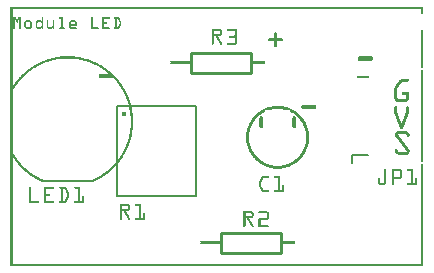
<source format=gto>
G04 MADE WITH FRITZING*
G04 WWW.FRITZING.ORG*
G04 DOUBLE SIDED*
G04 HOLES PLATED*
G04 CONTOUR ON CENTER OF CONTOUR VECTOR*
%ASAXBY*%
%FSLAX23Y23*%
%MOIN*%
%OFA0B0*%
%SFA1.0B1.0*%
%ADD10C,0.016661X0.00666142*%
%ADD11C,0.008000*%
%ADD12C,0.010000*%
%ADD13R,0.001000X0.001000*%
%LNSILK1*%
G90*
G70*
G54D10*
X378Y510D03*
G54D11*
X620Y236D02*
X620Y536D01*
D02*
X620Y536D02*
X356Y536D01*
D02*
X356Y536D02*
X356Y236D01*
D02*
X356Y236D02*
X620Y236D01*
D02*
X113Y284D02*
X270Y284D01*
G54D12*
D02*
X601Y713D02*
X801Y713D01*
D02*
X801Y713D02*
X801Y647D01*
D02*
X801Y647D02*
X601Y647D01*
D02*
X601Y647D02*
X601Y713D01*
D02*
X701Y113D02*
X901Y113D01*
D02*
X901Y113D02*
X901Y47D01*
D02*
X901Y47D02*
X701Y47D01*
D02*
X701Y47D02*
X701Y113D01*
G54D11*
D02*
X1140Y344D02*
X1140Y372D01*
D02*
X1140Y372D02*
X1192Y372D01*
G54D13*
X0Y866D02*
X1376Y866D01*
X0Y865D02*
X1376Y865D01*
X0Y864D02*
X1376Y864D01*
X0Y863D02*
X1376Y863D01*
X0Y862D02*
X1376Y862D01*
X0Y861D02*
X1376Y861D01*
X0Y860D02*
X1376Y860D01*
X0Y859D02*
X1376Y859D01*
X0Y858D02*
X7Y858D01*
X1369Y858D02*
X1376Y858D01*
X0Y857D02*
X7Y857D01*
X1369Y857D02*
X1376Y857D01*
X0Y856D02*
X7Y856D01*
X1369Y856D02*
X1376Y856D01*
X0Y855D02*
X7Y855D01*
X1369Y855D02*
X1376Y855D01*
X0Y854D02*
X7Y854D01*
X1369Y854D02*
X1376Y854D01*
X0Y853D02*
X7Y853D01*
X1369Y853D02*
X1376Y853D01*
X0Y852D02*
X7Y852D01*
X1369Y852D02*
X1376Y852D01*
X0Y851D02*
X7Y851D01*
X1369Y851D02*
X1376Y851D01*
X0Y850D02*
X7Y850D01*
X1369Y850D02*
X1376Y850D01*
X0Y849D02*
X7Y849D01*
X1369Y849D02*
X1376Y849D01*
X0Y848D02*
X7Y848D01*
X1369Y848D02*
X1376Y848D01*
X0Y847D02*
X7Y847D01*
X1369Y847D02*
X1376Y847D01*
X0Y846D02*
X7Y846D01*
X1369Y846D02*
X1376Y846D01*
X0Y845D02*
X7Y845D01*
X1369Y845D02*
X1376Y845D01*
X0Y844D02*
X7Y844D01*
X1369Y844D02*
X1376Y844D01*
X0Y843D02*
X7Y843D01*
X1369Y843D02*
X1376Y843D01*
X0Y842D02*
X7Y842D01*
X1369Y842D02*
X1376Y842D01*
X0Y841D02*
X7Y841D01*
X0Y840D02*
X7Y840D01*
X0Y839D02*
X7Y839D01*
X0Y838D02*
X7Y838D01*
X0Y837D02*
X7Y837D01*
X0Y836D02*
X7Y836D01*
X0Y835D02*
X7Y835D01*
X0Y834D02*
X7Y834D01*
X0Y833D02*
X7Y833D01*
X0Y832D02*
X7Y832D01*
X0Y831D02*
X7Y831D01*
X10Y831D02*
X16Y831D01*
X28Y831D02*
X34Y831D01*
X105Y831D02*
X108Y831D01*
X162Y831D02*
X172Y831D01*
X271Y831D02*
X274Y831D01*
X307Y831D02*
X331Y831D01*
X345Y831D02*
X359Y831D01*
X0Y830D02*
X7Y830D01*
X10Y830D02*
X17Y830D01*
X27Y830D02*
X34Y830D01*
X105Y830D02*
X109Y830D01*
X161Y830D02*
X173Y830D01*
X270Y830D02*
X274Y830D01*
X307Y830D02*
X332Y830D01*
X345Y830D02*
X361Y830D01*
X0Y829D02*
X7Y829D01*
X10Y829D02*
X17Y829D01*
X27Y829D02*
X34Y829D01*
X105Y829D02*
X109Y829D01*
X161Y829D02*
X173Y829D01*
X270Y829D02*
X274Y829D01*
X307Y829D02*
X332Y829D01*
X345Y829D02*
X362Y829D01*
X0Y828D02*
X7Y828D01*
X10Y828D02*
X18Y828D01*
X26Y828D02*
X34Y828D01*
X105Y828D02*
X109Y828D01*
X161Y828D02*
X173Y828D01*
X270Y828D02*
X274Y828D01*
X307Y828D02*
X331Y828D01*
X345Y828D02*
X362Y828D01*
X0Y827D02*
X7Y827D01*
X10Y827D02*
X19Y827D01*
X25Y827D02*
X34Y827D01*
X105Y827D02*
X109Y827D01*
X163Y827D02*
X173Y827D01*
X270Y827D02*
X274Y827D01*
X307Y827D02*
X330Y827D01*
X346Y827D02*
X363Y827D01*
X0Y826D02*
X7Y826D01*
X10Y826D02*
X19Y826D01*
X25Y826D02*
X34Y826D01*
X105Y826D02*
X109Y826D01*
X169Y826D02*
X173Y826D01*
X270Y826D02*
X274Y826D01*
X307Y826D02*
X311Y826D01*
X350Y826D02*
X354Y826D01*
X358Y826D02*
X363Y826D01*
X0Y825D02*
X7Y825D01*
X10Y825D02*
X20Y825D01*
X24Y825D02*
X34Y825D01*
X105Y825D02*
X109Y825D01*
X169Y825D02*
X173Y825D01*
X270Y825D02*
X274Y825D01*
X307Y825D02*
X311Y825D01*
X350Y825D02*
X354Y825D01*
X359Y825D02*
X364Y825D01*
X0Y824D02*
X7Y824D01*
X10Y824D02*
X21Y824D01*
X23Y824D02*
X34Y824D01*
X105Y824D02*
X109Y824D01*
X169Y824D02*
X173Y824D01*
X270Y824D02*
X274Y824D01*
X307Y824D02*
X311Y824D01*
X350Y824D02*
X354Y824D01*
X360Y824D02*
X364Y824D01*
X0Y823D02*
X7Y823D01*
X10Y823D02*
X14Y823D01*
X16Y823D02*
X28Y823D01*
X30Y823D02*
X34Y823D01*
X105Y823D02*
X109Y823D01*
X169Y823D02*
X173Y823D01*
X270Y823D02*
X274Y823D01*
X307Y823D02*
X311Y823D01*
X350Y823D02*
X354Y823D01*
X360Y823D02*
X365Y823D01*
X0Y822D02*
X7Y822D01*
X10Y822D02*
X14Y822D01*
X17Y822D02*
X27Y822D01*
X30Y822D02*
X34Y822D01*
X105Y822D02*
X109Y822D01*
X169Y822D02*
X173Y822D01*
X270Y822D02*
X274Y822D01*
X307Y822D02*
X311Y822D01*
X350Y822D02*
X354Y822D01*
X361Y822D02*
X365Y822D01*
X0Y821D02*
X7Y821D01*
X10Y821D02*
X14Y821D01*
X18Y821D02*
X26Y821D01*
X30Y821D02*
X34Y821D01*
X56Y821D02*
X63Y821D01*
X93Y821D02*
X97Y821D01*
X105Y821D02*
X109Y821D01*
X169Y821D02*
X173Y821D01*
X205Y821D02*
X212Y821D01*
X270Y821D02*
X274Y821D01*
X307Y821D02*
X311Y821D01*
X350Y821D02*
X354Y821D01*
X361Y821D02*
X366Y821D01*
X0Y820D02*
X7Y820D01*
X10Y820D02*
X14Y820D01*
X18Y820D02*
X26Y820D01*
X30Y820D02*
X34Y820D01*
X53Y820D02*
X66Y820D01*
X90Y820D02*
X100Y820D01*
X105Y820D02*
X109Y820D01*
X122Y820D02*
X125Y820D01*
X142Y820D02*
X145Y820D01*
X169Y820D02*
X173Y820D01*
X202Y820D02*
X215Y820D01*
X270Y820D02*
X274Y820D01*
X307Y820D02*
X311Y820D01*
X350Y820D02*
X354Y820D01*
X362Y820D02*
X366Y820D01*
X0Y819D02*
X7Y819D01*
X10Y819D02*
X14Y819D01*
X19Y819D02*
X25Y819D01*
X30Y819D02*
X34Y819D01*
X51Y819D02*
X67Y819D01*
X88Y819D02*
X102Y819D01*
X105Y819D02*
X109Y819D01*
X121Y819D02*
X125Y819D01*
X142Y819D02*
X146Y819D01*
X169Y819D02*
X173Y819D01*
X200Y819D02*
X216Y819D01*
X270Y819D02*
X274Y819D01*
X307Y819D02*
X311Y819D01*
X350Y819D02*
X354Y819D01*
X362Y819D02*
X367Y819D01*
X0Y818D02*
X7Y818D01*
X10Y818D02*
X14Y818D01*
X20Y818D02*
X24Y818D01*
X30Y818D02*
X34Y818D01*
X50Y818D02*
X68Y818D01*
X87Y818D02*
X109Y818D01*
X121Y818D02*
X125Y818D01*
X142Y818D02*
X146Y818D01*
X169Y818D02*
X173Y818D01*
X199Y818D02*
X217Y818D01*
X270Y818D02*
X274Y818D01*
X307Y818D02*
X311Y818D01*
X350Y818D02*
X354Y818D01*
X363Y818D02*
X367Y818D01*
X0Y817D02*
X7Y817D01*
X10Y817D02*
X14Y817D01*
X20Y817D02*
X24Y817D01*
X30Y817D02*
X34Y817D01*
X49Y817D02*
X69Y817D01*
X86Y817D02*
X109Y817D01*
X121Y817D02*
X125Y817D01*
X142Y817D02*
X146Y817D01*
X169Y817D02*
X173Y817D01*
X198Y817D02*
X218Y817D01*
X270Y817D02*
X274Y817D01*
X307Y817D02*
X311Y817D01*
X350Y817D02*
X354Y817D01*
X363Y817D02*
X368Y817D01*
X0Y816D02*
X7Y816D01*
X10Y816D02*
X14Y816D01*
X20Y816D02*
X24Y816D01*
X30Y816D02*
X34Y816D01*
X48Y816D02*
X70Y816D01*
X85Y816D02*
X109Y816D01*
X121Y816D02*
X126Y816D01*
X142Y816D02*
X146Y816D01*
X169Y816D02*
X173Y816D01*
X197Y816D02*
X219Y816D01*
X270Y816D02*
X274Y816D01*
X307Y816D02*
X311Y816D01*
X350Y816D02*
X354Y816D01*
X364Y816D02*
X368Y816D01*
X0Y815D02*
X7Y815D01*
X10Y815D02*
X14Y815D01*
X20Y815D02*
X24Y815D01*
X30Y815D02*
X34Y815D01*
X48Y815D02*
X54Y815D01*
X65Y815D02*
X71Y815D01*
X85Y815D02*
X91Y815D01*
X99Y815D02*
X109Y815D01*
X121Y815D02*
X126Y815D01*
X142Y815D02*
X146Y815D01*
X169Y815D02*
X173Y815D01*
X197Y815D02*
X202Y815D01*
X214Y815D02*
X220Y815D01*
X270Y815D02*
X274Y815D01*
X307Y815D02*
X311Y815D01*
X350Y815D02*
X354Y815D01*
X364Y815D02*
X369Y815D01*
X0Y814D02*
X7Y814D01*
X10Y814D02*
X14Y814D01*
X21Y814D02*
X23Y814D01*
X30Y814D02*
X34Y814D01*
X47Y814D02*
X52Y814D01*
X66Y814D02*
X71Y814D01*
X84Y814D02*
X90Y814D01*
X101Y814D02*
X109Y814D01*
X121Y814D02*
X126Y814D01*
X142Y814D02*
X146Y814D01*
X169Y814D02*
X173Y814D01*
X196Y814D02*
X201Y814D01*
X215Y814D02*
X220Y814D01*
X270Y814D02*
X274Y814D01*
X307Y814D02*
X321Y814D01*
X350Y814D02*
X354Y814D01*
X364Y814D02*
X369Y814D01*
X0Y813D02*
X7Y813D01*
X10Y813D02*
X14Y813D01*
X30Y813D02*
X34Y813D01*
X47Y813D02*
X52Y813D01*
X67Y813D02*
X71Y813D01*
X84Y813D02*
X89Y813D01*
X102Y813D02*
X109Y813D01*
X121Y813D02*
X126Y813D01*
X142Y813D02*
X146Y813D01*
X169Y813D02*
X173Y813D01*
X196Y813D02*
X200Y813D01*
X216Y813D02*
X220Y813D01*
X270Y813D02*
X274Y813D01*
X307Y813D02*
X321Y813D01*
X350Y813D02*
X354Y813D01*
X365Y813D02*
X369Y813D01*
X0Y812D02*
X7Y812D01*
X10Y812D02*
X14Y812D01*
X30Y812D02*
X34Y812D01*
X47Y812D02*
X51Y812D01*
X67Y812D02*
X72Y812D01*
X84Y812D02*
X88Y812D01*
X103Y812D02*
X109Y812D01*
X122Y812D02*
X126Y812D01*
X142Y812D02*
X146Y812D01*
X169Y812D02*
X173Y812D01*
X196Y812D02*
X200Y812D01*
X216Y812D02*
X220Y812D01*
X270Y812D02*
X274Y812D01*
X307Y812D02*
X322Y812D01*
X350Y812D02*
X354Y812D01*
X365Y812D02*
X369Y812D01*
X0Y811D02*
X7Y811D01*
X10Y811D02*
X14Y811D01*
X30Y811D02*
X34Y811D01*
X47Y811D02*
X51Y811D01*
X67Y811D02*
X72Y811D01*
X84Y811D02*
X88Y811D01*
X104Y811D02*
X109Y811D01*
X122Y811D02*
X126Y811D01*
X142Y811D02*
X146Y811D01*
X169Y811D02*
X173Y811D01*
X196Y811D02*
X200Y811D01*
X216Y811D02*
X220Y811D01*
X270Y811D02*
X274Y811D01*
X307Y811D02*
X321Y811D01*
X350Y811D02*
X354Y811D01*
X365Y811D02*
X369Y811D01*
X0Y810D02*
X7Y810D01*
X10Y810D02*
X14Y810D01*
X30Y810D02*
X34Y810D01*
X47Y810D02*
X51Y810D01*
X67Y810D02*
X72Y810D01*
X84Y810D02*
X88Y810D01*
X104Y810D02*
X109Y810D01*
X122Y810D02*
X126Y810D01*
X142Y810D02*
X146Y810D01*
X169Y810D02*
X173Y810D01*
X196Y810D02*
X200Y810D01*
X216Y810D02*
X220Y810D01*
X270Y810D02*
X274Y810D01*
X307Y810D02*
X321Y810D01*
X350Y810D02*
X354Y810D01*
X365Y810D02*
X369Y810D01*
X0Y809D02*
X7Y809D01*
X10Y809D02*
X14Y809D01*
X30Y809D02*
X34Y809D01*
X47Y809D02*
X51Y809D01*
X67Y809D02*
X72Y809D01*
X84Y809D02*
X88Y809D01*
X105Y809D02*
X109Y809D01*
X122Y809D02*
X126Y809D01*
X142Y809D02*
X146Y809D01*
X169Y809D02*
X173Y809D01*
X196Y809D02*
X200Y809D01*
X216Y809D02*
X220Y809D01*
X270Y809D02*
X274Y809D01*
X307Y809D02*
X312Y809D01*
X350Y809D02*
X354Y809D01*
X364Y809D02*
X369Y809D01*
X0Y808D02*
X7Y808D01*
X10Y808D02*
X14Y808D01*
X30Y808D02*
X34Y808D01*
X47Y808D02*
X51Y808D01*
X67Y808D02*
X72Y808D01*
X84Y808D02*
X88Y808D01*
X105Y808D02*
X109Y808D01*
X122Y808D02*
X126Y808D01*
X142Y808D02*
X146Y808D01*
X169Y808D02*
X173Y808D01*
X196Y808D02*
X200Y808D01*
X216Y808D02*
X220Y808D01*
X270Y808D02*
X274Y808D01*
X307Y808D02*
X311Y808D01*
X350Y808D02*
X354Y808D01*
X364Y808D02*
X368Y808D01*
X0Y807D02*
X7Y807D01*
X10Y807D02*
X14Y807D01*
X30Y807D02*
X34Y807D01*
X47Y807D02*
X51Y807D01*
X67Y807D02*
X72Y807D01*
X84Y807D02*
X88Y807D01*
X105Y807D02*
X109Y807D01*
X122Y807D02*
X126Y807D01*
X142Y807D02*
X146Y807D01*
X169Y807D02*
X173Y807D01*
X196Y807D02*
X220Y807D01*
X270Y807D02*
X274Y807D01*
X307Y807D02*
X311Y807D01*
X350Y807D02*
X354Y807D01*
X363Y807D02*
X368Y807D01*
X0Y806D02*
X7Y806D01*
X10Y806D02*
X14Y806D01*
X30Y806D02*
X34Y806D01*
X47Y806D02*
X51Y806D01*
X67Y806D02*
X72Y806D01*
X84Y806D02*
X88Y806D01*
X105Y806D02*
X109Y806D01*
X122Y806D02*
X126Y806D01*
X142Y806D02*
X146Y806D01*
X169Y806D02*
X173Y806D01*
X196Y806D02*
X220Y806D01*
X270Y806D02*
X274Y806D01*
X307Y806D02*
X311Y806D01*
X350Y806D02*
X354Y806D01*
X363Y806D02*
X368Y806D01*
X0Y805D02*
X7Y805D01*
X10Y805D02*
X14Y805D01*
X30Y805D02*
X34Y805D01*
X47Y805D02*
X51Y805D01*
X67Y805D02*
X72Y805D01*
X84Y805D02*
X88Y805D01*
X105Y805D02*
X109Y805D01*
X122Y805D02*
X126Y805D01*
X142Y805D02*
X146Y805D01*
X169Y805D02*
X173Y805D01*
X196Y805D02*
X220Y805D01*
X270Y805D02*
X274Y805D01*
X307Y805D02*
X311Y805D01*
X350Y805D02*
X354Y805D01*
X362Y805D02*
X367Y805D01*
X0Y804D02*
X7Y804D01*
X10Y804D02*
X14Y804D01*
X30Y804D02*
X34Y804D01*
X47Y804D02*
X51Y804D01*
X67Y804D02*
X72Y804D01*
X84Y804D02*
X88Y804D01*
X105Y804D02*
X109Y804D01*
X122Y804D02*
X126Y804D01*
X142Y804D02*
X146Y804D01*
X169Y804D02*
X173Y804D01*
X196Y804D02*
X220Y804D01*
X270Y804D02*
X274Y804D01*
X307Y804D02*
X311Y804D01*
X350Y804D02*
X354Y804D01*
X362Y804D02*
X367Y804D01*
X0Y803D02*
X7Y803D01*
X10Y803D02*
X14Y803D01*
X30Y803D02*
X34Y803D01*
X47Y803D02*
X51Y803D01*
X67Y803D02*
X72Y803D01*
X84Y803D02*
X88Y803D01*
X104Y803D02*
X109Y803D01*
X122Y803D02*
X126Y803D01*
X142Y803D02*
X146Y803D01*
X169Y803D02*
X173Y803D01*
X196Y803D02*
X219Y803D01*
X270Y803D02*
X274Y803D01*
X307Y803D02*
X311Y803D01*
X350Y803D02*
X354Y803D01*
X361Y803D02*
X366Y803D01*
X0Y802D02*
X7Y802D01*
X10Y802D02*
X14Y802D01*
X30Y802D02*
X34Y802D01*
X47Y802D02*
X51Y802D01*
X67Y802D02*
X72Y802D01*
X84Y802D02*
X88Y802D01*
X104Y802D02*
X109Y802D01*
X122Y802D02*
X126Y802D01*
X141Y802D02*
X146Y802D01*
X169Y802D02*
X173Y802D01*
X196Y802D02*
X200Y802D01*
X270Y802D02*
X274Y802D01*
X307Y802D02*
X311Y802D01*
X350Y802D02*
X354Y802D01*
X361Y802D02*
X366Y802D01*
X0Y801D02*
X7Y801D01*
X10Y801D02*
X14Y801D01*
X30Y801D02*
X34Y801D01*
X47Y801D02*
X51Y801D01*
X67Y801D02*
X72Y801D01*
X84Y801D02*
X88Y801D01*
X103Y801D02*
X109Y801D01*
X122Y801D02*
X126Y801D01*
X140Y801D02*
X146Y801D01*
X169Y801D02*
X173Y801D01*
X196Y801D02*
X200Y801D01*
X270Y801D02*
X274Y801D01*
X307Y801D02*
X311Y801D01*
X350Y801D02*
X354Y801D01*
X360Y801D02*
X365Y801D01*
X0Y800D02*
X7Y800D01*
X10Y800D02*
X14Y800D01*
X30Y800D02*
X34Y800D01*
X47Y800D02*
X51Y800D01*
X67Y800D02*
X71Y800D01*
X84Y800D02*
X89Y800D01*
X102Y800D02*
X109Y800D01*
X122Y800D02*
X126Y800D01*
X138Y800D02*
X146Y800D01*
X169Y800D02*
X173Y800D01*
X196Y800D02*
X200Y800D01*
X270Y800D02*
X274Y800D01*
X307Y800D02*
X311Y800D01*
X350Y800D02*
X354Y800D01*
X360Y800D02*
X365Y800D01*
X0Y799D02*
X7Y799D01*
X10Y799D02*
X14Y799D01*
X30Y799D02*
X34Y799D01*
X47Y799D02*
X52Y799D01*
X66Y799D02*
X71Y799D01*
X84Y799D02*
X89Y799D01*
X101Y799D02*
X109Y799D01*
X122Y799D02*
X126Y799D01*
X136Y799D02*
X146Y799D01*
X169Y799D02*
X173Y799D01*
X196Y799D02*
X201Y799D01*
X270Y799D02*
X274Y799D01*
X307Y799D02*
X311Y799D01*
X350Y799D02*
X354Y799D01*
X359Y799D02*
X364Y799D01*
X0Y798D02*
X7Y798D01*
X10Y798D02*
X14Y798D01*
X30Y798D02*
X34Y798D01*
X48Y798D02*
X53Y798D01*
X65Y798D02*
X71Y798D01*
X85Y798D02*
X91Y798D01*
X100Y798D02*
X109Y798D01*
X122Y798D02*
X127Y798D01*
X135Y798D02*
X146Y798D01*
X169Y798D02*
X173Y798D01*
X196Y798D02*
X202Y798D01*
X270Y798D02*
X274Y798D01*
X307Y798D02*
X311Y798D01*
X350Y798D02*
X354Y798D01*
X358Y798D02*
X364Y798D01*
X0Y797D02*
X7Y797D01*
X10Y797D02*
X14Y797D01*
X30Y797D02*
X34Y797D01*
X48Y797D02*
X70Y797D01*
X85Y797D02*
X109Y797D01*
X122Y797D02*
X146Y797D01*
X164Y797D02*
X178Y797D01*
X197Y797D02*
X218Y797D01*
X270Y797D02*
X292Y797D01*
X307Y797D02*
X329Y797D01*
X347Y797D02*
X363Y797D01*
X0Y796D02*
X7Y796D01*
X10Y796D02*
X14Y796D01*
X30Y796D02*
X34Y796D01*
X49Y796D02*
X69Y796D01*
X86Y796D02*
X109Y796D01*
X123Y796D02*
X146Y796D01*
X162Y796D02*
X180Y796D01*
X198Y796D02*
X220Y796D01*
X270Y796D02*
X294Y796D01*
X307Y796D02*
X331Y796D01*
X345Y796D02*
X363Y796D01*
X0Y795D02*
X7Y795D01*
X10Y795D02*
X14Y795D01*
X30Y795D02*
X34Y795D01*
X50Y795D02*
X68Y795D01*
X87Y795D02*
X109Y795D01*
X123Y795D02*
X139Y795D01*
X142Y795D02*
X146Y795D01*
X161Y795D02*
X180Y795D01*
X199Y795D02*
X220Y795D01*
X270Y795D02*
X295Y795D01*
X307Y795D02*
X332Y795D01*
X345Y795D02*
X362Y795D01*
X0Y794D02*
X7Y794D01*
X10Y794D02*
X14Y794D01*
X30Y794D02*
X34Y794D01*
X51Y794D02*
X67Y794D01*
X88Y794D02*
X102Y794D01*
X105Y794D02*
X109Y794D01*
X124Y794D02*
X137Y794D01*
X142Y794D02*
X146Y794D01*
X161Y794D02*
X180Y794D01*
X200Y794D02*
X220Y794D01*
X270Y794D02*
X295Y794D01*
X307Y794D02*
X332Y794D01*
X345Y794D02*
X361Y794D01*
X0Y793D02*
X7Y793D01*
X10Y793D02*
X13Y793D01*
X31Y793D02*
X34Y793D01*
X52Y793D02*
X66Y793D01*
X90Y793D02*
X101Y793D01*
X105Y793D02*
X108Y793D01*
X126Y793D02*
X136Y793D01*
X142Y793D02*
X145Y793D01*
X161Y793D02*
X180Y793D01*
X201Y793D02*
X220Y793D01*
X270Y793D02*
X294Y793D01*
X307Y793D02*
X331Y793D01*
X345Y793D02*
X360Y793D01*
X672Y793D02*
X696Y793D01*
X724Y793D02*
X750Y793D01*
X0Y792D02*
X7Y792D01*
X11Y792D02*
X12Y792D01*
X32Y792D02*
X33Y792D01*
X55Y792D02*
X64Y792D01*
X92Y792D02*
X98Y792D01*
X106Y792D02*
X107Y792D01*
X128Y792D02*
X133Y792D01*
X143Y792D02*
X144Y792D01*
X163Y792D02*
X179Y792D01*
X204Y792D02*
X219Y792D01*
X270Y792D02*
X293Y792D01*
X308Y792D02*
X330Y792D01*
X346Y792D02*
X357Y792D01*
X672Y792D02*
X699Y792D01*
X723Y792D02*
X752Y792D01*
X0Y791D02*
X7Y791D01*
X672Y791D02*
X701Y791D01*
X722Y791D02*
X753Y791D01*
X0Y790D02*
X7Y790D01*
X672Y790D02*
X702Y790D01*
X722Y790D02*
X754Y790D01*
X0Y789D02*
X7Y789D01*
X672Y789D02*
X703Y789D01*
X722Y789D02*
X755Y789D01*
X0Y788D02*
X7Y788D01*
X672Y788D02*
X704Y788D01*
X722Y788D02*
X755Y788D01*
X1369Y788D02*
X1376Y788D01*
X0Y787D02*
X7Y787D01*
X672Y787D02*
X704Y787D01*
X723Y787D02*
X755Y787D01*
X1369Y787D02*
X1376Y787D01*
X0Y786D02*
X7Y786D01*
X672Y786D02*
X678Y786D01*
X696Y786D02*
X705Y786D01*
X749Y786D02*
X755Y786D01*
X1369Y786D02*
X1376Y786D01*
X0Y785D02*
X7Y785D01*
X672Y785D02*
X678Y785D01*
X698Y785D02*
X705Y785D01*
X749Y785D02*
X755Y785D01*
X1369Y785D02*
X1376Y785D01*
X0Y784D02*
X7Y784D01*
X672Y784D02*
X678Y784D01*
X699Y784D02*
X705Y784D01*
X749Y784D02*
X755Y784D01*
X1369Y784D02*
X1376Y784D01*
X0Y783D02*
X7Y783D01*
X672Y783D02*
X678Y783D01*
X699Y783D02*
X705Y783D01*
X749Y783D02*
X755Y783D01*
X1369Y783D02*
X1376Y783D01*
X0Y782D02*
X7Y782D01*
X672Y782D02*
X678Y782D01*
X699Y782D02*
X705Y782D01*
X749Y782D02*
X755Y782D01*
X1369Y782D02*
X1376Y782D01*
X0Y781D02*
X7Y781D01*
X672Y781D02*
X678Y781D01*
X699Y781D02*
X705Y781D01*
X749Y781D02*
X755Y781D01*
X1369Y781D02*
X1376Y781D01*
X0Y780D02*
X7Y780D01*
X672Y780D02*
X678Y780D01*
X699Y780D02*
X705Y780D01*
X749Y780D02*
X755Y780D01*
X881Y780D02*
X884Y780D01*
X1369Y780D02*
X1376Y780D01*
X0Y779D02*
X7Y779D01*
X672Y779D02*
X678Y779D01*
X699Y779D02*
X705Y779D01*
X749Y779D02*
X755Y779D01*
X880Y779D02*
X885Y779D01*
X1369Y779D02*
X1376Y779D01*
X0Y778D02*
X7Y778D01*
X672Y778D02*
X678Y778D01*
X699Y778D02*
X705Y778D01*
X749Y778D02*
X755Y778D01*
X879Y778D02*
X886Y778D01*
X1369Y778D02*
X1376Y778D01*
X0Y777D02*
X7Y777D01*
X672Y777D02*
X678Y777D01*
X698Y777D02*
X705Y777D01*
X749Y777D02*
X755Y777D01*
X878Y777D02*
X887Y777D01*
X1369Y777D02*
X1376Y777D01*
X0Y776D02*
X7Y776D01*
X672Y776D02*
X678Y776D01*
X697Y776D02*
X705Y776D01*
X749Y776D02*
X755Y776D01*
X878Y776D02*
X887Y776D01*
X1369Y776D02*
X1376Y776D01*
X0Y775D02*
X7Y775D01*
X672Y775D02*
X704Y775D01*
X749Y775D02*
X755Y775D01*
X878Y775D02*
X887Y775D01*
X1369Y775D02*
X1376Y775D01*
X0Y774D02*
X7Y774D01*
X672Y774D02*
X704Y774D01*
X749Y774D02*
X755Y774D01*
X878Y774D02*
X887Y774D01*
X1369Y774D02*
X1376Y774D01*
X0Y773D02*
X7Y773D01*
X672Y773D02*
X703Y773D01*
X749Y773D02*
X755Y773D01*
X878Y773D02*
X887Y773D01*
X1369Y773D02*
X1376Y773D01*
X0Y772D02*
X7Y772D01*
X672Y772D02*
X702Y772D01*
X749Y772D02*
X755Y772D01*
X878Y772D02*
X887Y772D01*
X1369Y772D02*
X1376Y772D01*
X0Y771D02*
X7Y771D01*
X672Y771D02*
X701Y771D01*
X748Y771D02*
X755Y771D01*
X878Y771D02*
X887Y771D01*
X1369Y771D02*
X1376Y771D01*
X0Y770D02*
X7Y770D01*
X672Y770D02*
X700Y770D01*
X747Y770D02*
X755Y770D01*
X878Y770D02*
X887Y770D01*
X1369Y770D02*
X1376Y770D01*
X0Y769D02*
X7Y769D01*
X672Y769D02*
X698Y769D01*
X730Y769D02*
X754Y769D01*
X878Y769D02*
X887Y769D01*
X1369Y769D02*
X1376Y769D01*
X0Y768D02*
X7Y768D01*
X672Y768D02*
X678Y768D01*
X684Y768D02*
X691Y768D01*
X729Y768D02*
X754Y768D01*
X878Y768D02*
X887Y768D01*
X1369Y768D02*
X1376Y768D01*
X0Y767D02*
X7Y767D01*
X672Y767D02*
X678Y767D01*
X684Y767D02*
X691Y767D01*
X729Y767D02*
X753Y767D01*
X878Y767D02*
X887Y767D01*
X1369Y767D02*
X1376Y767D01*
X0Y766D02*
X7Y766D01*
X672Y766D02*
X678Y766D01*
X685Y766D02*
X692Y766D01*
X729Y766D02*
X753Y766D01*
X878Y766D02*
X887Y766D01*
X1369Y766D02*
X1376Y766D01*
X0Y765D02*
X7Y765D01*
X672Y765D02*
X678Y765D01*
X685Y765D02*
X693Y765D01*
X729Y765D02*
X753Y765D01*
X878Y765D02*
X887Y765D01*
X1369Y765D02*
X1376Y765D01*
X0Y764D02*
X7Y764D01*
X672Y764D02*
X678Y764D01*
X686Y764D02*
X693Y764D01*
X729Y764D02*
X754Y764D01*
X878Y764D02*
X887Y764D01*
X1369Y764D02*
X1376Y764D01*
X0Y763D02*
X7Y763D01*
X672Y763D02*
X678Y763D01*
X687Y763D02*
X694Y763D01*
X731Y763D02*
X755Y763D01*
X878Y763D02*
X887Y763D01*
X1369Y763D02*
X1376Y763D01*
X0Y762D02*
X7Y762D01*
X672Y762D02*
X678Y762D01*
X687Y762D02*
X694Y762D01*
X748Y762D02*
X755Y762D01*
X878Y762D02*
X887Y762D01*
X1369Y762D02*
X1376Y762D01*
X0Y761D02*
X7Y761D01*
X672Y761D02*
X678Y761D01*
X688Y761D02*
X695Y761D01*
X749Y761D02*
X755Y761D01*
X878Y761D02*
X887Y761D01*
X1369Y761D02*
X1376Y761D01*
X0Y760D02*
X7Y760D01*
X672Y760D02*
X678Y760D01*
X688Y760D02*
X695Y760D01*
X749Y760D02*
X755Y760D01*
X861Y760D02*
X904Y760D01*
X1369Y760D02*
X1376Y760D01*
X0Y759D02*
X7Y759D01*
X672Y759D02*
X678Y759D01*
X689Y759D02*
X696Y759D01*
X749Y759D02*
X755Y759D01*
X860Y759D02*
X906Y759D01*
X1369Y759D02*
X1376Y759D01*
X0Y758D02*
X7Y758D01*
X672Y758D02*
X678Y758D01*
X689Y758D02*
X697Y758D01*
X749Y758D02*
X755Y758D01*
X859Y758D02*
X906Y758D01*
X1369Y758D02*
X1376Y758D01*
X0Y757D02*
X7Y757D01*
X672Y757D02*
X678Y757D01*
X690Y757D02*
X697Y757D01*
X749Y757D02*
X755Y757D01*
X858Y757D02*
X907Y757D01*
X1369Y757D02*
X1376Y757D01*
X0Y756D02*
X7Y756D01*
X672Y756D02*
X678Y756D01*
X691Y756D02*
X698Y756D01*
X749Y756D02*
X755Y756D01*
X858Y756D02*
X907Y756D01*
X1369Y756D02*
X1376Y756D01*
X0Y755D02*
X7Y755D01*
X672Y755D02*
X678Y755D01*
X691Y755D02*
X698Y755D01*
X749Y755D02*
X755Y755D01*
X858Y755D02*
X907Y755D01*
X1369Y755D02*
X1376Y755D01*
X0Y754D02*
X7Y754D01*
X672Y754D02*
X678Y754D01*
X692Y754D02*
X699Y754D01*
X749Y754D02*
X755Y754D01*
X858Y754D02*
X907Y754D01*
X1369Y754D02*
X1376Y754D01*
X0Y753D02*
X7Y753D01*
X672Y753D02*
X678Y753D01*
X692Y753D02*
X700Y753D01*
X749Y753D02*
X755Y753D01*
X859Y753D02*
X906Y753D01*
X1369Y753D02*
X1376Y753D01*
X0Y752D02*
X7Y752D01*
X672Y752D02*
X678Y752D01*
X693Y752D02*
X700Y752D01*
X749Y752D02*
X755Y752D01*
X860Y752D02*
X905Y752D01*
X1369Y752D02*
X1376Y752D01*
X0Y751D02*
X7Y751D01*
X672Y751D02*
X678Y751D01*
X694Y751D02*
X701Y751D01*
X749Y751D02*
X755Y751D01*
X861Y751D02*
X904Y751D01*
X1369Y751D02*
X1376Y751D01*
X0Y750D02*
X7Y750D01*
X672Y750D02*
X678Y750D01*
X694Y750D02*
X701Y750D01*
X749Y750D02*
X755Y750D01*
X878Y750D02*
X887Y750D01*
X1369Y750D02*
X1376Y750D01*
X0Y749D02*
X7Y749D01*
X672Y749D02*
X678Y749D01*
X695Y749D02*
X702Y749D01*
X749Y749D02*
X755Y749D01*
X878Y749D02*
X887Y749D01*
X1369Y749D02*
X1376Y749D01*
X0Y748D02*
X7Y748D01*
X672Y748D02*
X678Y748D01*
X695Y748D02*
X702Y748D01*
X749Y748D02*
X755Y748D01*
X878Y748D02*
X887Y748D01*
X1369Y748D02*
X1376Y748D01*
X0Y747D02*
X7Y747D01*
X672Y747D02*
X678Y747D01*
X696Y747D02*
X703Y747D01*
X749Y747D02*
X755Y747D01*
X878Y747D02*
X887Y747D01*
X1369Y747D02*
X1376Y747D01*
X0Y746D02*
X7Y746D01*
X672Y746D02*
X678Y746D01*
X696Y746D02*
X704Y746D01*
X725Y746D02*
X755Y746D01*
X878Y746D02*
X887Y746D01*
X1369Y746D02*
X1376Y746D01*
X0Y745D02*
X7Y745D01*
X672Y745D02*
X678Y745D01*
X697Y745D02*
X704Y745D01*
X723Y745D02*
X755Y745D01*
X878Y745D02*
X887Y745D01*
X1369Y745D02*
X1376Y745D01*
X0Y744D02*
X7Y744D01*
X672Y744D02*
X678Y744D01*
X698Y744D02*
X705Y744D01*
X722Y744D02*
X755Y744D01*
X878Y744D02*
X887Y744D01*
X1369Y744D02*
X1376Y744D01*
X0Y743D02*
X7Y743D01*
X672Y743D02*
X678Y743D01*
X698Y743D02*
X705Y743D01*
X722Y743D02*
X755Y743D01*
X878Y743D02*
X887Y743D01*
X1369Y743D02*
X1376Y743D01*
X0Y742D02*
X7Y742D01*
X672Y742D02*
X677Y742D01*
X699Y742D02*
X705Y742D01*
X722Y742D02*
X754Y742D01*
X878Y742D02*
X887Y742D01*
X1369Y742D02*
X1376Y742D01*
X0Y741D02*
X7Y741D01*
X672Y741D02*
X677Y741D01*
X699Y741D02*
X705Y741D01*
X722Y741D02*
X753Y741D01*
X878Y741D02*
X887Y741D01*
X1369Y741D02*
X1376Y741D01*
X0Y740D02*
X7Y740D01*
X673Y740D02*
X676Y740D01*
X700Y740D02*
X704Y740D01*
X723Y740D02*
X752Y740D01*
X878Y740D02*
X887Y740D01*
X1369Y740D02*
X1376Y740D01*
X0Y739D02*
X7Y739D01*
X878Y739D02*
X887Y739D01*
X1369Y739D02*
X1376Y739D01*
X0Y738D02*
X7Y738D01*
X878Y738D02*
X887Y738D01*
X1369Y738D02*
X1376Y738D01*
X0Y737D02*
X7Y737D01*
X878Y737D02*
X887Y737D01*
X1369Y737D02*
X1376Y737D01*
X0Y736D02*
X7Y736D01*
X878Y736D02*
X887Y736D01*
X1369Y736D02*
X1376Y736D01*
X0Y735D02*
X7Y735D01*
X878Y735D02*
X887Y735D01*
X1369Y735D02*
X1376Y735D01*
X0Y734D02*
X7Y734D01*
X878Y734D02*
X887Y734D01*
X1369Y734D02*
X1376Y734D01*
X0Y733D02*
X7Y733D01*
X879Y733D02*
X886Y733D01*
X1369Y733D02*
X1376Y733D01*
X0Y732D02*
X7Y732D01*
X880Y732D02*
X885Y732D01*
X1369Y732D02*
X1376Y732D01*
X0Y731D02*
X7Y731D01*
X881Y731D02*
X884Y731D01*
X1369Y731D02*
X1376Y731D01*
X0Y730D02*
X7Y730D01*
X1369Y730D02*
X1376Y730D01*
X0Y729D02*
X7Y729D01*
X1369Y729D02*
X1376Y729D01*
X0Y728D02*
X7Y728D01*
X1369Y728D02*
X1376Y728D01*
X0Y727D02*
X7Y727D01*
X1369Y727D02*
X1376Y727D01*
X0Y726D02*
X7Y726D01*
X1369Y726D02*
X1376Y726D01*
X0Y725D02*
X7Y725D01*
X1369Y725D02*
X1376Y725D01*
X0Y724D02*
X7Y724D01*
X1369Y724D02*
X1376Y724D01*
X0Y723D02*
X7Y723D01*
X1369Y723D02*
X1376Y723D01*
X0Y722D02*
X7Y722D01*
X1369Y722D02*
X1376Y722D01*
X0Y721D02*
X7Y721D01*
X1369Y721D02*
X1376Y721D01*
X0Y720D02*
X7Y720D01*
X1369Y720D02*
X1376Y720D01*
X0Y719D02*
X7Y719D01*
X1369Y719D02*
X1376Y719D01*
X0Y718D02*
X7Y718D01*
X1369Y718D02*
X1376Y718D01*
X0Y717D02*
X7Y717D01*
X1369Y717D02*
X1376Y717D01*
X0Y716D02*
X7Y716D01*
X1369Y716D02*
X1376Y716D01*
X0Y715D02*
X7Y715D01*
X1369Y715D02*
X1376Y715D01*
X0Y714D02*
X7Y714D01*
X1369Y714D02*
X1376Y714D01*
X0Y713D02*
X7Y713D01*
X1369Y713D02*
X1376Y713D01*
X0Y712D02*
X7Y712D01*
X1369Y712D02*
X1376Y712D01*
X0Y711D02*
X7Y711D01*
X1369Y711D02*
X1376Y711D01*
X0Y710D02*
X7Y710D01*
X1369Y710D02*
X1376Y710D01*
X0Y709D02*
X7Y709D01*
X1369Y709D02*
X1376Y709D01*
X0Y708D02*
X7Y708D01*
X1369Y708D02*
X1376Y708D01*
X0Y707D02*
X7Y707D01*
X1369Y707D02*
X1376Y707D01*
X0Y706D02*
X7Y706D01*
X1369Y706D02*
X1376Y706D01*
X0Y705D02*
X7Y705D01*
X1369Y705D02*
X1376Y705D01*
X0Y704D02*
X7Y704D01*
X1369Y704D02*
X1376Y704D01*
X0Y703D02*
X7Y703D01*
X1369Y703D02*
X1376Y703D01*
X0Y702D02*
X7Y702D01*
X1369Y702D02*
X1376Y702D01*
X0Y701D02*
X7Y701D01*
X179Y701D02*
X203Y701D01*
X1369Y701D02*
X1376Y701D01*
X0Y700D02*
X7Y700D01*
X167Y700D02*
X215Y700D01*
X1162Y700D02*
X1203Y700D01*
X1369Y700D02*
X1376Y700D01*
X0Y699D02*
X7Y699D01*
X159Y699D02*
X222Y699D01*
X1160Y699D02*
X1205Y699D01*
X1369Y699D02*
X1376Y699D01*
X0Y698D02*
X7Y698D01*
X153Y698D02*
X229Y698D01*
X1159Y698D02*
X1206Y698D01*
X1369Y698D02*
X1376Y698D01*
X0Y697D02*
X7Y697D01*
X148Y697D02*
X234Y697D01*
X1159Y697D02*
X1207Y697D01*
X1369Y697D02*
X1376Y697D01*
X0Y696D02*
X7Y696D01*
X143Y696D02*
X238Y696D01*
X1158Y696D02*
X1207Y696D01*
X1369Y696D02*
X1376Y696D01*
X0Y695D02*
X7Y695D01*
X139Y695D02*
X242Y695D01*
X1158Y695D02*
X1207Y695D01*
X1369Y695D02*
X1376Y695D01*
X0Y694D02*
X7Y694D01*
X135Y694D02*
X246Y694D01*
X1158Y694D02*
X1207Y694D01*
X1369Y694D02*
X1376Y694D01*
X0Y693D02*
X7Y693D01*
X132Y693D02*
X178Y693D01*
X204Y693D02*
X250Y693D01*
X1158Y693D02*
X1207Y693D01*
X1369Y693D02*
X1376Y693D01*
X0Y692D02*
X7Y692D01*
X128Y692D02*
X166Y692D01*
X215Y692D02*
X253Y692D01*
X1158Y692D02*
X1207Y692D01*
X1369Y692D02*
X1376Y692D01*
X0Y691D02*
X7Y691D01*
X125Y691D02*
X159Y691D01*
X223Y691D02*
X257Y691D01*
X1158Y691D02*
X1207Y691D01*
X1369Y691D02*
X1376Y691D01*
X0Y690D02*
X7Y690D01*
X122Y690D02*
X152Y690D01*
X229Y690D02*
X260Y690D01*
X1158Y690D02*
X1207Y690D01*
X1369Y690D02*
X1376Y690D01*
X0Y689D02*
X7Y689D01*
X119Y689D02*
X147Y689D01*
X234Y689D02*
X262Y689D01*
X1159Y689D02*
X1206Y689D01*
X1369Y689D02*
X1376Y689D01*
X0Y688D02*
X7Y688D01*
X116Y688D02*
X143Y688D01*
X239Y688D02*
X265Y688D01*
X1159Y688D02*
X1206Y688D01*
X1369Y688D02*
X1376Y688D01*
X0Y687D02*
X7Y687D01*
X114Y687D02*
X139Y687D01*
X243Y687D02*
X268Y687D01*
X1160Y687D02*
X1205Y687D01*
X1369Y687D02*
X1376Y687D01*
X0Y686D02*
X7Y686D01*
X111Y686D02*
X135Y686D01*
X247Y686D02*
X270Y686D01*
X1163Y686D02*
X1202Y686D01*
X1369Y686D02*
X1376Y686D01*
X0Y685D02*
X7Y685D01*
X109Y685D02*
X131Y685D01*
X250Y685D02*
X273Y685D01*
X533Y685D02*
X600Y685D01*
X800Y685D02*
X848Y685D01*
X1369Y685D02*
X1376Y685D01*
X0Y684D02*
X7Y684D01*
X106Y684D02*
X128Y684D01*
X254Y684D02*
X275Y684D01*
X533Y684D02*
X600Y684D01*
X800Y684D02*
X848Y684D01*
X1369Y684D02*
X1376Y684D01*
X0Y683D02*
X7Y683D01*
X104Y683D02*
X125Y683D01*
X257Y683D02*
X278Y683D01*
X534Y683D02*
X600Y683D01*
X800Y683D02*
X848Y683D01*
X1369Y683D02*
X1376Y683D01*
X0Y682D02*
X7Y682D01*
X102Y682D02*
X122Y682D01*
X260Y682D02*
X280Y682D01*
X534Y682D02*
X600Y682D01*
X800Y682D02*
X847Y682D01*
X1369Y682D02*
X1376Y682D01*
X0Y681D02*
X7Y681D01*
X100Y681D02*
X119Y681D01*
X263Y681D02*
X282Y681D01*
X534Y681D02*
X600Y681D01*
X800Y681D02*
X847Y681D01*
X1369Y681D02*
X1376Y681D01*
X0Y680D02*
X7Y680D01*
X98Y680D02*
X116Y680D01*
X266Y680D02*
X284Y680D01*
X534Y680D02*
X600Y680D01*
X800Y680D02*
X847Y680D01*
X1369Y680D02*
X1376Y680D01*
X0Y679D02*
X7Y679D01*
X96Y679D02*
X114Y679D01*
X268Y679D02*
X286Y679D01*
X534Y679D02*
X600Y679D01*
X800Y679D02*
X848Y679D01*
X1369Y679D02*
X1376Y679D01*
X0Y678D02*
X7Y678D01*
X94Y678D02*
X111Y678D01*
X271Y678D02*
X288Y678D01*
X533Y678D02*
X600Y678D01*
X800Y678D02*
X848Y678D01*
X1369Y678D02*
X1376Y678D01*
X0Y677D02*
X7Y677D01*
X92Y677D02*
X109Y677D01*
X273Y677D02*
X290Y677D01*
X533Y677D02*
X600Y677D01*
X800Y677D02*
X848Y677D01*
X1369Y677D02*
X1376Y677D01*
X0Y676D02*
X7Y676D01*
X90Y676D02*
X106Y676D01*
X275Y676D02*
X292Y676D01*
X533Y676D02*
X599Y676D01*
X801Y676D02*
X848Y676D01*
X1369Y676D02*
X1376Y676D01*
X0Y675D02*
X7Y675D01*
X88Y675D02*
X104Y675D01*
X278Y675D02*
X294Y675D01*
X1369Y675D02*
X1376Y675D01*
X0Y674D02*
X7Y674D01*
X86Y674D02*
X102Y674D01*
X280Y674D02*
X296Y674D01*
X1369Y674D02*
X1376Y674D01*
X0Y673D02*
X7Y673D01*
X84Y673D02*
X100Y673D01*
X282Y673D02*
X298Y673D01*
X1369Y673D02*
X1376Y673D01*
X0Y672D02*
X7Y672D01*
X82Y672D02*
X98Y672D01*
X284Y672D02*
X299Y672D01*
X1369Y672D02*
X1376Y672D01*
X0Y671D02*
X7Y671D01*
X81Y671D02*
X96Y671D01*
X286Y671D02*
X301Y671D01*
X1369Y671D02*
X1376Y671D01*
X0Y670D02*
X7Y670D01*
X79Y670D02*
X94Y670D01*
X288Y670D02*
X303Y670D01*
X1369Y670D02*
X1376Y670D01*
X0Y669D02*
X7Y669D01*
X77Y669D02*
X92Y669D01*
X290Y669D02*
X304Y669D01*
X1369Y669D02*
X1376Y669D01*
X0Y668D02*
X7Y668D01*
X76Y668D02*
X90Y668D01*
X292Y668D02*
X306Y668D01*
X1369Y668D02*
X1376Y668D01*
X0Y667D02*
X7Y667D01*
X74Y667D02*
X88Y667D01*
X294Y667D02*
X308Y667D01*
X1369Y667D02*
X1376Y667D01*
X0Y666D02*
X7Y666D01*
X73Y666D02*
X86Y666D01*
X295Y666D02*
X309Y666D01*
X1369Y666D02*
X1376Y666D01*
X0Y665D02*
X7Y665D01*
X71Y665D02*
X85Y665D01*
X297Y665D02*
X311Y665D01*
X1369Y665D02*
X1376Y665D01*
X0Y664D02*
X7Y664D01*
X70Y664D02*
X83Y664D01*
X299Y664D02*
X312Y664D01*
X1369Y664D02*
X1376Y664D01*
X0Y663D02*
X7Y663D01*
X68Y663D02*
X81Y663D01*
X301Y663D02*
X314Y663D01*
X0Y662D02*
X7Y662D01*
X67Y662D02*
X80Y662D01*
X302Y662D02*
X315Y662D01*
X0Y661D02*
X7Y661D01*
X65Y661D02*
X78Y661D01*
X304Y661D02*
X316Y661D01*
X0Y660D02*
X7Y660D01*
X64Y660D02*
X76Y660D01*
X305Y660D02*
X318Y660D01*
X0Y659D02*
X7Y659D01*
X63Y659D02*
X75Y659D01*
X307Y659D02*
X319Y659D01*
X0Y658D02*
X7Y658D01*
X61Y658D02*
X73Y658D01*
X308Y658D02*
X320Y658D01*
X0Y657D02*
X7Y657D01*
X60Y657D02*
X72Y657D01*
X310Y657D02*
X322Y657D01*
X0Y656D02*
X7Y656D01*
X59Y656D02*
X70Y656D01*
X311Y656D02*
X323Y656D01*
X0Y655D02*
X7Y655D01*
X57Y655D02*
X69Y655D01*
X313Y655D02*
X324Y655D01*
X1369Y655D02*
X1376Y655D01*
X0Y654D02*
X7Y654D01*
X56Y654D02*
X68Y654D01*
X314Y654D02*
X326Y654D01*
X1369Y654D02*
X1376Y654D01*
X0Y653D02*
X7Y653D01*
X55Y653D02*
X66Y653D01*
X316Y653D02*
X327Y653D01*
X1369Y653D02*
X1376Y653D01*
X0Y652D02*
X7Y652D01*
X54Y652D02*
X65Y652D01*
X317Y652D02*
X328Y652D01*
X1369Y652D02*
X1376Y652D01*
X0Y651D02*
X7Y651D01*
X52Y651D02*
X63Y651D01*
X318Y651D02*
X329Y651D01*
X1369Y651D02*
X1376Y651D01*
X0Y650D02*
X7Y650D01*
X51Y650D02*
X62Y650D01*
X320Y650D02*
X331Y650D01*
X1369Y650D02*
X1376Y650D01*
X0Y649D02*
X7Y649D01*
X50Y649D02*
X61Y649D01*
X321Y649D02*
X332Y649D01*
X1369Y649D02*
X1376Y649D01*
X0Y648D02*
X7Y648D01*
X49Y648D02*
X60Y648D01*
X322Y648D02*
X333Y648D01*
X1369Y648D02*
X1376Y648D01*
X0Y647D02*
X7Y647D01*
X48Y647D02*
X58Y647D01*
X323Y647D02*
X334Y647D01*
X1369Y647D02*
X1376Y647D01*
X0Y646D02*
X7Y646D01*
X47Y646D02*
X57Y646D01*
X325Y646D02*
X335Y646D01*
X1369Y646D02*
X1376Y646D01*
X0Y645D02*
X7Y645D01*
X45Y645D02*
X56Y645D01*
X326Y645D02*
X336Y645D01*
X1369Y645D02*
X1376Y645D01*
X0Y644D02*
X7Y644D01*
X44Y644D02*
X55Y644D01*
X327Y644D02*
X337Y644D01*
X1369Y644D02*
X1376Y644D01*
X0Y643D02*
X7Y643D01*
X43Y643D02*
X54Y643D01*
X328Y643D02*
X338Y643D01*
X1369Y643D02*
X1376Y643D01*
X0Y642D02*
X7Y642D01*
X42Y642D02*
X52Y642D01*
X329Y642D02*
X340Y642D01*
X1369Y642D02*
X1376Y642D01*
X0Y641D02*
X7Y641D01*
X41Y641D02*
X51Y641D01*
X297Y641D02*
X341Y641D01*
X1369Y641D02*
X1376Y641D01*
X0Y640D02*
X7Y640D01*
X40Y640D02*
X50Y640D01*
X296Y640D02*
X342Y640D01*
X1369Y640D02*
X1376Y640D01*
X0Y639D02*
X7Y639D01*
X39Y639D02*
X49Y639D01*
X295Y639D02*
X343Y639D01*
X1369Y639D02*
X1376Y639D01*
X0Y638D02*
X7Y638D01*
X38Y638D02*
X48Y638D01*
X295Y638D02*
X344Y638D01*
X1369Y638D02*
X1376Y638D01*
X0Y637D02*
X7Y637D01*
X37Y637D02*
X47Y637D01*
X295Y637D02*
X345Y637D01*
X1369Y637D02*
X1376Y637D01*
X0Y636D02*
X7Y636D01*
X36Y636D02*
X46Y636D01*
X294Y636D02*
X346Y636D01*
X1155Y636D02*
X1190Y636D01*
X1369Y636D02*
X1376Y636D01*
X0Y635D02*
X7Y635D01*
X35Y635D02*
X45Y635D01*
X294Y635D02*
X347Y635D01*
X1155Y635D02*
X1192Y635D01*
X1369Y635D02*
X1376Y635D01*
X0Y634D02*
X7Y634D01*
X34Y634D02*
X44Y634D01*
X294Y634D02*
X348Y634D01*
X1155Y634D02*
X1193Y634D01*
X1369Y634D02*
X1376Y634D01*
X0Y633D02*
X7Y633D01*
X33Y633D02*
X43Y633D01*
X294Y633D02*
X349Y633D01*
X1155Y633D02*
X1193Y633D01*
X1369Y633D02*
X1376Y633D01*
X0Y632D02*
X7Y632D01*
X32Y632D02*
X42Y632D01*
X295Y632D02*
X350Y632D01*
X1155Y632D02*
X1194Y632D01*
X1369Y632D02*
X1376Y632D01*
X0Y631D02*
X7Y631D01*
X31Y631D02*
X41Y631D01*
X295Y631D02*
X350Y631D01*
X1155Y631D02*
X1193Y631D01*
X1369Y631D02*
X1376Y631D01*
X0Y630D02*
X7Y630D01*
X30Y630D02*
X40Y630D01*
X295Y630D02*
X351Y630D01*
X1155Y630D02*
X1193Y630D01*
X1369Y630D02*
X1376Y630D01*
X0Y629D02*
X7Y629D01*
X29Y629D02*
X39Y629D01*
X296Y629D02*
X352Y629D01*
X1155Y629D02*
X1192Y629D01*
X1369Y629D02*
X1376Y629D01*
X0Y628D02*
X7Y628D01*
X29Y628D02*
X38Y628D01*
X297Y628D02*
X340Y628D01*
X344Y628D02*
X353Y628D01*
X1369Y628D02*
X1376Y628D01*
X0Y627D02*
X7Y627D01*
X28Y627D02*
X37Y627D01*
X345Y627D02*
X354Y627D01*
X1369Y627D02*
X1376Y627D01*
X0Y626D02*
X7Y626D01*
X27Y626D02*
X36Y626D01*
X346Y626D02*
X355Y626D01*
X1369Y626D02*
X1376Y626D01*
X0Y625D02*
X7Y625D01*
X26Y625D02*
X35Y625D01*
X347Y625D02*
X356Y625D01*
X1304Y625D02*
X1326Y625D01*
X1369Y625D02*
X1376Y625D01*
X0Y624D02*
X7Y624D01*
X25Y624D02*
X34Y624D01*
X348Y624D02*
X357Y624D01*
X1302Y624D02*
X1327Y624D01*
X1369Y624D02*
X1376Y624D01*
X0Y623D02*
X7Y623D01*
X24Y623D02*
X33Y623D01*
X348Y623D02*
X358Y623D01*
X1300Y623D02*
X1328Y623D01*
X1369Y623D02*
X1376Y623D01*
X0Y622D02*
X7Y622D01*
X23Y622D02*
X32Y622D01*
X349Y622D02*
X358Y622D01*
X1299Y622D02*
X1328Y622D01*
X1369Y622D02*
X1376Y622D01*
X0Y621D02*
X7Y621D01*
X23Y621D02*
X31Y621D01*
X350Y621D02*
X359Y621D01*
X1298Y621D02*
X1328Y621D01*
X1369Y621D02*
X1376Y621D01*
X0Y620D02*
X7Y620D01*
X22Y620D02*
X31Y620D01*
X351Y620D02*
X360Y620D01*
X1297Y620D02*
X1328Y620D01*
X1369Y620D02*
X1376Y620D01*
X0Y619D02*
X7Y619D01*
X21Y619D02*
X30Y619D01*
X352Y619D02*
X361Y619D01*
X1296Y619D02*
X1328Y619D01*
X1369Y619D02*
X1376Y619D01*
X0Y618D02*
X7Y618D01*
X20Y618D02*
X29Y618D01*
X353Y618D02*
X362Y618D01*
X1296Y618D02*
X1327Y618D01*
X1369Y618D02*
X1376Y618D01*
X0Y617D02*
X7Y617D01*
X19Y617D02*
X28Y617D01*
X354Y617D02*
X362Y617D01*
X1295Y617D02*
X1326Y617D01*
X1369Y617D02*
X1376Y617D01*
X0Y616D02*
X7Y616D01*
X19Y616D02*
X27Y616D01*
X354Y616D02*
X363Y616D01*
X1294Y616D02*
X1324Y616D01*
X1369Y616D02*
X1376Y616D01*
X0Y615D02*
X7Y615D01*
X18Y615D02*
X27Y615D01*
X355Y615D02*
X364Y615D01*
X1293Y615D02*
X1305Y615D01*
X1369Y615D02*
X1376Y615D01*
X0Y614D02*
X7Y614D01*
X17Y614D02*
X26Y614D01*
X356Y614D02*
X365Y614D01*
X1292Y614D02*
X1304Y614D01*
X1369Y614D02*
X1376Y614D01*
X0Y613D02*
X7Y613D01*
X16Y613D02*
X25Y613D01*
X357Y613D02*
X365Y613D01*
X1292Y613D02*
X1304Y613D01*
X1369Y613D02*
X1376Y613D01*
X0Y612D02*
X7Y612D01*
X16Y612D02*
X24Y612D01*
X358Y612D02*
X366Y612D01*
X1291Y612D02*
X1303Y612D01*
X1369Y612D02*
X1376Y612D01*
X0Y611D02*
X7Y611D01*
X15Y611D02*
X23Y611D01*
X358Y611D02*
X367Y611D01*
X1290Y611D02*
X1302Y611D01*
X1369Y611D02*
X1376Y611D01*
X0Y610D02*
X7Y610D01*
X14Y610D02*
X23Y610D01*
X359Y610D02*
X368Y610D01*
X1289Y610D02*
X1301Y610D01*
X1369Y610D02*
X1376Y610D01*
X0Y609D02*
X7Y609D01*
X13Y609D02*
X22Y609D01*
X360Y609D02*
X368Y609D01*
X1289Y609D02*
X1300Y609D01*
X1369Y609D02*
X1376Y609D01*
X0Y608D02*
X7Y608D01*
X13Y608D02*
X21Y608D01*
X361Y608D02*
X369Y608D01*
X1288Y608D02*
X1300Y608D01*
X1369Y608D02*
X1376Y608D01*
X0Y607D02*
X7Y607D01*
X12Y607D02*
X20Y607D01*
X361Y607D02*
X370Y607D01*
X1287Y607D02*
X1299Y607D01*
X1369Y607D02*
X1376Y607D01*
X0Y606D02*
X7Y606D01*
X11Y606D02*
X20Y606D01*
X362Y606D02*
X370Y606D01*
X1286Y606D02*
X1298Y606D01*
X1369Y606D02*
X1376Y606D01*
X0Y605D02*
X7Y605D01*
X11Y605D02*
X19Y605D01*
X363Y605D02*
X371Y605D01*
X1285Y605D02*
X1297Y605D01*
X1369Y605D02*
X1376Y605D01*
X0Y604D02*
X7Y604D01*
X10Y604D02*
X18Y604D01*
X363Y604D02*
X372Y604D01*
X1285Y604D02*
X1296Y604D01*
X1369Y604D02*
X1376Y604D01*
X0Y603D02*
X7Y603D01*
X9Y603D02*
X18Y603D01*
X364Y603D02*
X372Y603D01*
X1284Y603D02*
X1296Y603D01*
X1369Y603D02*
X1376Y603D01*
X0Y602D02*
X7Y602D01*
X9Y602D02*
X17Y602D01*
X365Y602D02*
X373Y602D01*
X1283Y602D02*
X1295Y602D01*
X1369Y602D02*
X1376Y602D01*
X0Y601D02*
X16Y601D01*
X366Y601D02*
X374Y601D01*
X1283Y601D02*
X1294Y601D01*
X1369Y601D02*
X1376Y601D01*
X0Y600D02*
X16Y600D01*
X366Y600D02*
X374Y600D01*
X1282Y600D02*
X1293Y600D01*
X1369Y600D02*
X1376Y600D01*
X0Y599D02*
X15Y599D01*
X367Y599D02*
X375Y599D01*
X1281Y599D02*
X1293Y599D01*
X1369Y599D02*
X1376Y599D01*
X0Y598D02*
X14Y598D01*
X368Y598D02*
X376Y598D01*
X1281Y598D02*
X1292Y598D01*
X1369Y598D02*
X1376Y598D01*
X0Y597D02*
X14Y597D01*
X368Y597D02*
X376Y597D01*
X1281Y597D02*
X1291Y597D01*
X1369Y597D02*
X1376Y597D01*
X0Y596D02*
X13Y596D01*
X369Y596D02*
X377Y596D01*
X1280Y596D02*
X1290Y596D01*
X1369Y596D02*
X1376Y596D01*
X0Y595D02*
X12Y595D01*
X369Y595D02*
X378Y595D01*
X1280Y595D02*
X1290Y595D01*
X1369Y595D02*
X1376Y595D01*
X0Y594D02*
X12Y594D01*
X370Y594D02*
X378Y594D01*
X1280Y594D02*
X1289Y594D01*
X1369Y594D02*
X1376Y594D01*
X0Y593D02*
X11Y593D01*
X371Y593D02*
X379Y593D01*
X1280Y593D02*
X1289Y593D01*
X1369Y593D02*
X1376Y593D01*
X0Y592D02*
X10Y592D01*
X371Y592D02*
X379Y592D01*
X1280Y592D02*
X1289Y592D01*
X1369Y592D02*
X1376Y592D01*
X0Y591D02*
X10Y591D01*
X372Y591D02*
X380Y591D01*
X1279Y591D02*
X1289Y591D01*
X1369Y591D02*
X1376Y591D01*
X0Y590D02*
X9Y590D01*
X372Y590D02*
X380Y590D01*
X1279Y590D02*
X1288Y590D01*
X1369Y590D02*
X1376Y590D01*
X0Y589D02*
X9Y589D01*
X373Y589D02*
X381Y589D01*
X1279Y589D02*
X1288Y589D01*
X1369Y589D02*
X1376Y589D01*
X0Y588D02*
X8Y588D01*
X374Y588D02*
X382Y588D01*
X1279Y588D02*
X1288Y588D01*
X1369Y588D02*
X1376Y588D01*
X0Y587D02*
X8Y587D01*
X374Y587D02*
X382Y587D01*
X1279Y587D02*
X1288Y587D01*
X1369Y587D02*
X1376Y587D01*
X0Y586D02*
X7Y586D01*
X375Y586D02*
X383Y586D01*
X1279Y586D02*
X1288Y586D01*
X1369Y586D02*
X1376Y586D01*
X0Y585D02*
X7Y585D01*
X375Y585D02*
X383Y585D01*
X1279Y585D02*
X1288Y585D01*
X1369Y585D02*
X1376Y585D01*
X0Y584D02*
X7Y584D01*
X376Y584D02*
X384Y584D01*
X1279Y584D02*
X1288Y584D01*
X1369Y584D02*
X1376Y584D01*
X0Y583D02*
X7Y583D01*
X376Y583D02*
X384Y583D01*
X1279Y583D02*
X1288Y583D01*
X1307Y583D02*
X1328Y583D01*
X1369Y583D02*
X1376Y583D01*
X0Y582D02*
X7Y582D01*
X377Y582D02*
X385Y582D01*
X1279Y582D02*
X1288Y582D01*
X1306Y582D02*
X1328Y582D01*
X1369Y582D02*
X1376Y582D01*
X0Y581D02*
X7Y581D01*
X377Y581D02*
X385Y581D01*
X1279Y581D02*
X1288Y581D01*
X1305Y581D02*
X1328Y581D01*
X1369Y581D02*
X1376Y581D01*
X0Y580D02*
X7Y580D01*
X378Y580D02*
X386Y580D01*
X1279Y580D02*
X1288Y580D01*
X1304Y580D02*
X1328Y580D01*
X1369Y580D02*
X1376Y580D01*
X0Y579D02*
X7Y579D01*
X378Y579D02*
X386Y579D01*
X1279Y579D02*
X1288Y579D01*
X1304Y579D02*
X1328Y579D01*
X1369Y579D02*
X1376Y579D01*
X0Y578D02*
X7Y578D01*
X379Y578D02*
X387Y578D01*
X1279Y578D02*
X1288Y578D01*
X1304Y578D02*
X1328Y578D01*
X1369Y578D02*
X1376Y578D01*
X0Y577D02*
X7Y577D01*
X379Y577D02*
X387Y577D01*
X1279Y577D02*
X1288Y577D01*
X1304Y577D02*
X1328Y577D01*
X1369Y577D02*
X1376Y577D01*
X0Y576D02*
X7Y576D01*
X380Y576D02*
X388Y576D01*
X1279Y576D02*
X1288Y576D01*
X1305Y576D02*
X1328Y576D01*
X1369Y576D02*
X1376Y576D01*
X0Y575D02*
X7Y575D01*
X380Y575D02*
X388Y575D01*
X1279Y575D02*
X1288Y575D01*
X1306Y575D02*
X1328Y575D01*
X1369Y575D02*
X1376Y575D01*
X0Y574D02*
X7Y574D01*
X381Y574D02*
X389Y574D01*
X1279Y574D02*
X1288Y574D01*
X1307Y574D02*
X1328Y574D01*
X1369Y574D02*
X1376Y574D01*
X0Y573D02*
X7Y573D01*
X381Y573D02*
X389Y573D01*
X1279Y573D02*
X1288Y573D01*
X1319Y573D02*
X1328Y573D01*
X1369Y573D02*
X1376Y573D01*
X0Y572D02*
X7Y572D01*
X382Y572D02*
X389Y572D01*
X1279Y572D02*
X1288Y572D01*
X1319Y572D02*
X1328Y572D01*
X1369Y572D02*
X1376Y572D01*
X0Y571D02*
X7Y571D01*
X382Y571D02*
X390Y571D01*
X1279Y571D02*
X1288Y571D01*
X1319Y571D02*
X1328Y571D01*
X1369Y571D02*
X1376Y571D01*
X0Y570D02*
X7Y570D01*
X383Y570D02*
X390Y570D01*
X1279Y570D02*
X1288Y570D01*
X1319Y570D02*
X1328Y570D01*
X1369Y570D02*
X1376Y570D01*
X0Y569D02*
X7Y569D01*
X383Y569D02*
X391Y569D01*
X1279Y569D02*
X1288Y569D01*
X1319Y569D02*
X1328Y569D01*
X1369Y569D02*
X1376Y569D01*
X0Y568D02*
X7Y568D01*
X384Y568D02*
X391Y568D01*
X1279Y568D02*
X1288Y568D01*
X1319Y568D02*
X1328Y568D01*
X1369Y568D02*
X1376Y568D01*
X0Y567D02*
X7Y567D01*
X384Y567D02*
X392Y567D01*
X1279Y567D02*
X1288Y567D01*
X1319Y567D02*
X1328Y567D01*
X1369Y567D02*
X1376Y567D01*
X0Y566D02*
X7Y566D01*
X385Y566D02*
X392Y566D01*
X1279Y566D02*
X1288Y566D01*
X1319Y566D02*
X1328Y566D01*
X1369Y566D02*
X1376Y566D01*
X0Y565D02*
X7Y565D01*
X385Y565D02*
X392Y565D01*
X1279Y565D02*
X1288Y565D01*
X1319Y565D02*
X1328Y565D01*
X1369Y565D02*
X1376Y565D01*
X0Y564D02*
X7Y564D01*
X385Y564D02*
X393Y564D01*
X1279Y564D02*
X1288Y564D01*
X1319Y564D02*
X1328Y564D01*
X1369Y564D02*
X1376Y564D01*
X0Y563D02*
X7Y563D01*
X386Y563D02*
X393Y563D01*
X1279Y563D02*
X1289Y563D01*
X1319Y563D02*
X1328Y563D01*
X1369Y563D02*
X1376Y563D01*
X0Y562D02*
X7Y562D01*
X386Y562D02*
X394Y562D01*
X1279Y562D02*
X1289Y562D01*
X1319Y562D02*
X1328Y562D01*
X1369Y562D02*
X1376Y562D01*
X0Y561D02*
X7Y561D01*
X387Y561D02*
X394Y561D01*
X1280Y561D02*
X1289Y561D01*
X1319Y561D02*
X1328Y561D01*
X1369Y561D02*
X1376Y561D01*
X0Y560D02*
X7Y560D01*
X387Y560D02*
X394Y560D01*
X1280Y560D02*
X1290Y560D01*
X1318Y560D02*
X1328Y560D01*
X1369Y560D02*
X1376Y560D01*
X0Y559D02*
X7Y559D01*
X387Y559D02*
X395Y559D01*
X1280Y559D02*
X1291Y559D01*
X1317Y559D02*
X1328Y559D01*
X1369Y559D02*
X1376Y559D01*
X0Y558D02*
X7Y558D01*
X388Y558D02*
X395Y558D01*
X1280Y558D02*
X1327Y558D01*
X1369Y558D02*
X1376Y558D01*
X0Y557D02*
X7Y557D01*
X388Y557D02*
X395Y557D01*
X1281Y557D02*
X1327Y557D01*
X1369Y557D02*
X1376Y557D01*
X0Y556D02*
X7Y556D01*
X388Y556D02*
X396Y556D01*
X1281Y556D02*
X1326Y556D01*
X1369Y556D02*
X1376Y556D01*
X0Y555D02*
X7Y555D01*
X389Y555D02*
X396Y555D01*
X1282Y555D02*
X1326Y555D01*
X1369Y555D02*
X1376Y555D01*
X0Y554D02*
X7Y554D01*
X389Y554D02*
X397Y554D01*
X1282Y554D02*
X1325Y554D01*
X1369Y554D02*
X1376Y554D01*
X0Y553D02*
X7Y553D01*
X390Y553D02*
X397Y553D01*
X1283Y553D02*
X1324Y553D01*
X1369Y553D02*
X1376Y553D01*
X0Y552D02*
X7Y552D01*
X390Y552D02*
X397Y552D01*
X1284Y552D02*
X1323Y552D01*
X1369Y552D02*
X1376Y552D01*
X0Y551D02*
X7Y551D01*
X390Y551D02*
X398Y551D01*
X1285Y551D02*
X1322Y551D01*
X1369Y551D02*
X1376Y551D01*
X0Y550D02*
X7Y550D01*
X391Y550D02*
X398Y550D01*
X1287Y550D02*
X1320Y550D01*
X1369Y550D02*
X1376Y550D01*
X0Y549D02*
X7Y549D01*
X391Y549D02*
X398Y549D01*
X1289Y549D02*
X1318Y549D01*
X1369Y549D02*
X1376Y549D01*
X0Y548D02*
X7Y548D01*
X391Y548D02*
X399Y548D01*
X1294Y548D02*
X1313Y548D01*
X1369Y548D02*
X1376Y548D01*
X0Y547D02*
X7Y547D01*
X392Y547D02*
X399Y547D01*
X1369Y547D02*
X1376Y547D01*
X0Y546D02*
X7Y546D01*
X392Y546D02*
X399Y546D01*
X1369Y546D02*
X1376Y546D01*
X0Y545D02*
X7Y545D01*
X392Y545D02*
X399Y545D01*
X1369Y545D02*
X1376Y545D01*
X0Y544D02*
X7Y544D01*
X392Y544D02*
X400Y544D01*
X1369Y544D02*
X1376Y544D01*
X0Y543D02*
X7Y543D01*
X393Y543D02*
X400Y543D01*
X1369Y543D02*
X1376Y543D01*
X0Y542D02*
X7Y542D01*
X393Y542D02*
X400Y542D01*
X1369Y542D02*
X1376Y542D01*
X0Y541D02*
X7Y541D01*
X393Y541D02*
X401Y541D01*
X1369Y541D02*
X1376Y541D01*
X0Y540D02*
X7Y540D01*
X394Y540D02*
X401Y540D01*
X1369Y540D02*
X1376Y540D01*
X0Y539D02*
X7Y539D01*
X394Y539D02*
X401Y539D01*
X1369Y539D02*
X1376Y539D01*
X0Y538D02*
X7Y538D01*
X394Y538D02*
X401Y538D01*
X973Y538D02*
X1016Y538D01*
X1369Y538D02*
X1376Y538D01*
X0Y537D02*
X7Y537D01*
X394Y537D02*
X402Y537D01*
X971Y537D02*
X1017Y537D01*
X1369Y537D02*
X1376Y537D01*
X0Y536D02*
X7Y536D01*
X395Y536D02*
X402Y536D01*
X971Y536D02*
X1018Y536D01*
X1369Y536D02*
X1376Y536D01*
X0Y535D02*
X7Y535D01*
X395Y535D02*
X402Y535D01*
X877Y535D02*
X903Y535D01*
X970Y535D02*
X1018Y535D01*
X1282Y535D02*
X1285Y535D01*
X1322Y535D02*
X1325Y535D01*
X1369Y535D02*
X1376Y535D01*
X0Y534D02*
X7Y534D01*
X395Y534D02*
X402Y534D01*
X871Y534D02*
X910Y534D01*
X970Y534D02*
X1019Y534D01*
X1281Y534D02*
X1287Y534D01*
X1321Y534D02*
X1326Y534D01*
X1369Y534D02*
X1376Y534D01*
X0Y533D02*
X7Y533D01*
X395Y533D02*
X403Y533D01*
X867Y533D02*
X914Y533D01*
X970Y533D02*
X1019Y533D01*
X1280Y533D02*
X1287Y533D01*
X1320Y533D02*
X1327Y533D01*
X1369Y533D02*
X1376Y533D01*
X0Y532D02*
X7Y532D01*
X396Y532D02*
X403Y532D01*
X863Y532D02*
X918Y532D01*
X970Y532D02*
X1019Y532D01*
X1280Y532D02*
X1288Y532D01*
X1319Y532D02*
X1328Y532D01*
X1369Y532D02*
X1376Y532D01*
X0Y531D02*
X7Y531D01*
X396Y531D02*
X403Y531D01*
X859Y531D02*
X921Y531D01*
X970Y531D02*
X1019Y531D01*
X1279Y531D02*
X1288Y531D01*
X1319Y531D02*
X1328Y531D01*
X1369Y531D02*
X1376Y531D01*
X0Y530D02*
X7Y530D01*
X396Y530D02*
X403Y530D01*
X856Y530D02*
X924Y530D01*
X970Y530D02*
X1019Y530D01*
X1279Y530D02*
X1288Y530D01*
X1319Y530D02*
X1328Y530D01*
X1369Y530D02*
X1376Y530D01*
X0Y529D02*
X7Y529D01*
X396Y529D02*
X404Y529D01*
X854Y529D02*
X927Y529D01*
X970Y529D02*
X1019Y529D01*
X1279Y529D02*
X1288Y529D01*
X1319Y529D02*
X1328Y529D01*
X1369Y529D02*
X1376Y529D01*
X0Y528D02*
X7Y528D01*
X397Y528D02*
X404Y528D01*
X851Y528D02*
X930Y528D01*
X970Y528D02*
X1018Y528D01*
X1279Y528D02*
X1288Y528D01*
X1319Y528D02*
X1328Y528D01*
X1369Y528D02*
X1376Y528D01*
X0Y527D02*
X7Y527D01*
X397Y527D02*
X404Y527D01*
X849Y527D02*
X932Y527D01*
X971Y527D02*
X1018Y527D01*
X1279Y527D02*
X1288Y527D01*
X1319Y527D02*
X1328Y527D01*
X1369Y527D02*
X1376Y527D01*
X0Y526D02*
X7Y526D01*
X397Y526D02*
X404Y526D01*
X847Y526D02*
X934Y526D01*
X971Y526D02*
X1017Y526D01*
X1279Y526D02*
X1288Y526D01*
X1319Y526D02*
X1328Y526D01*
X1369Y526D02*
X1376Y526D01*
X0Y525D02*
X7Y525D01*
X397Y525D02*
X404Y525D01*
X845Y525D02*
X877Y525D01*
X904Y525D02*
X936Y525D01*
X972Y525D02*
X1016Y525D01*
X1279Y525D02*
X1288Y525D01*
X1319Y525D02*
X1328Y525D01*
X1369Y525D02*
X1376Y525D01*
X0Y524D02*
X7Y524D01*
X397Y524D02*
X405Y524D01*
X843Y524D02*
X871Y524D01*
X910Y524D02*
X938Y524D01*
X1279Y524D02*
X1288Y524D01*
X1319Y524D02*
X1328Y524D01*
X1369Y524D02*
X1376Y524D01*
X0Y523D02*
X7Y523D01*
X398Y523D02*
X405Y523D01*
X841Y523D02*
X847Y523D01*
X933Y523D02*
X940Y523D01*
X1279Y523D02*
X1288Y523D01*
X1319Y523D02*
X1328Y523D01*
X1369Y523D02*
X1376Y523D01*
X0Y522D02*
X7Y522D01*
X398Y522D02*
X405Y522D01*
X839Y522D02*
X847Y522D01*
X933Y522D02*
X942Y522D01*
X1279Y522D02*
X1288Y522D01*
X1319Y522D02*
X1328Y522D01*
X1369Y522D02*
X1376Y522D01*
X0Y521D02*
X7Y521D01*
X398Y521D02*
X405Y521D01*
X837Y521D02*
X847Y521D01*
X933Y521D02*
X943Y521D01*
X1279Y521D02*
X1288Y521D01*
X1319Y521D02*
X1328Y521D01*
X1369Y521D02*
X1376Y521D01*
X0Y520D02*
X7Y520D01*
X398Y520D02*
X405Y520D01*
X836Y520D02*
X847Y520D01*
X933Y520D02*
X945Y520D01*
X1279Y520D02*
X1288Y520D01*
X1319Y520D02*
X1328Y520D01*
X1369Y520D02*
X1376Y520D01*
X0Y519D02*
X7Y519D01*
X398Y519D02*
X405Y519D01*
X834Y519D02*
X847Y519D01*
X933Y519D02*
X947Y519D01*
X1279Y519D02*
X1288Y519D01*
X1319Y519D02*
X1328Y519D01*
X1369Y519D02*
X1376Y519D01*
X0Y518D02*
X7Y518D01*
X398Y518D02*
X406Y518D01*
X832Y518D02*
X847Y518D01*
X933Y518D02*
X948Y518D01*
X1279Y518D02*
X1288Y518D01*
X1319Y518D02*
X1328Y518D01*
X1369Y518D02*
X1376Y518D01*
X0Y517D02*
X7Y517D01*
X399Y517D02*
X406Y517D01*
X831Y517D02*
X847Y517D01*
X933Y517D02*
X950Y517D01*
X1279Y517D02*
X1288Y517D01*
X1319Y517D02*
X1328Y517D01*
X1369Y517D02*
X1376Y517D01*
X0Y516D02*
X7Y516D01*
X399Y516D02*
X406Y516D01*
X830Y516D02*
X847Y516D01*
X933Y516D02*
X951Y516D01*
X1279Y516D02*
X1288Y516D01*
X1319Y516D02*
X1328Y516D01*
X1369Y516D02*
X1376Y516D01*
X0Y515D02*
X7Y515D01*
X399Y515D02*
X406Y515D01*
X828Y515D02*
X846Y515D01*
X935Y515D02*
X952Y515D01*
X1279Y515D02*
X1288Y515D01*
X1319Y515D02*
X1328Y515D01*
X1369Y515D02*
X1376Y515D01*
X0Y514D02*
X7Y514D01*
X399Y514D02*
X406Y514D01*
X827Y514D02*
X844Y514D01*
X937Y514D02*
X954Y514D01*
X1279Y514D02*
X1288Y514D01*
X1319Y514D02*
X1328Y514D01*
X1369Y514D02*
X1376Y514D01*
X0Y513D02*
X7Y513D01*
X399Y513D02*
X406Y513D01*
X826Y513D02*
X842Y513D01*
X939Y513D02*
X955Y513D01*
X1279Y513D02*
X1289Y513D01*
X1318Y513D02*
X1328Y513D01*
X1369Y513D02*
X1376Y513D01*
X0Y512D02*
X7Y512D01*
X399Y512D02*
X406Y512D01*
X824Y512D02*
X840Y512D01*
X940Y512D02*
X957Y512D01*
X1279Y512D02*
X1289Y512D01*
X1318Y512D02*
X1328Y512D01*
X1369Y512D02*
X1376Y512D01*
X0Y511D02*
X7Y511D01*
X400Y511D02*
X407Y511D01*
X823Y511D02*
X839Y511D01*
X942Y511D02*
X958Y511D01*
X1280Y511D02*
X1290Y511D01*
X1318Y511D02*
X1328Y511D01*
X1369Y511D02*
X1376Y511D01*
X0Y510D02*
X7Y510D01*
X400Y510D02*
X407Y510D01*
X822Y510D02*
X837Y510D01*
X944Y510D02*
X959Y510D01*
X1280Y510D02*
X1290Y510D01*
X1317Y510D02*
X1327Y510D01*
X1369Y510D02*
X1376Y510D01*
X0Y509D02*
X7Y509D01*
X400Y509D02*
X407Y509D01*
X821Y509D02*
X836Y509D01*
X945Y509D02*
X960Y509D01*
X1281Y509D02*
X1290Y509D01*
X1317Y509D02*
X1327Y509D01*
X1369Y509D02*
X1376Y509D01*
X0Y508D02*
X7Y508D01*
X400Y508D02*
X407Y508D01*
X820Y508D02*
X834Y508D01*
X946Y508D02*
X961Y508D01*
X1281Y508D02*
X1291Y508D01*
X1316Y508D02*
X1326Y508D01*
X1369Y508D02*
X1376Y508D01*
X0Y507D02*
X7Y507D01*
X400Y507D02*
X407Y507D01*
X819Y507D02*
X833Y507D01*
X948Y507D02*
X962Y507D01*
X1281Y507D02*
X1291Y507D01*
X1316Y507D02*
X1326Y507D01*
X1369Y507D02*
X1376Y507D01*
X0Y506D02*
X7Y506D01*
X400Y506D02*
X407Y506D01*
X818Y506D02*
X832Y506D01*
X949Y506D02*
X963Y506D01*
X1282Y506D02*
X1292Y506D01*
X1316Y506D02*
X1326Y506D01*
X1369Y506D02*
X1376Y506D01*
X0Y505D02*
X7Y505D01*
X400Y505D02*
X407Y505D01*
X817Y505D02*
X831Y505D01*
X950Y505D02*
X964Y505D01*
X1282Y505D02*
X1292Y505D01*
X1315Y505D02*
X1325Y505D01*
X1369Y505D02*
X1376Y505D01*
X0Y504D02*
X7Y504D01*
X400Y504D02*
X407Y504D01*
X816Y504D02*
X829Y504D01*
X952Y504D02*
X965Y504D01*
X1282Y504D02*
X1292Y504D01*
X1315Y504D02*
X1325Y504D01*
X1369Y504D02*
X1376Y504D01*
X0Y503D02*
X7Y503D01*
X400Y503D02*
X407Y503D01*
X815Y503D02*
X828Y503D01*
X953Y503D02*
X966Y503D01*
X1283Y503D02*
X1293Y503D01*
X1315Y503D02*
X1324Y503D01*
X1369Y503D02*
X1376Y503D01*
X0Y502D02*
X7Y502D01*
X401Y502D02*
X408Y502D01*
X814Y502D02*
X827Y502D01*
X954Y502D02*
X967Y502D01*
X1283Y502D02*
X1293Y502D01*
X1314Y502D02*
X1324Y502D01*
X1369Y502D02*
X1376Y502D01*
X0Y501D02*
X7Y501D01*
X401Y501D02*
X408Y501D01*
X813Y501D02*
X826Y501D01*
X834Y501D02*
X837Y501D01*
X944Y501D02*
X947Y501D01*
X955Y501D02*
X968Y501D01*
X1284Y501D02*
X1294Y501D01*
X1314Y501D02*
X1324Y501D01*
X1369Y501D02*
X1376Y501D01*
X0Y500D02*
X7Y500D01*
X401Y500D02*
X408Y500D01*
X812Y500D02*
X825Y500D01*
X832Y500D02*
X839Y500D01*
X942Y500D02*
X948Y500D01*
X956Y500D02*
X969Y500D01*
X1284Y500D02*
X1294Y500D01*
X1313Y500D02*
X1323Y500D01*
X1369Y500D02*
X1376Y500D01*
X0Y499D02*
X7Y499D01*
X401Y499D02*
X408Y499D01*
X811Y499D02*
X824Y499D01*
X832Y499D02*
X839Y499D01*
X941Y499D02*
X949Y499D01*
X957Y499D02*
X970Y499D01*
X1284Y499D02*
X1294Y499D01*
X1313Y499D02*
X1323Y499D01*
X1369Y499D02*
X1376Y499D01*
X0Y498D02*
X7Y498D01*
X401Y498D02*
X408Y498D01*
X810Y498D02*
X823Y498D01*
X831Y498D02*
X840Y498D01*
X941Y498D02*
X950Y498D01*
X958Y498D02*
X971Y498D01*
X1285Y498D02*
X1295Y498D01*
X1313Y498D02*
X1322Y498D01*
X1369Y498D02*
X1376Y498D01*
X0Y497D02*
X7Y497D01*
X401Y497D02*
X408Y497D01*
X809Y497D02*
X822Y497D01*
X831Y497D02*
X840Y497D01*
X941Y497D02*
X950Y497D01*
X959Y497D02*
X971Y497D01*
X1285Y497D02*
X1295Y497D01*
X1312Y497D02*
X1322Y497D01*
X1369Y497D02*
X1376Y497D01*
X0Y496D02*
X7Y496D01*
X401Y496D02*
X408Y496D01*
X809Y496D02*
X821Y496D01*
X830Y496D02*
X840Y496D01*
X940Y496D02*
X950Y496D01*
X960Y496D02*
X972Y496D01*
X1286Y496D02*
X1296Y496D01*
X1312Y496D02*
X1322Y496D01*
X1369Y496D02*
X1376Y496D01*
X0Y495D02*
X7Y495D01*
X401Y495D02*
X408Y495D01*
X808Y495D02*
X820Y495D01*
X830Y495D02*
X840Y495D01*
X940Y495D02*
X950Y495D01*
X961Y495D02*
X973Y495D01*
X1286Y495D02*
X1296Y495D01*
X1311Y495D02*
X1321Y495D01*
X1369Y495D02*
X1376Y495D01*
X0Y494D02*
X7Y494D01*
X401Y494D02*
X408Y494D01*
X807Y494D02*
X819Y494D01*
X830Y494D02*
X840Y494D01*
X940Y494D02*
X950Y494D01*
X962Y494D02*
X974Y494D01*
X1286Y494D02*
X1296Y494D01*
X1311Y494D02*
X1321Y494D01*
X1369Y494D02*
X1376Y494D01*
X0Y493D02*
X7Y493D01*
X401Y493D02*
X408Y493D01*
X806Y493D02*
X818Y493D01*
X830Y493D02*
X840Y493D01*
X940Y493D02*
X950Y493D01*
X963Y493D02*
X974Y493D01*
X1287Y493D02*
X1297Y493D01*
X1311Y493D02*
X1320Y493D01*
X1369Y493D02*
X1376Y493D01*
X0Y492D02*
X7Y492D01*
X401Y492D02*
X408Y492D01*
X806Y492D02*
X817Y492D01*
X830Y492D02*
X840Y492D01*
X940Y492D02*
X950Y492D01*
X964Y492D02*
X975Y492D01*
X1287Y492D02*
X1297Y492D01*
X1310Y492D02*
X1320Y492D01*
X1369Y492D02*
X1376Y492D01*
X0Y491D02*
X7Y491D01*
X401Y491D02*
X408Y491D01*
X805Y491D02*
X816Y491D01*
X830Y491D02*
X840Y491D01*
X940Y491D02*
X950Y491D01*
X964Y491D02*
X976Y491D01*
X1288Y491D02*
X1297Y491D01*
X1310Y491D02*
X1320Y491D01*
X1369Y491D02*
X1376Y491D01*
X0Y490D02*
X7Y490D01*
X401Y490D02*
X408Y490D01*
X804Y490D02*
X816Y490D01*
X830Y490D02*
X840Y490D01*
X940Y490D02*
X950Y490D01*
X965Y490D02*
X977Y490D01*
X1288Y490D02*
X1298Y490D01*
X1309Y490D02*
X1319Y490D01*
X1369Y490D02*
X1376Y490D01*
X0Y489D02*
X7Y489D01*
X401Y489D02*
X408Y489D01*
X804Y489D02*
X815Y489D01*
X830Y489D02*
X840Y489D01*
X940Y489D02*
X950Y489D01*
X966Y489D02*
X977Y489D01*
X1288Y489D02*
X1298Y489D01*
X1309Y489D02*
X1319Y489D01*
X1369Y489D02*
X1376Y489D01*
X0Y488D02*
X7Y488D01*
X401Y488D02*
X408Y488D01*
X803Y488D02*
X814Y488D01*
X830Y488D02*
X840Y488D01*
X940Y488D02*
X950Y488D01*
X967Y488D02*
X978Y488D01*
X1289Y488D02*
X1299Y488D01*
X1309Y488D02*
X1319Y488D01*
X1369Y488D02*
X1376Y488D01*
X0Y487D02*
X7Y487D01*
X401Y487D02*
X408Y487D01*
X802Y487D02*
X813Y487D01*
X830Y487D02*
X840Y487D01*
X940Y487D02*
X950Y487D01*
X967Y487D02*
X978Y487D01*
X1289Y487D02*
X1299Y487D01*
X1308Y487D02*
X1318Y487D01*
X1369Y487D02*
X1376Y487D01*
X0Y486D02*
X7Y486D01*
X401Y486D02*
X408Y486D01*
X802Y486D02*
X813Y486D01*
X830Y486D02*
X840Y486D01*
X940Y486D02*
X950Y486D01*
X968Y486D02*
X979Y486D01*
X1289Y486D02*
X1299Y486D01*
X1308Y486D02*
X1318Y486D01*
X1369Y486D02*
X1376Y486D01*
X0Y485D02*
X7Y485D01*
X401Y485D02*
X408Y485D01*
X801Y485D02*
X812Y485D01*
X830Y485D02*
X840Y485D01*
X940Y485D02*
X950Y485D01*
X969Y485D02*
X980Y485D01*
X1290Y485D02*
X1300Y485D01*
X1307Y485D02*
X1317Y485D01*
X1369Y485D02*
X1376Y485D01*
X0Y484D02*
X7Y484D01*
X401Y484D02*
X408Y484D01*
X801Y484D02*
X811Y484D01*
X830Y484D02*
X840Y484D01*
X940Y484D02*
X950Y484D01*
X970Y484D02*
X980Y484D01*
X1290Y484D02*
X1300Y484D01*
X1307Y484D02*
X1317Y484D01*
X1369Y484D02*
X1376Y484D01*
X0Y483D02*
X7Y483D01*
X401Y483D02*
X408Y483D01*
X800Y483D02*
X810Y483D01*
X830Y483D02*
X840Y483D01*
X940Y483D02*
X950Y483D01*
X970Y483D02*
X981Y483D01*
X1291Y483D02*
X1301Y483D01*
X1307Y483D02*
X1317Y483D01*
X1369Y483D02*
X1376Y483D01*
X0Y482D02*
X7Y482D01*
X401Y482D02*
X408Y482D01*
X799Y482D02*
X810Y482D01*
X830Y482D02*
X840Y482D01*
X940Y482D02*
X950Y482D01*
X971Y482D02*
X981Y482D01*
X1291Y482D02*
X1301Y482D01*
X1306Y482D02*
X1316Y482D01*
X1369Y482D02*
X1376Y482D01*
X0Y481D02*
X7Y481D01*
X401Y481D02*
X408Y481D01*
X799Y481D02*
X809Y481D01*
X830Y481D02*
X840Y481D01*
X940Y481D02*
X950Y481D01*
X972Y481D02*
X982Y481D01*
X1291Y481D02*
X1301Y481D01*
X1306Y481D02*
X1316Y481D01*
X1369Y481D02*
X1376Y481D01*
X0Y480D02*
X7Y480D01*
X401Y480D02*
X408Y480D01*
X798Y480D02*
X809Y480D01*
X830Y480D02*
X840Y480D01*
X940Y480D02*
X950Y480D01*
X972Y480D02*
X983Y480D01*
X1292Y480D02*
X1302Y480D01*
X1306Y480D02*
X1315Y480D01*
X1369Y480D02*
X1376Y480D01*
X0Y479D02*
X7Y479D01*
X401Y479D02*
X408Y479D01*
X798Y479D02*
X808Y479D01*
X830Y479D02*
X840Y479D01*
X940Y479D02*
X950Y479D01*
X973Y479D02*
X983Y479D01*
X1292Y479D02*
X1302Y479D01*
X1305Y479D02*
X1315Y479D01*
X1369Y479D02*
X1376Y479D01*
X0Y478D02*
X7Y478D01*
X401Y478D02*
X408Y478D01*
X797Y478D02*
X807Y478D01*
X830Y478D02*
X840Y478D01*
X940Y478D02*
X950Y478D01*
X973Y478D02*
X983Y478D01*
X1293Y478D02*
X1303Y478D01*
X1305Y478D02*
X1315Y478D01*
X1369Y478D02*
X1376Y478D01*
X0Y477D02*
X7Y477D01*
X401Y477D02*
X408Y477D01*
X797Y477D02*
X807Y477D01*
X830Y477D02*
X840Y477D01*
X940Y477D02*
X950Y477D01*
X974Y477D02*
X984Y477D01*
X1293Y477D02*
X1314Y477D01*
X1369Y477D02*
X1376Y477D01*
X0Y476D02*
X7Y476D01*
X401Y476D02*
X408Y476D01*
X796Y476D02*
X806Y476D01*
X830Y476D02*
X840Y476D01*
X940Y476D02*
X950Y476D01*
X975Y476D02*
X984Y476D01*
X1293Y476D02*
X1314Y476D01*
X1369Y476D02*
X1376Y476D01*
X0Y475D02*
X7Y475D01*
X401Y475D02*
X408Y475D01*
X796Y475D02*
X806Y475D01*
X830Y475D02*
X840Y475D01*
X940Y475D02*
X950Y475D01*
X975Y475D02*
X985Y475D01*
X1294Y475D02*
X1313Y475D01*
X1369Y475D02*
X1376Y475D01*
X0Y474D02*
X7Y474D01*
X401Y474D02*
X408Y474D01*
X795Y474D02*
X805Y474D01*
X830Y474D02*
X840Y474D01*
X940Y474D02*
X950Y474D01*
X976Y474D02*
X985Y474D01*
X1294Y474D02*
X1313Y474D01*
X1369Y474D02*
X1376Y474D01*
X0Y473D02*
X7Y473D01*
X401Y473D02*
X408Y473D01*
X795Y473D02*
X805Y473D01*
X830Y473D02*
X840Y473D01*
X940Y473D02*
X950Y473D01*
X976Y473D02*
X986Y473D01*
X1295Y473D02*
X1313Y473D01*
X1369Y473D02*
X1376Y473D01*
X0Y472D02*
X7Y472D01*
X401Y472D02*
X408Y472D01*
X794Y472D02*
X804Y472D01*
X830Y472D02*
X840Y472D01*
X940Y472D02*
X950Y472D01*
X976Y472D02*
X986Y472D01*
X1295Y472D02*
X1312Y472D01*
X1369Y472D02*
X1376Y472D01*
X0Y471D02*
X7Y471D01*
X401Y471D02*
X408Y471D01*
X794Y471D02*
X804Y471D01*
X830Y471D02*
X840Y471D01*
X940Y471D02*
X950Y471D01*
X977Y471D02*
X987Y471D01*
X1295Y471D02*
X1312Y471D01*
X1369Y471D02*
X1376Y471D01*
X0Y470D02*
X7Y470D01*
X401Y470D02*
X408Y470D01*
X794Y470D02*
X803Y470D01*
X830Y470D02*
X840Y470D01*
X940Y470D02*
X950Y470D01*
X977Y470D02*
X987Y470D01*
X1296Y470D02*
X1312Y470D01*
X1369Y470D02*
X1376Y470D01*
X0Y469D02*
X7Y469D01*
X401Y469D02*
X408Y469D01*
X793Y469D02*
X803Y469D01*
X830Y469D02*
X840Y469D01*
X940Y469D02*
X950Y469D01*
X978Y469D02*
X988Y469D01*
X1296Y469D02*
X1311Y469D01*
X1369Y469D02*
X1376Y469D01*
X0Y468D02*
X7Y468D01*
X401Y468D02*
X408Y468D01*
X793Y468D02*
X802Y468D01*
X830Y468D02*
X840Y468D01*
X940Y468D02*
X950Y468D01*
X978Y468D02*
X988Y468D01*
X1296Y468D02*
X1311Y468D01*
X1369Y468D02*
X1376Y468D01*
X0Y467D02*
X7Y467D01*
X401Y467D02*
X408Y467D01*
X792Y467D02*
X802Y467D01*
X830Y467D02*
X840Y467D01*
X940Y467D02*
X950Y467D01*
X979Y467D02*
X988Y467D01*
X1297Y467D02*
X1310Y467D01*
X1369Y467D02*
X1376Y467D01*
X0Y466D02*
X7Y466D01*
X401Y466D02*
X408Y466D01*
X792Y466D02*
X802Y466D01*
X830Y466D02*
X840Y466D01*
X940Y466D02*
X950Y466D01*
X979Y466D02*
X989Y466D01*
X1297Y466D02*
X1310Y466D01*
X1369Y466D02*
X1376Y466D01*
X0Y465D02*
X7Y465D01*
X401Y465D02*
X408Y465D01*
X792Y465D02*
X801Y465D01*
X831Y465D02*
X840Y465D01*
X941Y465D02*
X950Y465D01*
X980Y465D02*
X989Y465D01*
X1298Y465D02*
X1310Y465D01*
X1369Y465D02*
X1376Y465D01*
X0Y464D02*
X7Y464D01*
X401Y464D02*
X407Y464D01*
X791Y464D02*
X801Y464D01*
X831Y464D02*
X840Y464D01*
X941Y464D02*
X950Y464D01*
X980Y464D02*
X989Y464D01*
X1298Y464D02*
X1309Y464D01*
X1369Y464D02*
X1376Y464D01*
X0Y463D02*
X7Y463D01*
X401Y463D02*
X407Y463D01*
X791Y463D02*
X801Y463D01*
X831Y463D02*
X839Y463D01*
X941Y463D02*
X949Y463D01*
X980Y463D02*
X990Y463D01*
X1298Y463D02*
X1309Y463D01*
X1369Y463D02*
X1376Y463D01*
X0Y462D02*
X7Y462D01*
X400Y462D02*
X407Y462D01*
X791Y462D02*
X800Y462D01*
X832Y462D02*
X839Y462D01*
X942Y462D02*
X949Y462D01*
X981Y462D02*
X990Y462D01*
X1299Y462D02*
X1308Y462D01*
X1369Y462D02*
X1376Y462D01*
X0Y461D02*
X7Y461D01*
X400Y461D02*
X407Y461D01*
X790Y461D02*
X800Y461D01*
X834Y461D02*
X837Y461D01*
X944Y461D02*
X947Y461D01*
X981Y461D02*
X990Y461D01*
X1299Y461D02*
X1308Y461D01*
X1369Y461D02*
X1376Y461D01*
X0Y460D02*
X7Y460D01*
X400Y460D02*
X407Y460D01*
X790Y460D02*
X799Y460D01*
X981Y460D02*
X991Y460D01*
X1300Y460D02*
X1308Y460D01*
X1369Y460D02*
X1376Y460D01*
X0Y459D02*
X7Y459D01*
X400Y459D02*
X407Y459D01*
X790Y459D02*
X799Y459D01*
X982Y459D02*
X991Y459D01*
X1300Y459D02*
X1307Y459D01*
X1369Y459D02*
X1376Y459D01*
X0Y458D02*
X7Y458D01*
X400Y458D02*
X407Y458D01*
X790Y458D02*
X799Y458D01*
X982Y458D02*
X991Y458D01*
X1302Y458D02*
X1306Y458D01*
X1369Y458D02*
X1376Y458D01*
X0Y457D02*
X7Y457D01*
X400Y457D02*
X407Y457D01*
X789Y457D02*
X799Y457D01*
X982Y457D02*
X991Y457D01*
X1369Y457D02*
X1376Y457D01*
X0Y456D02*
X7Y456D01*
X400Y456D02*
X407Y456D01*
X789Y456D02*
X798Y456D01*
X983Y456D02*
X992Y456D01*
X1369Y456D02*
X1376Y456D01*
X0Y455D02*
X7Y455D01*
X400Y455D02*
X406Y455D01*
X789Y455D02*
X798Y455D01*
X983Y455D02*
X992Y455D01*
X1369Y455D02*
X1376Y455D01*
X0Y454D02*
X7Y454D01*
X399Y454D02*
X406Y454D01*
X789Y454D02*
X798Y454D01*
X983Y454D02*
X992Y454D01*
X1369Y454D02*
X1376Y454D01*
X0Y453D02*
X7Y453D01*
X399Y453D02*
X406Y453D01*
X788Y453D02*
X798Y453D01*
X983Y453D02*
X992Y453D01*
X1369Y453D02*
X1376Y453D01*
X0Y452D02*
X7Y452D01*
X399Y452D02*
X406Y452D01*
X788Y452D02*
X797Y452D01*
X984Y452D02*
X993Y452D01*
X1369Y452D02*
X1376Y452D01*
X0Y451D02*
X7Y451D01*
X399Y451D02*
X406Y451D01*
X788Y451D02*
X797Y451D01*
X984Y451D02*
X993Y451D01*
X1291Y451D02*
X1319Y451D01*
X1369Y451D02*
X1376Y451D01*
X0Y450D02*
X7Y450D01*
X399Y450D02*
X406Y450D01*
X788Y450D02*
X797Y450D01*
X984Y450D02*
X993Y450D01*
X1288Y450D02*
X1322Y450D01*
X1369Y450D02*
X1376Y450D01*
X0Y449D02*
X7Y449D01*
X399Y449D02*
X406Y449D01*
X788Y449D02*
X797Y449D01*
X984Y449D02*
X993Y449D01*
X1286Y449D02*
X1324Y449D01*
X1369Y449D02*
X1376Y449D01*
X0Y448D02*
X7Y448D01*
X399Y448D02*
X405Y448D01*
X787Y448D02*
X796Y448D01*
X984Y448D02*
X993Y448D01*
X1285Y448D02*
X1325Y448D01*
X1369Y448D02*
X1376Y448D01*
X0Y447D02*
X7Y447D01*
X398Y447D02*
X405Y447D01*
X787Y447D02*
X796Y447D01*
X984Y447D02*
X994Y447D01*
X1284Y447D02*
X1326Y447D01*
X1369Y447D02*
X1376Y447D01*
X0Y446D02*
X7Y446D01*
X398Y446D02*
X405Y446D01*
X787Y446D02*
X796Y446D01*
X985Y446D02*
X994Y446D01*
X1283Y446D02*
X1327Y446D01*
X1369Y446D02*
X1376Y446D01*
X0Y445D02*
X7Y445D01*
X398Y445D02*
X405Y445D01*
X787Y445D02*
X796Y445D01*
X985Y445D02*
X994Y445D01*
X1283Y445D02*
X1328Y445D01*
X1369Y445D02*
X1376Y445D01*
X0Y444D02*
X7Y444D01*
X398Y444D02*
X405Y444D01*
X787Y444D02*
X796Y444D01*
X985Y444D02*
X994Y444D01*
X1282Y444D02*
X1329Y444D01*
X1369Y444D02*
X1376Y444D01*
X0Y443D02*
X7Y443D01*
X398Y443D02*
X405Y443D01*
X787Y443D02*
X796Y443D01*
X985Y443D02*
X994Y443D01*
X1282Y443D02*
X1329Y443D01*
X1369Y443D02*
X1376Y443D01*
X0Y442D02*
X7Y442D01*
X397Y442D02*
X404Y442D01*
X787Y442D02*
X796Y442D01*
X985Y442D02*
X994Y442D01*
X1282Y442D02*
X1330Y442D01*
X1369Y442D02*
X1376Y442D01*
X0Y441D02*
X7Y441D01*
X397Y441D02*
X404Y441D01*
X786Y441D02*
X795Y441D01*
X985Y441D02*
X994Y441D01*
X1282Y441D02*
X1292Y441D01*
X1318Y441D02*
X1330Y441D01*
X1369Y441D02*
X1376Y441D01*
X0Y440D02*
X7Y440D01*
X397Y440D02*
X404Y440D01*
X786Y440D02*
X795Y440D01*
X985Y440D02*
X994Y440D01*
X1282Y440D02*
X1291Y440D01*
X1320Y440D02*
X1330Y440D01*
X1369Y440D02*
X1376Y440D01*
X0Y439D02*
X7Y439D01*
X397Y439D02*
X404Y439D01*
X786Y439D02*
X795Y439D01*
X985Y439D02*
X994Y439D01*
X1282Y439D02*
X1291Y439D01*
X1321Y439D02*
X1330Y439D01*
X1369Y439D02*
X1376Y439D01*
X0Y438D02*
X7Y438D01*
X397Y438D02*
X404Y438D01*
X786Y438D02*
X795Y438D01*
X986Y438D02*
X995Y438D01*
X1282Y438D02*
X1292Y438D01*
X1321Y438D02*
X1330Y438D01*
X1369Y438D02*
X1376Y438D01*
X0Y437D02*
X7Y437D01*
X396Y437D02*
X403Y437D01*
X786Y437D02*
X795Y437D01*
X986Y437D02*
X995Y437D01*
X1282Y437D02*
X1293Y437D01*
X1321Y437D02*
X1330Y437D01*
X1369Y437D02*
X1376Y437D01*
X0Y436D02*
X7Y436D01*
X396Y436D02*
X403Y436D01*
X786Y436D02*
X795Y436D01*
X986Y436D02*
X995Y436D01*
X1282Y436D02*
X1293Y436D01*
X1322Y436D02*
X1330Y436D01*
X1369Y436D02*
X1376Y436D01*
X0Y435D02*
X7Y435D01*
X396Y435D02*
X403Y435D01*
X786Y435D02*
X795Y435D01*
X986Y435D02*
X995Y435D01*
X1283Y435D02*
X1294Y435D01*
X1322Y435D02*
X1329Y435D01*
X1369Y435D02*
X1376Y435D01*
X0Y434D02*
X7Y434D01*
X396Y434D02*
X403Y434D01*
X786Y434D02*
X795Y434D01*
X986Y434D02*
X995Y434D01*
X1283Y434D02*
X1295Y434D01*
X1323Y434D02*
X1329Y434D01*
X1369Y434D02*
X1376Y434D01*
X0Y433D02*
X7Y433D01*
X395Y433D02*
X402Y433D01*
X786Y433D02*
X795Y433D01*
X986Y433D02*
X995Y433D01*
X1284Y433D02*
X1296Y433D01*
X1324Y433D02*
X1327Y433D01*
X1369Y433D02*
X1376Y433D01*
X0Y432D02*
X7Y432D01*
X395Y432D02*
X402Y432D01*
X786Y432D02*
X795Y432D01*
X986Y432D02*
X995Y432D01*
X1285Y432D02*
X1296Y432D01*
X1369Y432D02*
X1376Y432D01*
X0Y431D02*
X7Y431D01*
X395Y431D02*
X402Y431D01*
X786Y431D02*
X795Y431D01*
X986Y431D02*
X995Y431D01*
X1285Y431D02*
X1297Y431D01*
X1369Y431D02*
X1376Y431D01*
X0Y430D02*
X7Y430D01*
X395Y430D02*
X402Y430D01*
X786Y430D02*
X795Y430D01*
X986Y430D02*
X995Y430D01*
X1286Y430D02*
X1298Y430D01*
X1369Y430D02*
X1376Y430D01*
X0Y429D02*
X7Y429D01*
X394Y429D02*
X401Y429D01*
X786Y429D02*
X795Y429D01*
X986Y429D02*
X995Y429D01*
X1287Y429D02*
X1299Y429D01*
X1369Y429D02*
X1376Y429D01*
X0Y428D02*
X7Y428D01*
X394Y428D02*
X401Y428D01*
X786Y428D02*
X795Y428D01*
X986Y428D02*
X995Y428D01*
X1288Y428D02*
X1300Y428D01*
X1369Y428D02*
X1376Y428D01*
X0Y427D02*
X7Y427D01*
X394Y427D02*
X401Y427D01*
X786Y427D02*
X795Y427D01*
X986Y427D02*
X995Y427D01*
X1288Y427D02*
X1300Y427D01*
X1369Y427D02*
X1376Y427D01*
X0Y426D02*
X7Y426D01*
X394Y426D02*
X401Y426D01*
X786Y426D02*
X795Y426D01*
X986Y426D02*
X995Y426D01*
X1289Y426D02*
X1301Y426D01*
X1369Y426D02*
X1376Y426D01*
X0Y425D02*
X7Y425D01*
X393Y425D02*
X400Y425D01*
X786Y425D02*
X795Y425D01*
X986Y425D02*
X995Y425D01*
X1290Y425D02*
X1302Y425D01*
X1369Y425D02*
X1376Y425D01*
X0Y424D02*
X7Y424D01*
X393Y424D02*
X400Y424D01*
X786Y424D02*
X795Y424D01*
X986Y424D02*
X995Y424D01*
X1291Y424D02*
X1303Y424D01*
X1369Y424D02*
X1376Y424D01*
X0Y423D02*
X7Y423D01*
X393Y423D02*
X400Y423D01*
X786Y423D02*
X795Y423D01*
X985Y423D02*
X994Y423D01*
X1291Y423D02*
X1303Y423D01*
X1369Y423D02*
X1376Y423D01*
X0Y422D02*
X7Y422D01*
X392Y422D02*
X399Y422D01*
X786Y422D02*
X795Y422D01*
X985Y422D02*
X994Y422D01*
X1292Y422D02*
X1304Y422D01*
X1369Y422D02*
X1376Y422D01*
X0Y421D02*
X7Y421D01*
X392Y421D02*
X399Y421D01*
X786Y421D02*
X795Y421D01*
X985Y421D02*
X994Y421D01*
X1293Y421D02*
X1305Y421D01*
X1369Y421D02*
X1376Y421D01*
X0Y420D02*
X7Y420D01*
X392Y420D02*
X399Y420D01*
X787Y420D02*
X796Y420D01*
X985Y420D02*
X994Y420D01*
X1294Y420D02*
X1306Y420D01*
X1369Y420D02*
X1376Y420D01*
X0Y419D02*
X7Y419D01*
X392Y419D02*
X399Y419D01*
X787Y419D02*
X796Y419D01*
X985Y419D02*
X994Y419D01*
X1295Y419D02*
X1307Y419D01*
X1369Y419D02*
X1376Y419D01*
X0Y418D02*
X7Y418D01*
X391Y418D02*
X398Y418D01*
X787Y418D02*
X796Y418D01*
X985Y418D02*
X994Y418D01*
X1295Y418D02*
X1307Y418D01*
X1369Y418D02*
X1376Y418D01*
X0Y417D02*
X7Y417D01*
X391Y417D02*
X398Y417D01*
X787Y417D02*
X796Y417D01*
X985Y417D02*
X994Y417D01*
X1296Y417D02*
X1308Y417D01*
X1369Y417D02*
X1376Y417D01*
X0Y416D02*
X7Y416D01*
X391Y416D02*
X398Y416D01*
X787Y416D02*
X796Y416D01*
X985Y416D02*
X994Y416D01*
X1297Y416D02*
X1309Y416D01*
X1369Y416D02*
X1376Y416D01*
X0Y415D02*
X7Y415D01*
X390Y415D02*
X397Y415D01*
X787Y415D02*
X796Y415D01*
X985Y415D02*
X994Y415D01*
X1298Y415D02*
X1310Y415D01*
X1369Y415D02*
X1376Y415D01*
X0Y414D02*
X7Y414D01*
X390Y414D02*
X397Y414D01*
X787Y414D02*
X796Y414D01*
X984Y414D02*
X993Y414D01*
X1298Y414D02*
X1310Y414D01*
X1369Y414D02*
X1376Y414D01*
X0Y413D02*
X7Y413D01*
X390Y413D02*
X397Y413D01*
X788Y413D02*
X797Y413D01*
X984Y413D02*
X993Y413D01*
X1299Y413D02*
X1311Y413D01*
X1369Y413D02*
X1376Y413D01*
X0Y412D02*
X7Y412D01*
X389Y412D02*
X396Y412D01*
X788Y412D02*
X797Y412D01*
X984Y412D02*
X993Y412D01*
X1300Y412D02*
X1312Y412D01*
X1369Y412D02*
X1376Y412D01*
X0Y411D02*
X7Y411D01*
X389Y411D02*
X396Y411D01*
X788Y411D02*
X797Y411D01*
X984Y411D02*
X993Y411D01*
X1301Y411D02*
X1313Y411D01*
X1369Y411D02*
X1376Y411D01*
X0Y410D02*
X7Y410D01*
X388Y410D02*
X396Y410D01*
X788Y410D02*
X797Y410D01*
X984Y410D02*
X993Y410D01*
X1302Y410D02*
X1314Y410D01*
X1369Y410D02*
X1376Y410D01*
X0Y409D02*
X7Y409D01*
X388Y409D02*
X395Y409D01*
X788Y409D02*
X797Y409D01*
X983Y409D02*
X992Y409D01*
X1302Y409D02*
X1314Y409D01*
X1369Y409D02*
X1376Y409D01*
X0Y408D02*
X7Y408D01*
X388Y408D02*
X395Y408D01*
X789Y408D02*
X798Y408D01*
X983Y408D02*
X992Y408D01*
X1303Y408D02*
X1315Y408D01*
X1369Y408D02*
X1376Y408D01*
X0Y407D02*
X7Y407D01*
X387Y407D02*
X394Y407D01*
X789Y407D02*
X798Y407D01*
X983Y407D02*
X992Y407D01*
X1304Y407D02*
X1316Y407D01*
X1369Y407D02*
X1376Y407D01*
X0Y406D02*
X7Y406D01*
X387Y406D02*
X394Y406D01*
X789Y406D02*
X798Y406D01*
X983Y406D02*
X992Y406D01*
X1305Y406D02*
X1317Y406D01*
X1369Y406D02*
X1376Y406D01*
X0Y405D02*
X7Y405D01*
X387Y405D02*
X394Y405D01*
X789Y405D02*
X798Y405D01*
X982Y405D02*
X992Y405D01*
X1305Y405D02*
X1317Y405D01*
X1369Y405D02*
X1376Y405D01*
X0Y404D02*
X7Y404D01*
X386Y404D02*
X393Y404D01*
X790Y404D02*
X799Y404D01*
X982Y404D02*
X991Y404D01*
X1306Y404D02*
X1318Y404D01*
X1369Y404D02*
X1376Y404D01*
X0Y403D02*
X7Y403D01*
X386Y403D02*
X393Y403D01*
X790Y403D02*
X799Y403D01*
X982Y403D02*
X991Y403D01*
X1307Y403D02*
X1319Y403D01*
X1369Y403D02*
X1376Y403D01*
X0Y402D02*
X7Y402D01*
X385Y402D02*
X392Y402D01*
X790Y402D02*
X799Y402D01*
X981Y402D02*
X991Y402D01*
X1308Y402D02*
X1320Y402D01*
X1369Y402D02*
X1376Y402D01*
X0Y401D02*
X7Y401D01*
X385Y401D02*
X392Y401D01*
X790Y401D02*
X800Y401D01*
X981Y401D02*
X990Y401D01*
X1309Y401D02*
X1321Y401D01*
X1369Y401D02*
X1376Y401D01*
X0Y400D02*
X7Y400D01*
X384Y400D02*
X392Y400D01*
X791Y400D02*
X800Y400D01*
X981Y400D02*
X990Y400D01*
X1309Y400D02*
X1321Y400D01*
X1369Y400D02*
X1376Y400D01*
X0Y399D02*
X7Y399D01*
X384Y399D02*
X391Y399D01*
X791Y399D02*
X800Y399D01*
X980Y399D02*
X990Y399D01*
X1310Y399D02*
X1322Y399D01*
X1369Y399D02*
X1376Y399D01*
X0Y398D02*
X7Y398D01*
X384Y398D02*
X391Y398D01*
X791Y398D02*
X801Y398D01*
X980Y398D02*
X989Y398D01*
X1311Y398D02*
X1323Y398D01*
X1369Y398D02*
X1376Y398D01*
X0Y397D02*
X7Y397D01*
X383Y397D02*
X390Y397D01*
X792Y397D02*
X801Y397D01*
X980Y397D02*
X989Y397D01*
X1312Y397D02*
X1324Y397D01*
X1369Y397D02*
X1376Y397D01*
X0Y396D02*
X7Y396D01*
X383Y396D02*
X390Y396D01*
X792Y396D02*
X802Y396D01*
X979Y396D02*
X989Y396D01*
X1312Y396D02*
X1324Y396D01*
X1369Y396D02*
X1376Y396D01*
X0Y395D02*
X7Y395D01*
X382Y395D02*
X390Y395D01*
X792Y395D02*
X802Y395D01*
X979Y395D02*
X988Y395D01*
X1313Y395D02*
X1325Y395D01*
X1369Y395D02*
X1376Y395D01*
X0Y394D02*
X7Y394D01*
X382Y394D02*
X389Y394D01*
X793Y394D02*
X802Y394D01*
X978Y394D02*
X988Y394D01*
X1314Y394D02*
X1326Y394D01*
X1369Y394D02*
X1376Y394D01*
X0Y393D02*
X7Y393D01*
X381Y393D02*
X389Y393D01*
X793Y393D02*
X803Y393D01*
X978Y393D02*
X988Y393D01*
X1315Y393D02*
X1327Y393D01*
X1369Y393D02*
X1376Y393D01*
X0Y392D02*
X7Y392D01*
X381Y392D02*
X388Y392D01*
X794Y392D02*
X803Y392D01*
X978Y392D02*
X987Y392D01*
X1316Y392D02*
X1328Y392D01*
X1369Y392D02*
X1376Y392D01*
X0Y391D02*
X7Y391D01*
X380Y391D02*
X388Y391D01*
X794Y391D02*
X804Y391D01*
X977Y391D02*
X987Y391D01*
X1284Y391D02*
X1288Y391D01*
X1316Y391D02*
X1328Y391D01*
X1369Y391D02*
X1376Y391D01*
X0Y390D02*
X7Y390D01*
X380Y390D02*
X387Y390D01*
X794Y390D02*
X804Y390D01*
X977Y390D02*
X986Y390D01*
X1283Y390D02*
X1289Y390D01*
X1317Y390D02*
X1329Y390D01*
X1369Y390D02*
X1376Y390D01*
X0Y389D02*
X7Y389D01*
X379Y389D02*
X387Y389D01*
X795Y389D02*
X805Y389D01*
X976Y389D02*
X986Y389D01*
X1282Y389D02*
X1290Y389D01*
X1318Y389D02*
X1329Y389D01*
X1369Y389D02*
X1376Y389D01*
X0Y388D02*
X7Y388D01*
X379Y388D02*
X386Y388D01*
X795Y388D02*
X805Y388D01*
X976Y388D02*
X985Y388D01*
X1282Y388D02*
X1290Y388D01*
X1319Y388D02*
X1330Y388D01*
X1369Y388D02*
X1376Y388D01*
X0Y387D02*
X7Y387D01*
X378Y387D02*
X386Y387D01*
X796Y387D02*
X806Y387D01*
X975Y387D02*
X985Y387D01*
X1282Y387D02*
X1291Y387D01*
X1319Y387D02*
X1330Y387D01*
X1369Y387D02*
X1376Y387D01*
X0Y386D02*
X7Y386D01*
X378Y386D02*
X385Y386D01*
X796Y386D02*
X806Y386D01*
X975Y386D02*
X985Y386D01*
X1282Y386D02*
X1291Y386D01*
X1320Y386D02*
X1330Y386D01*
X1369Y386D02*
X1376Y386D01*
X0Y385D02*
X7Y385D01*
X377Y385D02*
X385Y385D01*
X797Y385D02*
X807Y385D01*
X974Y385D02*
X984Y385D01*
X1282Y385D02*
X1291Y385D01*
X1321Y385D02*
X1330Y385D01*
X1369Y385D02*
X1376Y385D01*
X0Y384D02*
X7Y384D01*
X377Y384D02*
X384Y384D01*
X797Y384D02*
X807Y384D01*
X973Y384D02*
X984Y384D01*
X1282Y384D02*
X1292Y384D01*
X1321Y384D02*
X1330Y384D01*
X1369Y384D02*
X1376Y384D01*
X0Y383D02*
X7Y383D01*
X376Y383D02*
X384Y383D01*
X798Y383D02*
X808Y383D01*
X973Y383D02*
X983Y383D01*
X1282Y383D02*
X1330Y383D01*
X1369Y383D02*
X1376Y383D01*
X0Y382D02*
X7Y382D01*
X376Y382D02*
X383Y382D01*
X798Y382D02*
X809Y382D01*
X972Y382D02*
X983Y382D01*
X1282Y382D02*
X1330Y382D01*
X1369Y382D02*
X1376Y382D01*
X0Y381D02*
X7Y381D01*
X375Y381D02*
X383Y381D01*
X799Y381D02*
X809Y381D01*
X972Y381D02*
X982Y381D01*
X1283Y381D02*
X1330Y381D01*
X1369Y381D02*
X1376Y381D01*
X0Y380D02*
X7Y380D01*
X375Y380D02*
X382Y380D01*
X799Y380D02*
X810Y380D01*
X971Y380D02*
X982Y380D01*
X1283Y380D02*
X1329Y380D01*
X1369Y380D02*
X1376Y380D01*
X0Y379D02*
X8Y379D01*
X374Y379D02*
X382Y379D01*
X800Y379D02*
X810Y379D01*
X970Y379D02*
X981Y379D01*
X1284Y379D02*
X1329Y379D01*
X1369Y379D02*
X1376Y379D01*
X0Y378D02*
X8Y378D01*
X373Y378D02*
X381Y378D01*
X800Y378D02*
X811Y378D01*
X970Y378D02*
X980Y378D01*
X1285Y378D02*
X1328Y378D01*
X1369Y378D02*
X1376Y378D01*
X0Y377D02*
X9Y377D01*
X373Y377D02*
X381Y377D01*
X801Y377D02*
X812Y377D01*
X969Y377D02*
X980Y377D01*
X1286Y377D02*
X1327Y377D01*
X1369Y377D02*
X1376Y377D01*
X0Y376D02*
X10Y376D01*
X372Y376D02*
X380Y376D01*
X802Y376D02*
X812Y376D01*
X968Y376D02*
X979Y376D01*
X1287Y376D02*
X1326Y376D01*
X1369Y376D02*
X1376Y376D01*
X0Y375D02*
X10Y375D01*
X372Y375D02*
X379Y375D01*
X802Y375D02*
X813Y375D01*
X968Y375D02*
X979Y375D01*
X1289Y375D02*
X1325Y375D01*
X1369Y375D02*
X1376Y375D01*
X0Y374D02*
X11Y374D01*
X371Y374D02*
X379Y374D01*
X803Y374D02*
X814Y374D01*
X967Y374D02*
X978Y374D01*
X1291Y374D02*
X1323Y374D01*
X1369Y374D02*
X1376Y374D01*
X0Y373D02*
X11Y373D01*
X370Y373D02*
X378Y373D01*
X803Y373D02*
X815Y373D01*
X966Y373D02*
X977Y373D01*
X1369Y373D02*
X1376Y373D01*
X0Y372D02*
X12Y372D01*
X370Y372D02*
X378Y372D01*
X804Y372D02*
X815Y372D01*
X965Y372D02*
X977Y372D01*
X1369Y372D02*
X1376Y372D01*
X0Y371D02*
X13Y371D01*
X369Y371D02*
X377Y371D01*
X805Y371D02*
X816Y371D01*
X965Y371D02*
X976Y371D01*
X1369Y371D02*
X1376Y371D01*
X0Y370D02*
X13Y370D01*
X369Y370D02*
X376Y370D01*
X806Y370D02*
X817Y370D01*
X964Y370D02*
X975Y370D01*
X1369Y370D02*
X1376Y370D01*
X0Y369D02*
X14Y369D01*
X368Y369D02*
X376Y369D01*
X806Y369D02*
X818Y369D01*
X963Y369D02*
X974Y369D01*
X1369Y369D02*
X1376Y369D01*
X0Y368D02*
X14Y368D01*
X367Y368D02*
X375Y368D01*
X807Y368D02*
X819Y368D01*
X962Y368D02*
X974Y368D01*
X1369Y368D02*
X1376Y368D01*
X0Y367D02*
X15Y367D01*
X367Y367D02*
X375Y367D01*
X808Y367D02*
X820Y367D01*
X961Y367D02*
X973Y367D01*
X1369Y367D02*
X1376Y367D01*
X0Y366D02*
X16Y366D01*
X366Y366D02*
X374Y366D01*
X809Y366D02*
X821Y366D01*
X960Y366D02*
X972Y366D01*
X1369Y366D02*
X1376Y366D01*
X0Y365D02*
X17Y365D01*
X365Y365D02*
X373Y365D01*
X809Y365D02*
X822Y365D01*
X959Y365D02*
X971Y365D01*
X1369Y365D02*
X1376Y365D01*
X0Y364D02*
X7Y364D01*
X9Y364D02*
X17Y364D01*
X365Y364D02*
X373Y364D01*
X810Y364D02*
X823Y364D01*
X958Y364D02*
X971Y364D01*
X1369Y364D02*
X1376Y364D01*
X0Y363D02*
X7Y363D01*
X10Y363D02*
X18Y363D01*
X364Y363D02*
X372Y363D01*
X811Y363D02*
X824Y363D01*
X957Y363D02*
X970Y363D01*
X1369Y363D02*
X1376Y363D01*
X0Y362D02*
X7Y362D01*
X10Y362D02*
X19Y362D01*
X363Y362D02*
X371Y362D01*
X812Y362D02*
X825Y362D01*
X956Y362D02*
X969Y362D01*
X1369Y362D02*
X1376Y362D01*
X0Y361D02*
X7Y361D01*
X11Y361D02*
X19Y361D01*
X362Y361D02*
X371Y361D01*
X813Y361D02*
X826Y361D01*
X955Y361D02*
X968Y361D01*
X1369Y361D02*
X1376Y361D01*
X0Y360D02*
X7Y360D01*
X12Y360D02*
X20Y360D01*
X362Y360D02*
X370Y360D01*
X814Y360D02*
X827Y360D01*
X954Y360D02*
X967Y360D01*
X1369Y360D02*
X1376Y360D01*
X0Y359D02*
X7Y359D01*
X12Y359D02*
X21Y359D01*
X361Y359D02*
X369Y359D01*
X815Y359D02*
X828Y359D01*
X953Y359D02*
X966Y359D01*
X1369Y359D02*
X1376Y359D01*
X0Y358D02*
X7Y358D01*
X13Y358D02*
X21Y358D01*
X360Y358D02*
X369Y358D01*
X816Y358D02*
X829Y358D01*
X952Y358D02*
X965Y358D01*
X1369Y358D02*
X1376Y358D01*
X0Y357D02*
X7Y357D01*
X14Y357D02*
X22Y357D01*
X359Y357D02*
X368Y357D01*
X816Y357D02*
X830Y357D01*
X950Y357D02*
X964Y357D01*
X1369Y357D02*
X1376Y357D01*
X0Y356D02*
X7Y356D01*
X15Y356D02*
X23Y356D01*
X359Y356D02*
X367Y356D01*
X817Y356D02*
X832Y356D01*
X949Y356D02*
X963Y356D01*
X1369Y356D02*
X1376Y356D01*
X0Y355D02*
X7Y355D01*
X15Y355D02*
X24Y355D01*
X358Y355D02*
X366Y355D01*
X819Y355D02*
X833Y355D01*
X948Y355D02*
X962Y355D01*
X1369Y355D02*
X1376Y355D01*
X0Y354D02*
X7Y354D01*
X16Y354D02*
X25Y354D01*
X357Y354D02*
X366Y354D01*
X820Y354D02*
X834Y354D01*
X946Y354D02*
X961Y354D01*
X1369Y354D02*
X1376Y354D01*
X0Y353D02*
X7Y353D01*
X17Y353D02*
X25Y353D01*
X356Y353D02*
X365Y353D01*
X821Y353D02*
X836Y353D01*
X945Y353D02*
X960Y353D01*
X1369Y353D02*
X1376Y353D01*
X0Y352D02*
X7Y352D01*
X18Y352D02*
X26Y352D01*
X356Y352D02*
X364Y352D01*
X822Y352D02*
X837Y352D01*
X944Y352D02*
X959Y352D01*
X1369Y352D02*
X1376Y352D01*
X0Y351D02*
X7Y351D01*
X18Y351D02*
X27Y351D01*
X355Y351D02*
X363Y351D01*
X823Y351D02*
X839Y351D01*
X942Y351D02*
X958Y351D01*
X1369Y351D02*
X1376Y351D01*
X0Y350D02*
X7Y350D01*
X19Y350D02*
X28Y350D01*
X354Y350D02*
X363Y350D01*
X824Y350D02*
X840Y350D01*
X941Y350D02*
X957Y350D01*
X1369Y350D02*
X1376Y350D01*
X0Y349D02*
X7Y349D01*
X20Y349D02*
X29Y349D01*
X353Y349D02*
X362Y349D01*
X825Y349D02*
X842Y349D01*
X939Y349D02*
X955Y349D01*
X1369Y349D02*
X1376Y349D01*
X0Y348D02*
X7Y348D01*
X21Y348D02*
X29Y348D01*
X352Y348D02*
X361Y348D01*
X827Y348D02*
X844Y348D01*
X937Y348D02*
X954Y348D01*
X0Y347D02*
X7Y347D01*
X21Y347D02*
X30Y347D01*
X352Y347D02*
X360Y347D01*
X828Y347D02*
X845Y347D01*
X935Y347D02*
X953Y347D01*
X0Y346D02*
X7Y346D01*
X22Y346D02*
X31Y346D01*
X351Y346D02*
X360Y346D01*
X829Y346D02*
X847Y346D01*
X933Y346D02*
X951Y346D01*
X0Y345D02*
X7Y345D01*
X23Y345D02*
X32Y345D01*
X350Y345D02*
X359Y345D01*
X831Y345D02*
X849Y345D01*
X931Y345D02*
X950Y345D01*
X0Y344D02*
X7Y344D01*
X24Y344D02*
X33Y344D01*
X349Y344D02*
X358Y344D01*
X832Y344D02*
X852Y344D01*
X929Y344D02*
X949Y344D01*
X0Y343D02*
X7Y343D01*
X25Y343D02*
X34Y343D01*
X348Y343D02*
X357Y343D01*
X834Y343D02*
X854Y343D01*
X927Y343D02*
X947Y343D01*
X0Y342D02*
X7Y342D01*
X25Y342D02*
X35Y342D01*
X347Y342D02*
X356Y342D01*
X835Y342D02*
X857Y342D01*
X924Y342D02*
X945Y342D01*
X0Y341D02*
X7Y341D01*
X26Y341D02*
X36Y341D01*
X346Y341D02*
X355Y341D01*
X837Y341D02*
X859Y341D01*
X922Y341D02*
X944Y341D01*
X0Y340D02*
X7Y340D01*
X27Y340D02*
X36Y340D01*
X345Y340D02*
X355Y340D01*
X839Y340D02*
X862Y340D01*
X919Y340D02*
X942Y340D01*
X1369Y340D02*
X1376Y340D01*
X0Y339D02*
X7Y339D01*
X28Y339D02*
X37Y339D01*
X344Y339D02*
X354Y339D01*
X840Y339D02*
X866Y339D01*
X915Y339D02*
X940Y339D01*
X1369Y339D02*
X1376Y339D01*
X0Y338D02*
X7Y338D01*
X29Y338D02*
X38Y338D01*
X343Y338D02*
X353Y338D01*
X842Y338D02*
X870Y338D01*
X911Y338D02*
X938Y338D01*
X1369Y338D02*
X1376Y338D01*
X0Y337D02*
X7Y337D01*
X30Y337D02*
X39Y337D01*
X342Y337D02*
X352Y337D01*
X844Y337D02*
X876Y337D01*
X905Y337D02*
X936Y337D01*
X1369Y337D02*
X1376Y337D01*
X0Y336D02*
X7Y336D01*
X31Y336D02*
X40Y336D01*
X341Y336D02*
X351Y336D01*
X847Y336D02*
X888Y336D01*
X893Y336D02*
X934Y336D01*
X1369Y336D02*
X1376Y336D01*
X0Y335D02*
X7Y335D01*
X32Y335D02*
X41Y335D01*
X340Y335D02*
X350Y335D01*
X849Y335D02*
X932Y335D01*
X1369Y335D02*
X1376Y335D01*
X0Y334D02*
X7Y334D01*
X33Y334D02*
X42Y334D01*
X339Y334D02*
X349Y334D01*
X851Y334D02*
X930Y334D01*
X1369Y334D02*
X1376Y334D01*
X0Y333D02*
X7Y333D01*
X34Y333D02*
X43Y333D01*
X338Y333D02*
X348Y333D01*
X853Y333D02*
X927Y333D01*
X1369Y333D02*
X1376Y333D01*
X0Y332D02*
X7Y332D01*
X34Y332D02*
X44Y332D01*
X337Y332D02*
X347Y332D01*
X856Y332D02*
X925Y332D01*
X1369Y332D02*
X1376Y332D01*
X0Y331D02*
X7Y331D01*
X35Y331D02*
X45Y331D01*
X336Y331D02*
X346Y331D01*
X859Y331D02*
X922Y331D01*
X1369Y331D02*
X1376Y331D01*
X0Y330D02*
X7Y330D01*
X36Y330D02*
X46Y330D01*
X335Y330D02*
X345Y330D01*
X862Y330D02*
X919Y330D01*
X1369Y330D02*
X1376Y330D01*
X0Y329D02*
X7Y329D01*
X37Y329D02*
X48Y329D01*
X334Y329D02*
X344Y329D01*
X866Y329D02*
X915Y329D01*
X1369Y329D02*
X1376Y329D01*
X0Y328D02*
X7Y328D01*
X38Y328D02*
X49Y328D01*
X333Y328D02*
X343Y328D01*
X870Y328D02*
X910Y328D01*
X1369Y328D02*
X1376Y328D01*
X0Y327D02*
X7Y327D01*
X39Y327D02*
X50Y327D01*
X332Y327D02*
X342Y327D01*
X876Y327D02*
X904Y327D01*
X1369Y327D02*
X1376Y327D01*
X0Y326D02*
X7Y326D01*
X40Y326D02*
X51Y326D01*
X331Y326D02*
X341Y326D01*
X888Y326D02*
X892Y326D01*
X1369Y326D02*
X1376Y326D01*
X0Y325D02*
X7Y325D01*
X42Y325D02*
X52Y325D01*
X330Y325D02*
X340Y325D01*
X1247Y325D02*
X1250Y325D01*
X1272Y325D02*
X1298Y325D01*
X1324Y325D02*
X1342Y325D01*
X1369Y325D02*
X1376Y325D01*
X0Y324D02*
X7Y324D01*
X43Y324D02*
X53Y324D01*
X329Y324D02*
X339Y324D01*
X1246Y324D02*
X1251Y324D01*
X1272Y324D02*
X1300Y324D01*
X1323Y324D02*
X1342Y324D01*
X1369Y324D02*
X1376Y324D01*
X0Y323D02*
X7Y323D01*
X44Y323D02*
X54Y323D01*
X327Y323D02*
X338Y323D01*
X1246Y323D02*
X1252Y323D01*
X1272Y323D02*
X1302Y323D01*
X1322Y323D02*
X1342Y323D01*
X1369Y323D02*
X1376Y323D01*
X0Y322D02*
X7Y322D01*
X45Y322D02*
X56Y322D01*
X326Y322D02*
X337Y322D01*
X1246Y322D02*
X1252Y322D01*
X1272Y322D02*
X1303Y322D01*
X1322Y322D02*
X1342Y322D01*
X1369Y322D02*
X1376Y322D01*
X0Y321D02*
X7Y321D01*
X46Y321D02*
X57Y321D01*
X325Y321D02*
X336Y321D01*
X1246Y321D02*
X1252Y321D01*
X1272Y321D02*
X1304Y321D01*
X1322Y321D02*
X1342Y321D01*
X1369Y321D02*
X1376Y321D01*
X0Y320D02*
X7Y320D01*
X47Y320D02*
X58Y320D01*
X324Y320D02*
X335Y320D01*
X1246Y320D02*
X1252Y320D01*
X1272Y320D02*
X1304Y320D01*
X1323Y320D02*
X1342Y320D01*
X1369Y320D02*
X1376Y320D01*
X0Y319D02*
X7Y319D01*
X48Y319D02*
X59Y319D01*
X323Y319D02*
X334Y319D01*
X1246Y319D02*
X1252Y319D01*
X1272Y319D02*
X1305Y319D01*
X1324Y319D02*
X1342Y319D01*
X1369Y319D02*
X1376Y319D01*
X0Y318D02*
X7Y318D01*
X49Y318D02*
X60Y318D01*
X321Y318D02*
X332Y318D01*
X1246Y318D02*
X1252Y318D01*
X1272Y318D02*
X1278Y318D01*
X1298Y318D02*
X1305Y318D01*
X1336Y318D02*
X1342Y318D01*
X1369Y318D02*
X1376Y318D01*
X0Y317D02*
X7Y317D01*
X50Y317D02*
X62Y317D01*
X320Y317D02*
X331Y317D01*
X1246Y317D02*
X1252Y317D01*
X1272Y317D02*
X1278Y317D01*
X1299Y317D02*
X1305Y317D01*
X1336Y317D02*
X1342Y317D01*
X1369Y317D02*
X1376Y317D01*
X0Y316D02*
X7Y316D01*
X52Y316D02*
X63Y316D01*
X319Y316D02*
X330Y316D01*
X1246Y316D02*
X1252Y316D01*
X1272Y316D02*
X1278Y316D01*
X1299Y316D02*
X1305Y316D01*
X1336Y316D02*
X1342Y316D01*
X1369Y316D02*
X1376Y316D01*
X0Y315D02*
X7Y315D01*
X53Y315D02*
X64Y315D01*
X317Y315D02*
X329Y315D01*
X1246Y315D02*
X1252Y315D01*
X1272Y315D02*
X1278Y315D01*
X1299Y315D02*
X1305Y315D01*
X1336Y315D02*
X1342Y315D01*
X1369Y315D02*
X1376Y315D01*
X0Y314D02*
X7Y314D01*
X54Y314D02*
X66Y314D01*
X316Y314D02*
X328Y314D01*
X1246Y314D02*
X1252Y314D01*
X1272Y314D02*
X1278Y314D01*
X1299Y314D02*
X1305Y314D01*
X1336Y314D02*
X1342Y314D01*
X1369Y314D02*
X1376Y314D01*
X0Y313D02*
X7Y313D01*
X55Y313D02*
X67Y313D01*
X315Y313D02*
X327Y313D01*
X1246Y313D02*
X1252Y313D01*
X1272Y313D02*
X1278Y313D01*
X1299Y313D02*
X1305Y313D01*
X1336Y313D02*
X1342Y313D01*
X1369Y313D02*
X1376Y313D01*
X0Y312D02*
X7Y312D01*
X56Y312D02*
X69Y312D01*
X313Y312D02*
X325Y312D01*
X1246Y312D02*
X1252Y312D01*
X1272Y312D02*
X1278Y312D01*
X1299Y312D02*
X1305Y312D01*
X1336Y312D02*
X1342Y312D01*
X1369Y312D02*
X1376Y312D01*
X0Y311D02*
X7Y311D01*
X58Y311D02*
X70Y311D01*
X312Y311D02*
X324Y311D01*
X1246Y311D02*
X1252Y311D01*
X1272Y311D02*
X1278Y311D01*
X1299Y311D02*
X1305Y311D01*
X1336Y311D02*
X1342Y311D01*
X1369Y311D02*
X1376Y311D01*
X0Y310D02*
X7Y310D01*
X59Y310D02*
X71Y310D01*
X310Y310D02*
X323Y310D01*
X1246Y310D02*
X1252Y310D01*
X1272Y310D02*
X1278Y310D01*
X1299Y310D02*
X1305Y310D01*
X1336Y310D02*
X1342Y310D01*
X1369Y310D02*
X1376Y310D01*
X0Y309D02*
X7Y309D01*
X60Y309D02*
X73Y309D01*
X309Y309D02*
X321Y309D01*
X1246Y309D02*
X1252Y309D01*
X1272Y309D02*
X1278Y309D01*
X1299Y309D02*
X1305Y309D01*
X1336Y309D02*
X1342Y309D01*
X1369Y309D02*
X1376Y309D01*
X0Y308D02*
X7Y308D01*
X62Y308D02*
X74Y308D01*
X307Y308D02*
X320Y308D01*
X1246Y308D02*
X1252Y308D01*
X1272Y308D02*
X1278Y308D01*
X1299Y308D02*
X1305Y308D01*
X1336Y308D02*
X1342Y308D01*
X1369Y308D02*
X1376Y308D01*
X0Y307D02*
X7Y307D01*
X63Y307D02*
X76Y307D01*
X306Y307D02*
X319Y307D01*
X1246Y307D02*
X1252Y307D01*
X1272Y307D02*
X1278Y307D01*
X1299Y307D02*
X1305Y307D01*
X1336Y307D02*
X1342Y307D01*
X1369Y307D02*
X1376Y307D01*
X0Y306D02*
X7Y306D01*
X64Y306D02*
X77Y306D01*
X304Y306D02*
X317Y306D01*
X1246Y306D02*
X1252Y306D01*
X1272Y306D02*
X1278Y306D01*
X1299Y306D02*
X1305Y306D01*
X1336Y306D02*
X1342Y306D01*
X1369Y306D02*
X1376Y306D01*
X0Y305D02*
X7Y305D01*
X66Y305D02*
X79Y305D01*
X303Y305D02*
X316Y305D01*
X1246Y305D02*
X1252Y305D01*
X1272Y305D02*
X1278Y305D01*
X1299Y305D02*
X1305Y305D01*
X1336Y305D02*
X1342Y305D01*
X1369Y305D02*
X1376Y305D01*
X0Y304D02*
X7Y304D01*
X67Y304D02*
X81Y304D01*
X301Y304D02*
X315Y304D01*
X1246Y304D02*
X1252Y304D01*
X1272Y304D02*
X1278Y304D01*
X1299Y304D02*
X1305Y304D01*
X1336Y304D02*
X1342Y304D01*
X1369Y304D02*
X1376Y304D01*
X0Y303D02*
X7Y303D01*
X69Y303D02*
X82Y303D01*
X299Y303D02*
X313Y303D01*
X1246Y303D02*
X1252Y303D01*
X1272Y303D02*
X1278Y303D01*
X1299Y303D02*
X1305Y303D01*
X1336Y303D02*
X1342Y303D01*
X1369Y303D02*
X1376Y303D01*
X0Y302D02*
X7Y302D01*
X70Y302D02*
X84Y302D01*
X298Y302D02*
X312Y302D01*
X1246Y302D02*
X1252Y302D01*
X1272Y302D02*
X1278Y302D01*
X1299Y302D02*
X1305Y302D01*
X1336Y302D02*
X1342Y302D01*
X1369Y302D02*
X1376Y302D01*
X0Y301D02*
X7Y301D01*
X72Y301D02*
X86Y301D01*
X296Y301D02*
X310Y301D01*
X842Y301D02*
X860Y301D01*
X879Y301D02*
X897Y301D01*
X1246Y301D02*
X1252Y301D01*
X1272Y301D02*
X1278Y301D01*
X1299Y301D02*
X1305Y301D01*
X1336Y301D02*
X1342Y301D01*
X1369Y301D02*
X1376Y301D01*
X0Y300D02*
X7Y300D01*
X73Y300D02*
X87Y300D01*
X294Y300D02*
X309Y300D01*
X840Y300D02*
X861Y300D01*
X878Y300D02*
X897Y300D01*
X1246Y300D02*
X1252Y300D01*
X1272Y300D02*
X1278Y300D01*
X1298Y300D02*
X1305Y300D01*
X1336Y300D02*
X1342Y300D01*
X1369Y300D02*
X1376Y300D01*
X0Y299D02*
X7Y299D01*
X75Y299D02*
X89Y299D01*
X292Y299D02*
X307Y299D01*
X838Y299D02*
X861Y299D01*
X878Y299D02*
X897Y299D01*
X1246Y299D02*
X1252Y299D01*
X1272Y299D02*
X1305Y299D01*
X1336Y299D02*
X1342Y299D01*
X1369Y299D02*
X1376Y299D01*
X0Y298D02*
X7Y298D01*
X76Y298D02*
X91Y298D01*
X290Y298D02*
X305Y298D01*
X837Y298D02*
X861Y298D01*
X878Y298D02*
X897Y298D01*
X1246Y298D02*
X1252Y298D01*
X1272Y298D02*
X1304Y298D01*
X1336Y298D02*
X1342Y298D01*
X1369Y298D02*
X1376Y298D01*
X0Y297D02*
X7Y297D01*
X78Y297D02*
X93Y297D01*
X289Y297D02*
X304Y297D01*
X837Y297D02*
X861Y297D01*
X878Y297D02*
X897Y297D01*
X1246Y297D02*
X1252Y297D01*
X1272Y297D02*
X1304Y297D01*
X1336Y297D02*
X1342Y297D01*
X1369Y297D02*
X1376Y297D01*
X0Y296D02*
X7Y296D01*
X80Y296D02*
X95Y296D01*
X287Y296D02*
X302Y296D01*
X836Y296D02*
X860Y296D01*
X879Y296D02*
X897Y296D01*
X1227Y296D02*
X1229Y296D01*
X1246Y296D02*
X1252Y296D01*
X1272Y296D02*
X1303Y296D01*
X1336Y296D02*
X1342Y296D01*
X1352Y296D02*
X1353Y296D01*
X1369Y296D02*
X1376Y296D01*
X0Y295D02*
X7Y295D01*
X81Y295D02*
X97Y295D01*
X285Y295D02*
X300Y295D01*
X836Y295D02*
X858Y295D01*
X881Y295D02*
X897Y295D01*
X1226Y295D02*
X1230Y295D01*
X1246Y295D02*
X1252Y295D01*
X1272Y295D02*
X1302Y295D01*
X1336Y295D02*
X1342Y295D01*
X1350Y295D02*
X1355Y295D01*
X1369Y295D02*
X1376Y295D01*
X0Y294D02*
X7Y294D01*
X83Y294D02*
X99Y294D01*
X283Y294D02*
X299Y294D01*
X835Y294D02*
X842Y294D01*
X891Y294D02*
X897Y294D01*
X1225Y294D02*
X1231Y294D01*
X1246Y294D02*
X1252Y294D01*
X1272Y294D02*
X1301Y294D01*
X1336Y294D02*
X1342Y294D01*
X1350Y294D02*
X1355Y294D01*
X1369Y294D02*
X1376Y294D01*
X0Y293D02*
X7Y293D01*
X85Y293D02*
X101Y293D01*
X280Y293D02*
X297Y293D01*
X835Y293D02*
X842Y293D01*
X891Y293D02*
X897Y293D01*
X1225Y293D02*
X1231Y293D01*
X1246Y293D02*
X1252Y293D01*
X1272Y293D02*
X1299Y293D01*
X1336Y293D02*
X1342Y293D01*
X1350Y293D02*
X1355Y293D01*
X1369Y293D02*
X1376Y293D01*
X0Y292D02*
X7Y292D01*
X87Y292D02*
X103Y292D01*
X278Y292D02*
X295Y292D01*
X834Y292D02*
X841Y292D01*
X891Y292D02*
X897Y292D01*
X1225Y292D02*
X1231Y292D01*
X1246Y292D02*
X1252Y292D01*
X1272Y292D02*
X1278Y292D01*
X1336Y292D02*
X1342Y292D01*
X1349Y292D02*
X1356Y292D01*
X1369Y292D02*
X1376Y292D01*
X0Y291D02*
X7Y291D01*
X88Y291D02*
X106Y291D01*
X276Y291D02*
X293Y291D01*
X834Y291D02*
X841Y291D01*
X891Y291D02*
X897Y291D01*
X1225Y291D02*
X1231Y291D01*
X1246Y291D02*
X1252Y291D01*
X1272Y291D02*
X1278Y291D01*
X1336Y291D02*
X1342Y291D01*
X1349Y291D02*
X1356Y291D01*
X1369Y291D02*
X1376Y291D01*
X0Y290D02*
X7Y290D01*
X90Y290D02*
X108Y290D01*
X274Y290D02*
X291Y290D01*
X833Y290D02*
X840Y290D01*
X891Y290D02*
X897Y290D01*
X1225Y290D02*
X1231Y290D01*
X1246Y290D02*
X1252Y290D01*
X1272Y290D02*
X1278Y290D01*
X1336Y290D02*
X1342Y290D01*
X1349Y290D02*
X1356Y290D01*
X1369Y290D02*
X1376Y290D01*
X0Y289D02*
X7Y289D01*
X92Y289D02*
X110Y289D01*
X271Y289D02*
X290Y289D01*
X833Y289D02*
X840Y289D01*
X891Y289D02*
X897Y289D01*
X1225Y289D02*
X1231Y289D01*
X1246Y289D02*
X1252Y289D01*
X1272Y289D02*
X1278Y289D01*
X1336Y289D02*
X1342Y289D01*
X1349Y289D02*
X1356Y289D01*
X1369Y289D02*
X1376Y289D01*
X0Y288D02*
X7Y288D01*
X94Y288D02*
X113Y288D01*
X269Y288D02*
X288Y288D01*
X832Y288D02*
X839Y288D01*
X891Y288D02*
X897Y288D01*
X1225Y288D02*
X1231Y288D01*
X1246Y288D02*
X1252Y288D01*
X1272Y288D02*
X1278Y288D01*
X1336Y288D02*
X1342Y288D01*
X1349Y288D02*
X1356Y288D01*
X1369Y288D02*
X1376Y288D01*
X0Y287D02*
X7Y287D01*
X96Y287D02*
X113Y287D01*
X269Y287D02*
X285Y287D01*
X832Y287D02*
X839Y287D01*
X891Y287D02*
X897Y287D01*
X1225Y287D02*
X1231Y287D01*
X1246Y287D02*
X1252Y287D01*
X1272Y287D02*
X1278Y287D01*
X1336Y287D02*
X1342Y287D01*
X1349Y287D02*
X1356Y287D01*
X1369Y287D02*
X1376Y287D01*
X0Y286D02*
X7Y286D01*
X98Y286D02*
X112Y286D01*
X269Y286D02*
X283Y286D01*
X831Y286D02*
X838Y286D01*
X891Y286D02*
X897Y286D01*
X1225Y286D02*
X1231Y286D01*
X1246Y286D02*
X1252Y286D01*
X1272Y286D02*
X1278Y286D01*
X1336Y286D02*
X1342Y286D01*
X1349Y286D02*
X1356Y286D01*
X1369Y286D02*
X1376Y286D01*
X0Y285D02*
X7Y285D01*
X100Y285D02*
X112Y285D01*
X270Y285D02*
X281Y285D01*
X831Y285D02*
X838Y285D01*
X891Y285D02*
X897Y285D01*
X1225Y285D02*
X1231Y285D01*
X1246Y285D02*
X1252Y285D01*
X1272Y285D02*
X1278Y285D01*
X1336Y285D02*
X1342Y285D01*
X1349Y285D02*
X1356Y285D01*
X1369Y285D02*
X1376Y285D01*
X0Y284D02*
X7Y284D01*
X103Y284D02*
X112Y284D01*
X270Y284D02*
X279Y284D01*
X830Y284D02*
X837Y284D01*
X891Y284D02*
X897Y284D01*
X1225Y284D02*
X1231Y284D01*
X1246Y284D02*
X1252Y284D01*
X1272Y284D02*
X1278Y284D01*
X1336Y284D02*
X1342Y284D01*
X1349Y284D02*
X1356Y284D01*
X1369Y284D02*
X1376Y284D01*
X0Y283D02*
X7Y283D01*
X105Y283D02*
X111Y283D01*
X270Y283D02*
X277Y283D01*
X830Y283D02*
X837Y283D01*
X891Y283D02*
X897Y283D01*
X1225Y283D02*
X1231Y283D01*
X1246Y283D02*
X1252Y283D01*
X1272Y283D02*
X1278Y283D01*
X1336Y283D02*
X1342Y283D01*
X1349Y283D02*
X1356Y283D01*
X1369Y283D02*
X1376Y283D01*
X0Y282D02*
X7Y282D01*
X107Y282D02*
X111Y282D01*
X271Y282D02*
X274Y282D01*
X829Y282D02*
X836Y282D01*
X891Y282D02*
X897Y282D01*
X1225Y282D02*
X1231Y282D01*
X1246Y282D02*
X1252Y282D01*
X1272Y282D02*
X1278Y282D01*
X1336Y282D02*
X1342Y282D01*
X1349Y282D02*
X1356Y282D01*
X1369Y282D02*
X1376Y282D01*
X0Y281D02*
X7Y281D01*
X110Y281D02*
X110Y281D01*
X271Y281D02*
X272Y281D01*
X829Y281D02*
X836Y281D01*
X891Y281D02*
X897Y281D01*
X1225Y281D02*
X1231Y281D01*
X1245Y281D02*
X1252Y281D01*
X1272Y281D02*
X1278Y281D01*
X1336Y281D02*
X1342Y281D01*
X1349Y281D02*
X1356Y281D01*
X1369Y281D02*
X1376Y281D01*
X0Y280D02*
X7Y280D01*
X828Y280D02*
X835Y280D01*
X891Y280D02*
X897Y280D01*
X1225Y280D02*
X1232Y280D01*
X1245Y280D02*
X1251Y280D01*
X1272Y280D02*
X1278Y280D01*
X1336Y280D02*
X1342Y280D01*
X1349Y280D02*
X1356Y280D01*
X1369Y280D02*
X1376Y280D01*
X0Y279D02*
X7Y279D01*
X828Y279D02*
X835Y279D01*
X891Y279D02*
X897Y279D01*
X1225Y279D02*
X1233Y279D01*
X1244Y279D02*
X1251Y279D01*
X1272Y279D02*
X1278Y279D01*
X1336Y279D02*
X1342Y279D01*
X1349Y279D02*
X1356Y279D01*
X1369Y279D02*
X1376Y279D01*
X0Y278D02*
X7Y278D01*
X828Y278D02*
X834Y278D01*
X891Y278D02*
X897Y278D01*
X1226Y278D02*
X1251Y278D01*
X1272Y278D02*
X1278Y278D01*
X1324Y278D02*
X1356Y278D01*
X1369Y278D02*
X1376Y278D01*
X0Y277D02*
X7Y277D01*
X828Y277D02*
X834Y277D01*
X891Y277D02*
X897Y277D01*
X1226Y277D02*
X1250Y277D01*
X1272Y277D02*
X1278Y277D01*
X1323Y277D02*
X1356Y277D01*
X1369Y277D02*
X1376Y277D01*
X0Y276D02*
X7Y276D01*
X828Y276D02*
X834Y276D01*
X891Y276D02*
X897Y276D01*
X1227Y276D02*
X1250Y276D01*
X1272Y276D02*
X1278Y276D01*
X1322Y276D02*
X1356Y276D01*
X1369Y276D02*
X1376Y276D01*
X0Y275D02*
X7Y275D01*
X828Y275D02*
X834Y275D01*
X891Y275D02*
X897Y275D01*
X1228Y275D02*
X1249Y275D01*
X1272Y275D02*
X1278Y275D01*
X1322Y275D02*
X1355Y275D01*
X1369Y275D02*
X1376Y275D01*
X0Y274D02*
X7Y274D01*
X828Y274D02*
X834Y274D01*
X891Y274D02*
X897Y274D01*
X1229Y274D02*
X1248Y274D01*
X1272Y274D02*
X1278Y274D01*
X1322Y274D02*
X1355Y274D01*
X1369Y274D02*
X1376Y274D01*
X0Y273D02*
X7Y273D01*
X828Y273D02*
X834Y273D01*
X891Y273D02*
X897Y273D01*
X1230Y273D02*
X1247Y273D01*
X1272Y273D02*
X1277Y273D01*
X1323Y273D02*
X1355Y273D01*
X1369Y273D02*
X1376Y273D01*
X0Y272D02*
X7Y272D01*
X828Y272D02*
X834Y272D01*
X891Y272D02*
X897Y272D01*
X907Y272D02*
X909Y272D01*
X1232Y272D02*
X1244Y272D01*
X1274Y272D02*
X1276Y272D01*
X1324Y272D02*
X1354Y272D01*
X1369Y272D02*
X1376Y272D01*
X0Y271D02*
X7Y271D01*
X828Y271D02*
X834Y271D01*
X891Y271D02*
X897Y271D01*
X906Y271D02*
X910Y271D01*
X1369Y271D02*
X1376Y271D01*
X0Y270D02*
X7Y270D01*
X828Y270D02*
X835Y270D01*
X891Y270D02*
X897Y270D01*
X905Y270D02*
X911Y270D01*
X1369Y270D02*
X1376Y270D01*
X0Y269D02*
X7Y269D01*
X829Y269D02*
X835Y269D01*
X891Y269D02*
X897Y269D01*
X905Y269D02*
X911Y269D01*
X1369Y269D02*
X1376Y269D01*
X0Y268D02*
X7Y268D01*
X829Y268D02*
X836Y268D01*
X891Y268D02*
X897Y268D01*
X905Y268D02*
X911Y268D01*
X1369Y268D02*
X1376Y268D01*
X0Y267D02*
X7Y267D01*
X830Y267D02*
X836Y267D01*
X891Y267D02*
X897Y267D01*
X905Y267D02*
X911Y267D01*
X1369Y267D02*
X1376Y267D01*
X0Y266D02*
X7Y266D01*
X65Y266D02*
X66Y266D01*
X112Y266D02*
X143Y266D01*
X165Y266D02*
X180Y266D01*
X215Y266D02*
X232Y266D01*
X830Y266D02*
X837Y266D01*
X891Y266D02*
X897Y266D01*
X905Y266D02*
X911Y266D01*
X1369Y266D02*
X1376Y266D01*
X0Y265D02*
X7Y265D01*
X63Y265D02*
X67Y265D01*
X112Y265D02*
X145Y265D01*
X163Y265D02*
X182Y265D01*
X214Y265D02*
X232Y265D01*
X831Y265D02*
X837Y265D01*
X891Y265D02*
X897Y265D01*
X905Y265D02*
X911Y265D01*
X1369Y265D02*
X1376Y265D01*
X0Y264D02*
X7Y264D01*
X62Y264D02*
X68Y264D01*
X112Y264D02*
X146Y264D01*
X163Y264D02*
X184Y264D01*
X213Y264D02*
X232Y264D01*
X831Y264D02*
X838Y264D01*
X891Y264D02*
X897Y264D01*
X905Y264D02*
X911Y264D01*
X1369Y264D02*
X1376Y264D01*
X0Y263D02*
X7Y263D01*
X62Y263D02*
X68Y263D01*
X112Y263D02*
X146Y263D01*
X163Y263D02*
X185Y263D01*
X213Y263D02*
X232Y263D01*
X832Y263D02*
X838Y263D01*
X891Y263D02*
X897Y263D01*
X905Y263D02*
X911Y263D01*
X1369Y263D02*
X1376Y263D01*
X0Y262D02*
X7Y262D01*
X62Y262D02*
X68Y262D01*
X112Y262D02*
X146Y262D01*
X163Y262D02*
X186Y262D01*
X213Y262D02*
X232Y262D01*
X832Y262D02*
X839Y262D01*
X891Y262D02*
X897Y262D01*
X905Y262D02*
X911Y262D01*
X1369Y262D02*
X1376Y262D01*
X0Y261D02*
X7Y261D01*
X62Y261D02*
X68Y261D01*
X112Y261D02*
X145Y261D01*
X163Y261D02*
X187Y261D01*
X213Y261D02*
X232Y261D01*
X833Y261D02*
X839Y261D01*
X891Y261D02*
X897Y261D01*
X905Y261D02*
X911Y261D01*
X1369Y261D02*
X1376Y261D01*
X0Y260D02*
X7Y260D01*
X62Y260D02*
X68Y260D01*
X112Y260D02*
X144Y260D01*
X164Y260D02*
X187Y260D01*
X214Y260D02*
X232Y260D01*
X833Y260D02*
X840Y260D01*
X891Y260D02*
X897Y260D01*
X905Y260D02*
X911Y260D01*
X1369Y260D02*
X1376Y260D01*
X0Y259D02*
X7Y259D01*
X62Y259D02*
X68Y259D01*
X112Y259D02*
X119Y259D01*
X169Y259D02*
X176Y259D01*
X180Y259D02*
X188Y259D01*
X226Y259D02*
X232Y259D01*
X834Y259D02*
X840Y259D01*
X891Y259D02*
X897Y259D01*
X905Y259D02*
X911Y259D01*
X1369Y259D02*
X1376Y259D01*
X0Y258D02*
X7Y258D01*
X62Y258D02*
X68Y258D01*
X112Y258D02*
X118Y258D01*
X169Y258D02*
X175Y258D01*
X181Y258D02*
X188Y258D01*
X226Y258D02*
X232Y258D01*
X834Y258D02*
X841Y258D01*
X891Y258D02*
X897Y258D01*
X905Y258D02*
X911Y258D01*
X1369Y258D02*
X1376Y258D01*
X0Y257D02*
X7Y257D01*
X62Y257D02*
X68Y257D01*
X112Y257D02*
X118Y257D01*
X169Y257D02*
X175Y257D01*
X182Y257D02*
X189Y257D01*
X226Y257D02*
X232Y257D01*
X835Y257D02*
X841Y257D01*
X891Y257D02*
X897Y257D01*
X905Y257D02*
X911Y257D01*
X1369Y257D02*
X1376Y257D01*
X0Y256D02*
X7Y256D01*
X62Y256D02*
X68Y256D01*
X112Y256D02*
X118Y256D01*
X169Y256D02*
X175Y256D01*
X183Y256D02*
X189Y256D01*
X226Y256D02*
X232Y256D01*
X835Y256D02*
X842Y256D01*
X891Y256D02*
X897Y256D01*
X905Y256D02*
X911Y256D01*
X1369Y256D02*
X1376Y256D01*
X0Y255D02*
X7Y255D01*
X62Y255D02*
X68Y255D01*
X112Y255D02*
X118Y255D01*
X169Y255D02*
X175Y255D01*
X183Y255D02*
X190Y255D01*
X226Y255D02*
X232Y255D01*
X836Y255D02*
X843Y255D01*
X891Y255D02*
X898Y255D01*
X905Y255D02*
X911Y255D01*
X1369Y255D02*
X1376Y255D01*
X0Y254D02*
X7Y254D01*
X62Y254D02*
X68Y254D01*
X112Y254D02*
X118Y254D01*
X169Y254D02*
X175Y254D01*
X184Y254D02*
X190Y254D01*
X226Y254D02*
X232Y254D01*
X836Y254D02*
X860Y254D01*
X879Y254D02*
X911Y254D01*
X1369Y254D02*
X1376Y254D01*
X0Y253D02*
X7Y253D01*
X62Y253D02*
X68Y253D01*
X112Y253D02*
X118Y253D01*
X169Y253D02*
X175Y253D01*
X184Y253D02*
X191Y253D01*
X226Y253D02*
X232Y253D01*
X837Y253D02*
X861Y253D01*
X878Y253D02*
X911Y253D01*
X1369Y253D02*
X1376Y253D01*
X0Y252D02*
X7Y252D01*
X62Y252D02*
X68Y252D01*
X112Y252D02*
X118Y252D01*
X169Y252D02*
X175Y252D01*
X185Y252D02*
X191Y252D01*
X226Y252D02*
X232Y252D01*
X837Y252D02*
X861Y252D01*
X878Y252D02*
X911Y252D01*
X1369Y252D02*
X1376Y252D01*
X0Y251D02*
X7Y251D01*
X62Y251D02*
X68Y251D01*
X112Y251D02*
X118Y251D01*
X169Y251D02*
X175Y251D01*
X185Y251D02*
X192Y251D01*
X226Y251D02*
X232Y251D01*
X838Y251D02*
X861Y251D01*
X878Y251D02*
X911Y251D01*
X1369Y251D02*
X1376Y251D01*
X0Y250D02*
X7Y250D01*
X62Y250D02*
X68Y250D01*
X112Y250D02*
X118Y250D01*
X169Y250D02*
X175Y250D01*
X186Y250D02*
X192Y250D01*
X226Y250D02*
X232Y250D01*
X839Y250D02*
X861Y250D01*
X878Y250D02*
X911Y250D01*
X1369Y250D02*
X1376Y250D01*
X0Y249D02*
X7Y249D01*
X62Y249D02*
X68Y249D01*
X112Y249D02*
X118Y249D01*
X169Y249D02*
X175Y249D01*
X186Y249D02*
X193Y249D01*
X226Y249D02*
X232Y249D01*
X841Y249D02*
X860Y249D01*
X879Y249D02*
X910Y249D01*
X1369Y249D02*
X1376Y249D01*
X0Y248D02*
X7Y248D01*
X62Y248D02*
X68Y248D01*
X112Y248D02*
X118Y248D01*
X169Y248D02*
X175Y248D01*
X187Y248D02*
X193Y248D01*
X226Y248D02*
X232Y248D01*
X843Y248D02*
X859Y248D01*
X880Y248D02*
X909Y248D01*
X1369Y248D02*
X1376Y248D01*
X0Y247D02*
X7Y247D01*
X62Y247D02*
X68Y247D01*
X112Y247D02*
X118Y247D01*
X169Y247D02*
X175Y247D01*
X187Y247D02*
X194Y247D01*
X226Y247D02*
X232Y247D01*
X1369Y247D02*
X1376Y247D01*
X0Y246D02*
X7Y246D01*
X62Y246D02*
X68Y246D01*
X112Y246D02*
X118Y246D01*
X169Y246D02*
X175Y246D01*
X188Y246D02*
X194Y246D01*
X226Y246D02*
X232Y246D01*
X1369Y246D02*
X1376Y246D01*
X0Y245D02*
X7Y245D01*
X62Y245D02*
X68Y245D01*
X112Y245D02*
X118Y245D01*
X169Y245D02*
X175Y245D01*
X188Y245D02*
X195Y245D01*
X226Y245D02*
X232Y245D01*
X1369Y245D02*
X1376Y245D01*
X0Y244D02*
X7Y244D01*
X62Y244D02*
X68Y244D01*
X112Y244D02*
X118Y244D01*
X169Y244D02*
X175Y244D01*
X189Y244D02*
X195Y244D01*
X226Y244D02*
X232Y244D01*
X1369Y244D02*
X1376Y244D01*
X0Y243D02*
X7Y243D01*
X62Y243D02*
X68Y243D01*
X112Y243D02*
X118Y243D01*
X169Y243D02*
X175Y243D01*
X189Y243D02*
X195Y243D01*
X226Y243D02*
X232Y243D01*
X1369Y243D02*
X1376Y243D01*
X0Y242D02*
X7Y242D01*
X62Y242D02*
X68Y242D01*
X112Y242D02*
X130Y242D01*
X169Y242D02*
X175Y242D01*
X189Y242D02*
X196Y242D01*
X226Y242D02*
X232Y242D01*
X1369Y242D02*
X1376Y242D01*
X0Y241D02*
X7Y241D01*
X62Y241D02*
X68Y241D01*
X112Y241D02*
X131Y241D01*
X169Y241D02*
X175Y241D01*
X190Y241D02*
X196Y241D01*
X226Y241D02*
X232Y241D01*
X1369Y241D02*
X1376Y241D01*
X0Y240D02*
X7Y240D01*
X62Y240D02*
X68Y240D01*
X112Y240D02*
X132Y240D01*
X169Y240D02*
X175Y240D01*
X190Y240D02*
X196Y240D01*
X226Y240D02*
X232Y240D01*
X1369Y240D02*
X1376Y240D01*
X0Y239D02*
X7Y239D01*
X62Y239D02*
X68Y239D01*
X112Y239D02*
X132Y239D01*
X169Y239D02*
X175Y239D01*
X190Y239D02*
X196Y239D01*
X226Y239D02*
X232Y239D01*
X1369Y239D02*
X1376Y239D01*
X0Y238D02*
X7Y238D01*
X62Y238D02*
X68Y238D01*
X112Y238D02*
X132Y238D01*
X169Y238D02*
X175Y238D01*
X190Y238D02*
X196Y238D01*
X226Y238D02*
X232Y238D01*
X1369Y238D02*
X1376Y238D01*
X0Y237D02*
X7Y237D01*
X62Y237D02*
X68Y237D01*
X112Y237D02*
X131Y237D01*
X169Y237D02*
X175Y237D01*
X190Y237D02*
X196Y237D01*
X226Y237D02*
X232Y237D01*
X1369Y237D02*
X1376Y237D01*
X0Y236D02*
X7Y236D01*
X62Y236D02*
X68Y236D01*
X112Y236D02*
X130Y236D01*
X169Y236D02*
X175Y236D01*
X189Y236D02*
X196Y236D01*
X226Y236D02*
X232Y236D01*
X242Y236D02*
X245Y236D01*
X1369Y236D02*
X1376Y236D01*
X0Y235D02*
X7Y235D01*
X62Y235D02*
X68Y235D01*
X112Y235D02*
X118Y235D01*
X169Y235D02*
X175Y235D01*
X189Y235D02*
X195Y235D01*
X226Y235D02*
X232Y235D01*
X241Y235D02*
X246Y235D01*
X1369Y235D02*
X1376Y235D01*
X0Y234D02*
X7Y234D01*
X62Y234D02*
X68Y234D01*
X112Y234D02*
X118Y234D01*
X169Y234D02*
X175Y234D01*
X188Y234D02*
X195Y234D01*
X226Y234D02*
X232Y234D01*
X240Y234D02*
X246Y234D01*
X1369Y234D02*
X1376Y234D01*
X0Y233D02*
X7Y233D01*
X62Y233D02*
X68Y233D01*
X112Y233D02*
X118Y233D01*
X169Y233D02*
X175Y233D01*
X188Y233D02*
X195Y233D01*
X226Y233D02*
X232Y233D01*
X240Y233D02*
X246Y233D01*
X1369Y233D02*
X1376Y233D01*
X0Y232D02*
X7Y232D01*
X62Y232D02*
X68Y232D01*
X112Y232D02*
X118Y232D01*
X169Y232D02*
X175Y232D01*
X187Y232D02*
X194Y232D01*
X226Y232D02*
X232Y232D01*
X240Y232D02*
X246Y232D01*
X1369Y232D02*
X1376Y232D01*
X0Y231D02*
X7Y231D01*
X62Y231D02*
X68Y231D01*
X112Y231D02*
X118Y231D01*
X169Y231D02*
X175Y231D01*
X187Y231D02*
X194Y231D01*
X226Y231D02*
X232Y231D01*
X240Y231D02*
X246Y231D01*
X1369Y231D02*
X1376Y231D01*
X0Y230D02*
X7Y230D01*
X62Y230D02*
X68Y230D01*
X112Y230D02*
X118Y230D01*
X169Y230D02*
X175Y230D01*
X186Y230D02*
X193Y230D01*
X226Y230D02*
X232Y230D01*
X240Y230D02*
X246Y230D01*
X1369Y230D02*
X1376Y230D01*
X0Y229D02*
X7Y229D01*
X62Y229D02*
X68Y229D01*
X112Y229D02*
X118Y229D01*
X169Y229D02*
X175Y229D01*
X186Y229D02*
X193Y229D01*
X226Y229D02*
X232Y229D01*
X240Y229D02*
X246Y229D01*
X1369Y229D02*
X1376Y229D01*
X0Y228D02*
X7Y228D01*
X62Y228D02*
X68Y228D01*
X112Y228D02*
X118Y228D01*
X169Y228D02*
X175Y228D01*
X185Y228D02*
X192Y228D01*
X226Y228D02*
X232Y228D01*
X240Y228D02*
X246Y228D01*
X1369Y228D02*
X1376Y228D01*
X0Y227D02*
X7Y227D01*
X62Y227D02*
X68Y227D01*
X112Y227D02*
X118Y227D01*
X169Y227D02*
X175Y227D01*
X185Y227D02*
X192Y227D01*
X226Y227D02*
X232Y227D01*
X240Y227D02*
X246Y227D01*
X1369Y227D02*
X1376Y227D01*
X0Y226D02*
X7Y226D01*
X62Y226D02*
X68Y226D01*
X112Y226D02*
X118Y226D01*
X169Y226D02*
X175Y226D01*
X184Y226D02*
X191Y226D01*
X226Y226D02*
X232Y226D01*
X240Y226D02*
X246Y226D01*
X1369Y226D02*
X1376Y226D01*
X0Y225D02*
X7Y225D01*
X62Y225D02*
X68Y225D01*
X112Y225D02*
X118Y225D01*
X169Y225D02*
X175Y225D01*
X184Y225D02*
X191Y225D01*
X226Y225D02*
X232Y225D01*
X240Y225D02*
X246Y225D01*
X1369Y225D02*
X1376Y225D01*
X0Y224D02*
X7Y224D01*
X62Y224D02*
X68Y224D01*
X112Y224D02*
X118Y224D01*
X169Y224D02*
X175Y224D01*
X183Y224D02*
X190Y224D01*
X226Y224D02*
X232Y224D01*
X240Y224D02*
X246Y224D01*
X1369Y224D02*
X1376Y224D01*
X0Y223D02*
X7Y223D01*
X62Y223D02*
X68Y223D01*
X112Y223D02*
X118Y223D01*
X169Y223D02*
X175Y223D01*
X183Y223D02*
X190Y223D01*
X226Y223D02*
X232Y223D01*
X240Y223D02*
X246Y223D01*
X1369Y223D02*
X1376Y223D01*
X0Y222D02*
X7Y222D01*
X62Y222D02*
X68Y222D01*
X112Y222D02*
X118Y222D01*
X169Y222D02*
X175Y222D01*
X182Y222D02*
X189Y222D01*
X226Y222D02*
X232Y222D01*
X240Y222D02*
X246Y222D01*
X1369Y222D02*
X1376Y222D01*
X0Y221D02*
X7Y221D01*
X62Y221D02*
X68Y221D01*
X112Y221D02*
X118Y221D01*
X169Y221D02*
X175Y221D01*
X182Y221D02*
X189Y221D01*
X226Y221D02*
X232Y221D01*
X240Y221D02*
X246Y221D01*
X1369Y221D02*
X1376Y221D01*
X0Y220D02*
X7Y220D01*
X62Y220D02*
X68Y220D01*
X112Y220D02*
X118Y220D01*
X169Y220D02*
X175Y220D01*
X181Y220D02*
X188Y220D01*
X226Y220D02*
X232Y220D01*
X240Y220D02*
X246Y220D01*
X1369Y220D02*
X1376Y220D01*
X0Y219D02*
X7Y219D01*
X62Y219D02*
X92Y219D01*
X112Y219D02*
X143Y219D01*
X166Y219D02*
X188Y219D01*
X216Y219D02*
X246Y219D01*
X1369Y219D02*
X1376Y219D01*
X0Y218D02*
X7Y218D01*
X62Y218D02*
X95Y218D01*
X112Y218D02*
X145Y218D01*
X164Y218D02*
X187Y218D01*
X214Y218D02*
X246Y218D01*
X1369Y218D02*
X1376Y218D01*
X0Y217D02*
X7Y217D01*
X62Y217D02*
X95Y217D01*
X112Y217D02*
X145Y217D01*
X163Y217D02*
X187Y217D01*
X213Y217D02*
X246Y217D01*
X1369Y217D02*
X1376Y217D01*
X0Y216D02*
X7Y216D01*
X62Y216D02*
X96Y216D01*
X112Y216D02*
X146Y216D01*
X163Y216D02*
X186Y216D01*
X213Y216D02*
X246Y216D01*
X1369Y216D02*
X1376Y216D01*
X0Y215D02*
X7Y215D01*
X62Y215D02*
X96Y215D01*
X112Y215D02*
X146Y215D01*
X163Y215D02*
X185Y215D01*
X213Y215D02*
X246Y215D01*
X1369Y215D02*
X1376Y215D01*
X0Y214D02*
X7Y214D01*
X62Y214D02*
X95Y214D01*
X112Y214D02*
X145Y214D01*
X163Y214D02*
X184Y214D01*
X213Y214D02*
X246Y214D01*
X1369Y214D02*
X1376Y214D01*
X0Y213D02*
X7Y213D01*
X62Y213D02*
X94Y213D01*
X112Y213D02*
X145Y213D01*
X164Y213D02*
X182Y213D01*
X214Y213D02*
X245Y213D01*
X1369Y213D02*
X1376Y213D01*
X0Y212D02*
X7Y212D01*
X1369Y212D02*
X1376Y212D01*
X0Y211D02*
X7Y211D01*
X1369Y211D02*
X1376Y211D01*
X0Y210D02*
X7Y210D01*
X1369Y210D02*
X1376Y210D01*
X0Y209D02*
X7Y209D01*
X366Y209D02*
X391Y209D01*
X418Y209D02*
X435Y209D01*
X1369Y209D02*
X1376Y209D01*
X0Y208D02*
X7Y208D01*
X365Y208D02*
X393Y208D01*
X416Y208D02*
X435Y208D01*
X1369Y208D02*
X1376Y208D01*
X0Y207D02*
X7Y207D01*
X365Y207D02*
X395Y207D01*
X416Y207D02*
X435Y207D01*
X1369Y207D02*
X1376Y207D01*
X0Y206D02*
X7Y206D01*
X365Y206D02*
X396Y206D01*
X416Y206D02*
X435Y206D01*
X1369Y206D02*
X1376Y206D01*
X0Y205D02*
X7Y205D01*
X365Y205D02*
X397Y205D01*
X416Y205D02*
X435Y205D01*
X1369Y205D02*
X1376Y205D01*
X0Y204D02*
X7Y204D01*
X365Y204D02*
X398Y204D01*
X416Y204D02*
X435Y204D01*
X1369Y204D02*
X1376Y204D01*
X0Y203D02*
X7Y203D01*
X365Y203D02*
X398Y203D01*
X417Y203D02*
X435Y203D01*
X1369Y203D02*
X1376Y203D01*
X0Y202D02*
X7Y202D01*
X365Y202D02*
X372Y202D01*
X391Y202D02*
X398Y202D01*
X429Y202D02*
X435Y202D01*
X1369Y202D02*
X1376Y202D01*
X0Y201D02*
X7Y201D01*
X365Y201D02*
X372Y201D01*
X392Y201D02*
X399Y201D01*
X429Y201D02*
X435Y201D01*
X1369Y201D02*
X1376Y201D01*
X0Y200D02*
X7Y200D01*
X365Y200D02*
X372Y200D01*
X393Y200D02*
X399Y200D01*
X429Y200D02*
X435Y200D01*
X1369Y200D02*
X1376Y200D01*
X0Y199D02*
X7Y199D01*
X365Y199D02*
X372Y199D01*
X393Y199D02*
X399Y199D01*
X429Y199D02*
X435Y199D01*
X1369Y199D02*
X1376Y199D01*
X0Y198D02*
X7Y198D01*
X365Y198D02*
X372Y198D01*
X393Y198D02*
X399Y198D01*
X429Y198D02*
X435Y198D01*
X1369Y198D02*
X1376Y198D01*
X0Y197D02*
X7Y197D01*
X365Y197D02*
X372Y197D01*
X393Y197D02*
X399Y197D01*
X429Y197D02*
X435Y197D01*
X1369Y197D02*
X1376Y197D01*
X0Y196D02*
X7Y196D01*
X365Y196D02*
X372Y196D01*
X393Y196D02*
X399Y196D01*
X429Y196D02*
X435Y196D01*
X1369Y196D02*
X1376Y196D01*
X0Y195D02*
X7Y195D01*
X365Y195D02*
X372Y195D01*
X393Y195D02*
X399Y195D01*
X429Y195D02*
X435Y195D01*
X1369Y195D02*
X1376Y195D01*
X0Y194D02*
X7Y194D01*
X365Y194D02*
X372Y194D01*
X393Y194D02*
X399Y194D01*
X429Y194D02*
X435Y194D01*
X1369Y194D02*
X1376Y194D01*
X0Y193D02*
X7Y193D01*
X365Y193D02*
X372Y193D01*
X392Y193D02*
X399Y193D01*
X429Y193D02*
X435Y193D01*
X1369Y193D02*
X1376Y193D01*
X0Y192D02*
X7Y192D01*
X365Y192D02*
X372Y192D01*
X391Y192D02*
X399Y192D01*
X429Y192D02*
X435Y192D01*
X1369Y192D02*
X1376Y192D01*
X0Y191D02*
X7Y191D01*
X365Y191D02*
X398Y191D01*
X429Y191D02*
X435Y191D01*
X1369Y191D02*
X1376Y191D01*
X0Y190D02*
X7Y190D01*
X365Y190D02*
X398Y190D01*
X429Y190D02*
X435Y190D01*
X1369Y190D02*
X1376Y190D01*
X0Y189D02*
X7Y189D01*
X365Y189D02*
X397Y189D01*
X429Y189D02*
X435Y189D01*
X1369Y189D02*
X1376Y189D01*
X0Y188D02*
X7Y188D01*
X365Y188D02*
X396Y188D01*
X429Y188D02*
X435Y188D01*
X1369Y188D02*
X1376Y188D01*
X0Y187D02*
X7Y187D01*
X365Y187D02*
X395Y187D01*
X429Y187D02*
X435Y187D01*
X1369Y187D02*
X1376Y187D01*
X0Y186D02*
X7Y186D01*
X365Y186D02*
X394Y186D01*
X429Y186D02*
X435Y186D01*
X1369Y186D02*
X1376Y186D01*
X0Y185D02*
X7Y185D01*
X365Y185D02*
X391Y185D01*
X429Y185D02*
X435Y185D01*
X1369Y185D02*
X1376Y185D01*
X0Y184D02*
X7Y184D01*
X365Y184D02*
X372Y184D01*
X378Y184D02*
X385Y184D01*
X429Y184D02*
X435Y184D01*
X777Y184D02*
X803Y184D01*
X828Y184D02*
X856Y184D01*
X1369Y184D02*
X1376Y184D01*
X0Y183D02*
X7Y183D01*
X365Y183D02*
X372Y183D01*
X378Y183D02*
X385Y183D01*
X429Y183D02*
X435Y183D01*
X777Y183D02*
X805Y183D01*
X827Y183D02*
X858Y183D01*
X1369Y183D02*
X1376Y183D01*
X0Y182D02*
X7Y182D01*
X365Y182D02*
X372Y182D01*
X379Y182D02*
X386Y182D01*
X429Y182D02*
X435Y182D01*
X777Y182D02*
X807Y182D01*
X827Y182D02*
X859Y182D01*
X1369Y182D02*
X1376Y182D01*
X0Y181D02*
X7Y181D01*
X365Y181D02*
X372Y181D01*
X379Y181D02*
X387Y181D01*
X429Y181D02*
X435Y181D01*
X777Y181D02*
X807Y181D01*
X827Y181D02*
X859Y181D01*
X1369Y181D02*
X1376Y181D01*
X0Y180D02*
X7Y180D01*
X365Y180D02*
X372Y180D01*
X380Y180D02*
X387Y180D01*
X429Y180D02*
X435Y180D01*
X777Y180D02*
X808Y180D01*
X827Y180D02*
X860Y180D01*
X1369Y180D02*
X1376Y180D01*
X0Y179D02*
X7Y179D01*
X365Y179D02*
X372Y179D01*
X381Y179D02*
X388Y179D01*
X429Y179D02*
X435Y179D01*
X444Y179D02*
X448Y179D01*
X777Y179D02*
X809Y179D01*
X828Y179D02*
X860Y179D01*
X1369Y179D02*
X1376Y179D01*
X0Y178D02*
X7Y178D01*
X365Y178D02*
X372Y178D01*
X381Y178D02*
X388Y178D01*
X429Y178D02*
X435Y178D01*
X444Y178D02*
X449Y178D01*
X777Y178D02*
X809Y178D01*
X829Y178D02*
X860Y178D01*
X1369Y178D02*
X1376Y178D01*
X0Y177D02*
X7Y177D01*
X365Y177D02*
X372Y177D01*
X382Y177D02*
X389Y177D01*
X429Y177D02*
X435Y177D01*
X443Y177D02*
X449Y177D01*
X777Y177D02*
X783Y177D01*
X803Y177D02*
X810Y177D01*
X854Y177D02*
X860Y177D01*
X1369Y177D02*
X1376Y177D01*
X0Y176D02*
X7Y176D01*
X365Y176D02*
X372Y176D01*
X382Y176D02*
X389Y176D01*
X429Y176D02*
X435Y176D01*
X443Y176D02*
X449Y176D01*
X777Y176D02*
X783Y176D01*
X803Y176D02*
X810Y176D01*
X854Y176D02*
X860Y176D01*
X1369Y176D02*
X1376Y176D01*
X0Y175D02*
X7Y175D01*
X365Y175D02*
X372Y175D01*
X383Y175D02*
X390Y175D01*
X429Y175D02*
X435Y175D01*
X443Y175D02*
X449Y175D01*
X777Y175D02*
X783Y175D01*
X804Y175D02*
X810Y175D01*
X854Y175D02*
X860Y175D01*
X1369Y175D02*
X1376Y175D01*
X0Y174D02*
X7Y174D01*
X365Y174D02*
X372Y174D01*
X383Y174D02*
X391Y174D01*
X429Y174D02*
X435Y174D01*
X443Y174D02*
X449Y174D01*
X777Y174D02*
X783Y174D01*
X804Y174D02*
X810Y174D01*
X854Y174D02*
X860Y174D01*
X1369Y174D02*
X1376Y174D01*
X0Y173D02*
X7Y173D01*
X365Y173D02*
X372Y173D01*
X384Y173D02*
X391Y173D01*
X429Y173D02*
X435Y173D01*
X443Y173D02*
X449Y173D01*
X777Y173D02*
X783Y173D01*
X804Y173D02*
X810Y173D01*
X854Y173D02*
X860Y173D01*
X1369Y173D02*
X1376Y173D01*
X0Y172D02*
X7Y172D01*
X365Y172D02*
X372Y172D01*
X385Y172D02*
X392Y172D01*
X429Y172D02*
X435Y172D01*
X443Y172D02*
X449Y172D01*
X777Y172D02*
X783Y172D01*
X804Y172D02*
X810Y172D01*
X854Y172D02*
X860Y172D01*
X1369Y172D02*
X1376Y172D01*
X0Y171D02*
X7Y171D01*
X365Y171D02*
X372Y171D01*
X385Y171D02*
X392Y171D01*
X429Y171D02*
X435Y171D01*
X443Y171D02*
X449Y171D01*
X777Y171D02*
X783Y171D01*
X804Y171D02*
X810Y171D01*
X854Y171D02*
X860Y171D01*
X1369Y171D02*
X1376Y171D01*
X0Y170D02*
X7Y170D01*
X365Y170D02*
X372Y170D01*
X386Y170D02*
X393Y170D01*
X429Y170D02*
X435Y170D01*
X443Y170D02*
X449Y170D01*
X777Y170D02*
X783Y170D01*
X804Y170D02*
X810Y170D01*
X854Y170D02*
X860Y170D01*
X1369Y170D02*
X1376Y170D01*
X0Y169D02*
X7Y169D01*
X365Y169D02*
X372Y169D01*
X386Y169D02*
X394Y169D01*
X429Y169D02*
X435Y169D01*
X443Y169D02*
X449Y169D01*
X777Y169D02*
X783Y169D01*
X804Y169D02*
X810Y169D01*
X854Y169D02*
X860Y169D01*
X1369Y169D02*
X1376Y169D01*
X0Y168D02*
X7Y168D01*
X365Y168D02*
X372Y168D01*
X387Y168D02*
X394Y168D01*
X429Y168D02*
X435Y168D01*
X443Y168D02*
X449Y168D01*
X777Y168D02*
X783Y168D01*
X803Y168D02*
X810Y168D01*
X854Y168D02*
X860Y168D01*
X1369Y168D02*
X1376Y168D01*
X0Y167D02*
X7Y167D01*
X365Y167D02*
X372Y167D01*
X388Y167D02*
X395Y167D01*
X429Y167D02*
X435Y167D01*
X443Y167D02*
X449Y167D01*
X777Y167D02*
X809Y167D01*
X854Y167D02*
X860Y167D01*
X1369Y167D02*
X1376Y167D01*
X0Y166D02*
X7Y166D01*
X365Y166D02*
X372Y166D01*
X388Y166D02*
X395Y166D01*
X429Y166D02*
X435Y166D01*
X443Y166D02*
X449Y166D01*
X777Y166D02*
X809Y166D01*
X854Y166D02*
X860Y166D01*
X1369Y166D02*
X1376Y166D01*
X0Y165D02*
X7Y165D01*
X365Y165D02*
X372Y165D01*
X389Y165D02*
X396Y165D01*
X429Y165D02*
X435Y165D01*
X443Y165D02*
X449Y165D01*
X777Y165D02*
X808Y165D01*
X854Y165D02*
X860Y165D01*
X1369Y165D02*
X1376Y165D01*
X0Y164D02*
X7Y164D01*
X365Y164D02*
X372Y164D01*
X389Y164D02*
X396Y164D01*
X429Y164D02*
X435Y164D01*
X443Y164D02*
X449Y164D01*
X777Y164D02*
X808Y164D01*
X854Y164D02*
X860Y164D01*
X1369Y164D02*
X1376Y164D01*
X0Y163D02*
X7Y163D01*
X365Y163D02*
X372Y163D01*
X390Y163D02*
X397Y163D01*
X429Y163D02*
X435Y163D01*
X443Y163D02*
X449Y163D01*
X777Y163D02*
X807Y163D01*
X854Y163D02*
X860Y163D01*
X1369Y163D02*
X1376Y163D01*
X0Y162D02*
X7Y162D01*
X365Y162D02*
X372Y162D01*
X390Y162D02*
X398Y162D01*
X418Y162D02*
X449Y162D01*
X777Y162D02*
X805Y162D01*
X854Y162D02*
X860Y162D01*
X1369Y162D02*
X1376Y162D01*
X0Y161D02*
X7Y161D01*
X365Y161D02*
X372Y161D01*
X391Y161D02*
X398Y161D01*
X417Y161D02*
X449Y161D01*
X777Y161D02*
X804Y161D01*
X832Y161D02*
X860Y161D01*
X1369Y161D02*
X1376Y161D01*
X0Y160D02*
X7Y160D01*
X365Y160D02*
X372Y160D01*
X392Y160D02*
X399Y160D01*
X416Y160D02*
X449Y160D01*
X777Y160D02*
X783Y160D01*
X788Y160D02*
X796Y160D01*
X830Y160D02*
X860Y160D01*
X1369Y160D02*
X1376Y160D01*
X0Y159D02*
X7Y159D01*
X365Y159D02*
X371Y159D01*
X392Y159D02*
X399Y159D01*
X416Y159D02*
X449Y159D01*
X777Y159D02*
X783Y159D01*
X789Y159D02*
X796Y159D01*
X829Y159D02*
X860Y159D01*
X1369Y159D02*
X1376Y159D01*
X0Y158D02*
X7Y158D01*
X366Y158D02*
X371Y158D01*
X393Y158D02*
X399Y158D01*
X416Y158D02*
X449Y158D01*
X777Y158D02*
X783Y158D01*
X790Y158D02*
X797Y158D01*
X828Y158D02*
X859Y158D01*
X1369Y158D02*
X1376Y158D01*
X0Y157D02*
X7Y157D01*
X366Y157D02*
X371Y157D01*
X393Y157D02*
X399Y157D01*
X416Y157D02*
X449Y157D01*
X777Y157D02*
X783Y157D01*
X790Y157D02*
X797Y157D01*
X827Y157D02*
X859Y157D01*
X1369Y157D02*
X1376Y157D01*
X0Y156D02*
X7Y156D01*
X367Y156D02*
X370Y156D01*
X394Y156D02*
X398Y156D01*
X417Y156D02*
X448Y156D01*
X777Y156D02*
X783Y156D01*
X791Y156D02*
X798Y156D01*
X827Y156D02*
X858Y156D01*
X1369Y156D02*
X1376Y156D01*
X0Y155D02*
X7Y155D01*
X777Y155D02*
X783Y155D01*
X791Y155D02*
X798Y155D01*
X827Y155D02*
X856Y155D01*
X1369Y155D02*
X1376Y155D01*
X0Y154D02*
X7Y154D01*
X777Y154D02*
X783Y154D01*
X792Y154D02*
X799Y154D01*
X827Y154D02*
X833Y154D01*
X1369Y154D02*
X1376Y154D01*
X0Y153D02*
X7Y153D01*
X777Y153D02*
X783Y153D01*
X792Y153D02*
X800Y153D01*
X827Y153D02*
X833Y153D01*
X1369Y153D02*
X1376Y153D01*
X0Y152D02*
X7Y152D01*
X777Y152D02*
X783Y152D01*
X793Y152D02*
X800Y152D01*
X827Y152D02*
X833Y152D01*
X1369Y152D02*
X1376Y152D01*
X0Y151D02*
X7Y151D01*
X777Y151D02*
X783Y151D01*
X794Y151D02*
X801Y151D01*
X827Y151D02*
X833Y151D01*
X1369Y151D02*
X1376Y151D01*
X0Y150D02*
X7Y150D01*
X777Y150D02*
X783Y150D01*
X794Y150D02*
X801Y150D01*
X827Y150D02*
X833Y150D01*
X1369Y150D02*
X1376Y150D01*
X0Y149D02*
X7Y149D01*
X777Y149D02*
X783Y149D01*
X795Y149D02*
X802Y149D01*
X827Y149D02*
X833Y149D01*
X1369Y149D02*
X1376Y149D01*
X0Y148D02*
X7Y148D01*
X777Y148D02*
X783Y148D01*
X795Y148D02*
X803Y148D01*
X827Y148D02*
X833Y148D01*
X1369Y148D02*
X1376Y148D01*
X0Y147D02*
X7Y147D01*
X777Y147D02*
X783Y147D01*
X796Y147D02*
X803Y147D01*
X827Y147D02*
X833Y147D01*
X1369Y147D02*
X1376Y147D01*
X0Y146D02*
X7Y146D01*
X777Y146D02*
X783Y146D01*
X797Y146D02*
X804Y146D01*
X827Y146D02*
X833Y146D01*
X1369Y146D02*
X1376Y146D01*
X0Y145D02*
X7Y145D01*
X777Y145D02*
X783Y145D01*
X797Y145D02*
X804Y145D01*
X827Y145D02*
X833Y145D01*
X1369Y145D02*
X1376Y145D01*
X0Y144D02*
X7Y144D01*
X777Y144D02*
X783Y144D01*
X798Y144D02*
X805Y144D01*
X827Y144D02*
X833Y144D01*
X1369Y144D02*
X1376Y144D01*
X0Y143D02*
X7Y143D01*
X777Y143D02*
X783Y143D01*
X798Y143D02*
X805Y143D01*
X827Y143D02*
X833Y143D01*
X1369Y143D02*
X1376Y143D01*
X0Y142D02*
X7Y142D01*
X777Y142D02*
X783Y142D01*
X799Y142D02*
X806Y142D01*
X827Y142D02*
X833Y142D01*
X1369Y142D02*
X1376Y142D01*
X0Y141D02*
X7Y141D01*
X777Y141D02*
X783Y141D01*
X799Y141D02*
X807Y141D01*
X827Y141D02*
X833Y141D01*
X1369Y141D02*
X1376Y141D01*
X0Y140D02*
X7Y140D01*
X777Y140D02*
X783Y140D01*
X800Y140D02*
X807Y140D01*
X827Y140D02*
X833Y140D01*
X1369Y140D02*
X1376Y140D01*
X0Y139D02*
X7Y139D01*
X777Y139D02*
X783Y139D01*
X801Y139D02*
X808Y139D01*
X827Y139D02*
X833Y139D01*
X1369Y139D02*
X1376Y139D01*
X0Y138D02*
X7Y138D01*
X777Y138D02*
X783Y138D01*
X801Y138D02*
X808Y138D01*
X827Y138D02*
X833Y138D01*
X1369Y138D02*
X1376Y138D01*
X0Y137D02*
X7Y137D01*
X777Y137D02*
X783Y137D01*
X802Y137D02*
X809Y137D01*
X827Y137D02*
X859Y137D01*
X1369Y137D02*
X1376Y137D01*
X0Y136D02*
X7Y136D01*
X777Y136D02*
X783Y136D01*
X802Y136D02*
X810Y136D01*
X827Y136D02*
X860Y136D01*
X1369Y136D02*
X1376Y136D01*
X0Y135D02*
X7Y135D01*
X777Y135D02*
X783Y135D01*
X803Y135D02*
X810Y135D01*
X827Y135D02*
X860Y135D01*
X1369Y135D02*
X1376Y135D01*
X0Y134D02*
X7Y134D01*
X777Y134D02*
X782Y134D01*
X804Y134D02*
X810Y134D01*
X827Y134D02*
X860Y134D01*
X1369Y134D02*
X1376Y134D01*
X0Y133D02*
X7Y133D01*
X777Y133D02*
X782Y133D01*
X804Y133D02*
X810Y133D01*
X827Y133D02*
X860Y133D01*
X1369Y133D02*
X1376Y133D01*
X0Y132D02*
X7Y132D01*
X777Y132D02*
X782Y132D01*
X805Y132D02*
X809Y132D01*
X827Y132D02*
X859Y132D01*
X1369Y132D02*
X1376Y132D01*
X0Y131D02*
X7Y131D01*
X779Y131D02*
X780Y131D01*
X806Y131D02*
X808Y131D01*
X827Y131D02*
X858Y131D01*
X1369Y131D02*
X1376Y131D01*
X0Y130D02*
X7Y130D01*
X1369Y130D02*
X1376Y130D01*
X0Y129D02*
X7Y129D01*
X1369Y129D02*
X1376Y129D01*
X0Y128D02*
X7Y128D01*
X1369Y128D02*
X1376Y128D01*
X0Y127D02*
X7Y127D01*
X1369Y127D02*
X1376Y127D01*
X0Y126D02*
X7Y126D01*
X1369Y126D02*
X1376Y126D01*
X0Y125D02*
X7Y125D01*
X1369Y125D02*
X1376Y125D01*
X0Y124D02*
X7Y124D01*
X1369Y124D02*
X1376Y124D01*
X0Y123D02*
X7Y123D01*
X1369Y123D02*
X1376Y123D01*
X0Y122D02*
X7Y122D01*
X1369Y122D02*
X1376Y122D01*
X0Y121D02*
X7Y121D01*
X1369Y121D02*
X1376Y121D01*
X0Y120D02*
X7Y120D01*
X1369Y120D02*
X1376Y120D01*
X0Y119D02*
X7Y119D01*
X1369Y119D02*
X1376Y119D01*
X0Y118D02*
X7Y118D01*
X1369Y118D02*
X1376Y118D01*
X0Y117D02*
X7Y117D01*
X1369Y117D02*
X1376Y117D01*
X0Y116D02*
X7Y116D01*
X1369Y116D02*
X1376Y116D01*
X0Y115D02*
X7Y115D01*
X1369Y115D02*
X1376Y115D01*
X0Y114D02*
X7Y114D01*
X1369Y114D02*
X1376Y114D01*
X0Y113D02*
X7Y113D01*
X1369Y113D02*
X1376Y113D01*
X0Y112D02*
X7Y112D01*
X1369Y112D02*
X1376Y112D01*
X0Y111D02*
X7Y111D01*
X1369Y111D02*
X1376Y111D01*
X0Y110D02*
X7Y110D01*
X1369Y110D02*
X1376Y110D01*
X0Y109D02*
X7Y109D01*
X1369Y109D02*
X1376Y109D01*
X0Y108D02*
X7Y108D01*
X1369Y108D02*
X1376Y108D01*
X0Y107D02*
X7Y107D01*
X1369Y107D02*
X1376Y107D01*
X0Y106D02*
X7Y106D01*
X1369Y106D02*
X1376Y106D01*
X0Y105D02*
X7Y105D01*
X1369Y105D02*
X1376Y105D01*
X0Y104D02*
X7Y104D01*
X1369Y104D02*
X1376Y104D01*
X0Y103D02*
X7Y103D01*
X1369Y103D02*
X1376Y103D01*
X0Y102D02*
X7Y102D01*
X1369Y102D02*
X1376Y102D01*
X0Y101D02*
X7Y101D01*
X1369Y101D02*
X1376Y101D01*
X0Y100D02*
X7Y100D01*
X1369Y100D02*
X1376Y100D01*
X0Y99D02*
X7Y99D01*
X1369Y99D02*
X1376Y99D01*
X0Y98D02*
X7Y98D01*
X1369Y98D02*
X1376Y98D01*
X0Y97D02*
X7Y97D01*
X1369Y97D02*
X1376Y97D01*
X0Y96D02*
X7Y96D01*
X1369Y96D02*
X1376Y96D01*
X0Y95D02*
X7Y95D01*
X1369Y95D02*
X1376Y95D01*
X0Y94D02*
X7Y94D01*
X1369Y94D02*
X1376Y94D01*
X0Y93D02*
X7Y93D01*
X1369Y93D02*
X1376Y93D01*
X0Y92D02*
X7Y92D01*
X1369Y92D02*
X1376Y92D01*
X0Y91D02*
X7Y91D01*
X1369Y91D02*
X1376Y91D01*
X0Y90D02*
X7Y90D01*
X1369Y90D02*
X1376Y90D01*
X0Y89D02*
X7Y89D01*
X1369Y89D02*
X1376Y89D01*
X0Y88D02*
X7Y88D01*
X1369Y88D02*
X1376Y88D01*
X0Y87D02*
X7Y87D01*
X1369Y87D02*
X1376Y87D01*
X0Y86D02*
X7Y86D01*
X1369Y86D02*
X1376Y86D01*
X0Y85D02*
X7Y85D01*
X633Y85D02*
X700Y85D01*
X900Y85D02*
X948Y85D01*
X1369Y85D02*
X1376Y85D01*
X0Y84D02*
X7Y84D01*
X633Y84D02*
X700Y84D01*
X900Y84D02*
X948Y84D01*
X1369Y84D02*
X1376Y84D01*
X0Y83D02*
X7Y83D01*
X633Y83D02*
X700Y83D01*
X900Y83D02*
X947Y83D01*
X1369Y83D02*
X1376Y83D01*
X0Y82D02*
X7Y82D01*
X634Y82D02*
X700Y82D01*
X900Y82D02*
X947Y82D01*
X1369Y82D02*
X1376Y82D01*
X0Y81D02*
X7Y81D01*
X634Y81D02*
X700Y81D01*
X900Y81D02*
X947Y81D01*
X1369Y81D02*
X1376Y81D01*
X0Y80D02*
X7Y80D01*
X634Y80D02*
X700Y80D01*
X900Y80D02*
X947Y80D01*
X1369Y80D02*
X1376Y80D01*
X0Y79D02*
X7Y79D01*
X633Y79D02*
X700Y79D01*
X900Y79D02*
X947Y79D01*
X1369Y79D02*
X1376Y79D01*
X0Y78D02*
X7Y78D01*
X633Y78D02*
X700Y78D01*
X900Y78D02*
X948Y78D01*
X1369Y78D02*
X1376Y78D01*
X0Y77D02*
X7Y77D01*
X633Y77D02*
X700Y77D01*
X900Y77D02*
X948Y77D01*
X1369Y77D02*
X1376Y77D01*
X0Y76D02*
X7Y76D01*
X633Y76D02*
X699Y76D01*
X901Y76D02*
X948Y76D01*
X1369Y76D02*
X1376Y76D01*
X0Y75D02*
X7Y75D01*
X1369Y75D02*
X1376Y75D01*
X0Y74D02*
X7Y74D01*
X1369Y74D02*
X1376Y74D01*
X0Y73D02*
X7Y73D01*
X1369Y73D02*
X1376Y73D01*
X0Y72D02*
X7Y72D01*
X1369Y72D02*
X1376Y72D01*
X0Y71D02*
X7Y71D01*
X1369Y71D02*
X1376Y71D01*
X0Y70D02*
X7Y70D01*
X1369Y70D02*
X1376Y70D01*
X0Y69D02*
X7Y69D01*
X1369Y69D02*
X1376Y69D01*
X0Y68D02*
X7Y68D01*
X1369Y68D02*
X1376Y68D01*
X0Y67D02*
X7Y67D01*
X1369Y67D02*
X1376Y67D01*
X0Y66D02*
X7Y66D01*
X1369Y66D02*
X1376Y66D01*
X0Y65D02*
X7Y65D01*
X1369Y65D02*
X1376Y65D01*
X0Y64D02*
X7Y64D01*
X1369Y64D02*
X1376Y64D01*
X0Y63D02*
X7Y63D01*
X1369Y63D02*
X1376Y63D01*
X0Y62D02*
X7Y62D01*
X1369Y62D02*
X1376Y62D01*
X0Y61D02*
X7Y61D01*
X1369Y61D02*
X1376Y61D01*
X0Y60D02*
X7Y60D01*
X1369Y60D02*
X1376Y60D01*
X0Y59D02*
X7Y59D01*
X1369Y59D02*
X1376Y59D01*
X0Y58D02*
X7Y58D01*
X1369Y58D02*
X1376Y58D01*
X0Y57D02*
X7Y57D01*
X1369Y57D02*
X1376Y57D01*
X0Y56D02*
X7Y56D01*
X1369Y56D02*
X1376Y56D01*
X0Y55D02*
X7Y55D01*
X1369Y55D02*
X1376Y55D01*
X0Y54D02*
X7Y54D01*
X1369Y54D02*
X1376Y54D01*
X0Y53D02*
X7Y53D01*
X1369Y53D02*
X1376Y53D01*
X0Y52D02*
X7Y52D01*
X1369Y52D02*
X1376Y52D01*
X0Y51D02*
X7Y51D01*
X1369Y51D02*
X1376Y51D01*
X0Y50D02*
X7Y50D01*
X1369Y50D02*
X1376Y50D01*
X0Y49D02*
X7Y49D01*
X1369Y49D02*
X1376Y49D01*
X0Y48D02*
X7Y48D01*
X1369Y48D02*
X1376Y48D01*
X0Y47D02*
X7Y47D01*
X1369Y47D02*
X1376Y47D01*
X0Y46D02*
X7Y46D01*
X1369Y46D02*
X1376Y46D01*
X0Y45D02*
X7Y45D01*
X1369Y45D02*
X1376Y45D01*
X0Y44D02*
X7Y44D01*
X1369Y44D02*
X1376Y44D01*
X0Y43D02*
X7Y43D01*
X1369Y43D02*
X1376Y43D01*
X0Y42D02*
X7Y42D01*
X1369Y42D02*
X1376Y42D01*
X0Y41D02*
X7Y41D01*
X1369Y41D02*
X1376Y41D01*
X0Y40D02*
X7Y40D01*
X1369Y40D02*
X1376Y40D01*
X0Y39D02*
X7Y39D01*
X1369Y39D02*
X1376Y39D01*
X0Y38D02*
X7Y38D01*
X1369Y38D02*
X1376Y38D01*
X0Y37D02*
X7Y37D01*
X1369Y37D02*
X1376Y37D01*
X0Y36D02*
X7Y36D01*
X1369Y36D02*
X1376Y36D01*
X0Y35D02*
X7Y35D01*
X1369Y35D02*
X1376Y35D01*
X0Y34D02*
X7Y34D01*
X1369Y34D02*
X1376Y34D01*
X0Y33D02*
X7Y33D01*
X1369Y33D02*
X1376Y33D01*
X0Y32D02*
X7Y32D01*
X1369Y32D02*
X1376Y32D01*
X0Y31D02*
X7Y31D01*
X1369Y31D02*
X1376Y31D01*
X0Y30D02*
X7Y30D01*
X1369Y30D02*
X1376Y30D01*
X0Y29D02*
X7Y29D01*
X1369Y29D02*
X1376Y29D01*
X0Y28D02*
X7Y28D01*
X1369Y28D02*
X1376Y28D01*
X0Y27D02*
X7Y27D01*
X1369Y27D02*
X1376Y27D01*
X0Y26D02*
X7Y26D01*
X1369Y26D02*
X1376Y26D01*
X0Y25D02*
X7Y25D01*
X1369Y25D02*
X1376Y25D01*
X0Y24D02*
X7Y24D01*
X1369Y24D02*
X1376Y24D01*
X0Y23D02*
X7Y23D01*
X1369Y23D02*
X1376Y23D01*
X0Y22D02*
X7Y22D01*
X1369Y22D02*
X1376Y22D01*
X0Y21D02*
X7Y21D01*
X1369Y21D02*
X1376Y21D01*
X0Y20D02*
X7Y20D01*
X1369Y20D02*
X1376Y20D01*
X0Y19D02*
X7Y19D01*
X1369Y19D02*
X1376Y19D01*
X0Y18D02*
X7Y18D01*
X1369Y18D02*
X1376Y18D01*
X0Y17D02*
X7Y17D01*
X1369Y17D02*
X1376Y17D01*
X0Y16D02*
X7Y16D01*
X1369Y16D02*
X1376Y16D01*
X0Y15D02*
X7Y15D01*
X1369Y15D02*
X1376Y15D01*
X0Y14D02*
X7Y14D01*
X1369Y14D02*
X1376Y14D01*
X0Y13D02*
X7Y13D01*
X1369Y13D02*
X1376Y13D01*
X0Y12D02*
X7Y12D01*
X1369Y12D02*
X1376Y12D01*
X0Y11D02*
X7Y11D01*
X1369Y11D02*
X1376Y11D01*
X0Y10D02*
X7Y10D01*
X1369Y10D02*
X1376Y10D01*
X0Y9D02*
X7Y9D01*
X1369Y9D02*
X1376Y9D01*
X0Y8D02*
X1376Y8D01*
X0Y7D02*
X1376Y7D01*
X0Y6D02*
X1376Y6D01*
X0Y5D02*
X1376Y5D01*
X0Y4D02*
X1376Y4D01*
X0Y3D02*
X1376Y3D01*
X0Y2D02*
X1376Y2D01*
X0Y1D02*
X1376Y1D01*
D02*
G04 End of Silk1*
M02*
</source>
